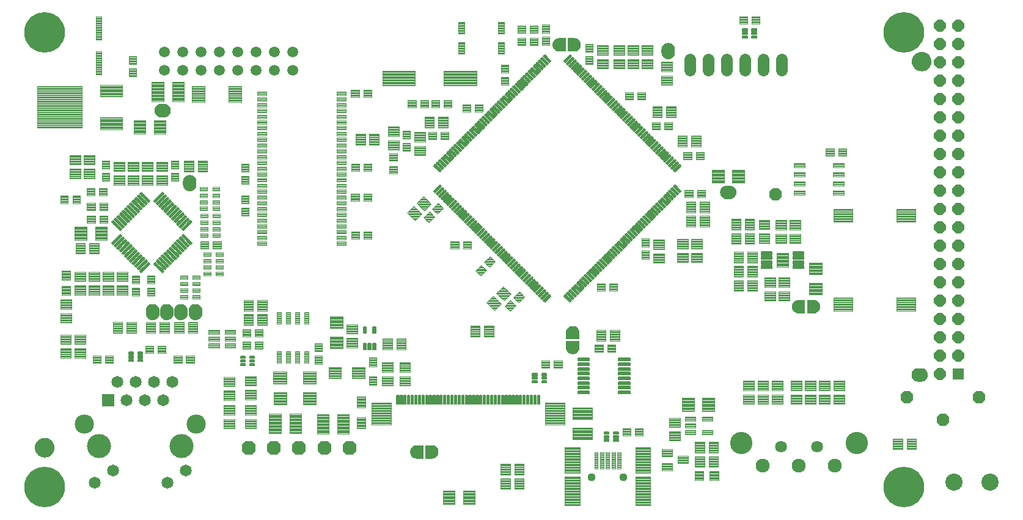
<source format=gts>
G75*
%MOIN*%
%OFA0B0*%
%FSLAX25Y25*%
%IPPOS*%
%LPD*%
%AMOC8*
5,1,8,0,0,1.08239X$1,22.5*
%
%ADD10C,0.00500*%
%ADD11C,0.00419*%
%ADD12C,0.00449*%
%ADD13C,0.00572*%
%ADD14C,0.00444*%
%ADD15C,0.00408*%
%ADD16OC8,0.06996*%
%ADD17C,0.00455*%
%ADD18C,0.00467*%
%ADD19C,0.00455*%
%ADD20C,0.00100*%
%ADD21R,0.06406X0.06406*%
%ADD22OC8,0.06406*%
%ADD23C,0.05900*%
%ADD24OC8,0.07587*%
%ADD25C,0.07587*%
%ADD26C,0.06406*%
%ADD27C,0.12161*%
%ADD28C,0.00418*%
%ADD29C,0.06500*%
%ADD30R,0.06500X0.06500*%
%ADD31C,0.13098*%
%ADD32C,0.10500*%
%ADD33C,0.00494*%
%ADD34C,0.00573*%
%ADD35C,0.00576*%
%ADD36C,0.00487*%
%ADD37C,0.00519*%
%ADD38C,0.00448*%
%ADD39C,0.00445*%
%ADD40C,0.00432*%
%ADD41C,0.00486*%
%ADD42C,0.00528*%
%ADD43C,0.00402*%
%ADD44C,0.04437*%
%ADD45C,0.00429*%
%ADD46C,0.09358*%
%ADD47C,0.06406*%
%ADD48C,0.00545*%
%ADD49C,0.00445*%
%ADD50C,0.22154*%
D10*
X0036950Y0186402D02*
X0037664Y0185902D01*
X0038454Y0185534D01*
X0039296Y0185308D01*
X0040164Y0185232D01*
X0041032Y0185308D01*
X0041874Y0185534D01*
X0042664Y0185902D01*
X0043378Y0186402D01*
X0043994Y0187018D01*
X0044494Y0187732D01*
X0044862Y0188522D01*
X0045088Y0189364D01*
X0045164Y0190232D01*
X0045088Y0191101D01*
X0044862Y0191942D01*
X0044494Y0192732D01*
X0043994Y0193446D01*
X0043378Y0194062D01*
X0042664Y0194562D01*
X0041874Y0194931D01*
X0041032Y0195156D01*
X0040164Y0195232D01*
X0039296Y0195156D01*
X0038454Y0194931D01*
X0037664Y0194562D01*
X0036950Y0194062D01*
X0036334Y0193446D01*
X0035834Y0192732D01*
X0035465Y0191942D01*
X0035240Y0191101D01*
X0035164Y0190232D01*
X0035240Y0189364D01*
X0035465Y0188522D01*
X0035834Y0187732D01*
X0036334Y0187018D01*
X0036950Y0186402D01*
X0037231Y0186205D02*
X0043097Y0186205D01*
X0043680Y0186704D02*
X0036648Y0186704D01*
X0036205Y0187202D02*
X0044123Y0187202D01*
X0044472Y0187701D02*
X0035856Y0187701D01*
X0035616Y0188199D02*
X0044712Y0188199D01*
X0044909Y0188698D02*
X0035418Y0188698D01*
X0035285Y0189196D02*
X0045043Y0189196D01*
X0045117Y0189695D02*
X0035211Y0189695D01*
X0035167Y0190194D02*
X0045161Y0190194D01*
X0045124Y0190692D02*
X0035204Y0190692D01*
X0035264Y0191191D02*
X0045064Y0191191D01*
X0044930Y0191689D02*
X0035398Y0191689D01*
X0035580Y0192188D02*
X0044748Y0192188D01*
X0044516Y0192686D02*
X0035812Y0192686D01*
X0036150Y0193185D02*
X0044177Y0193185D01*
X0043757Y0193683D02*
X0036571Y0193683D01*
X0037120Y0194182D02*
X0043208Y0194182D01*
X0042411Y0194680D02*
X0037916Y0194680D01*
X0039551Y0195179D02*
X0040777Y0195179D01*
X0042245Y0185707D02*
X0038083Y0185707D01*
X0513812Y0399152D02*
X0513586Y0399994D01*
X0513510Y0400862D01*
X0513586Y0401730D01*
X0513812Y0402572D01*
X0514180Y0403362D01*
X0514680Y0404076D01*
X0515296Y0404692D01*
X0516010Y0405192D01*
X0516800Y0405561D01*
X0517642Y0405786D01*
X0518510Y0405862D01*
X0519379Y0405786D01*
X0520220Y0405561D01*
X0521010Y0405192D01*
X0521724Y0404692D01*
X0522341Y0404076D01*
X0522840Y0403362D01*
X0523209Y0402572D01*
X0523434Y0401730D01*
X0523510Y0400862D01*
X0523434Y0399994D01*
X0523209Y0399152D01*
X0522840Y0398362D01*
X0522341Y0397648D01*
X0521724Y0397032D01*
X0521010Y0396532D01*
X0520220Y0396164D01*
X0519379Y0395938D01*
X0518510Y0395862D01*
X0517642Y0395938D01*
X0516800Y0396164D01*
X0516010Y0396532D01*
X0515296Y0397032D01*
X0514680Y0397648D01*
X0514180Y0398362D01*
X0513812Y0399152D01*
X0513850Y0399070D02*
X0523170Y0399070D01*
X0523320Y0399568D02*
X0513700Y0399568D01*
X0513580Y0400067D02*
X0523441Y0400067D01*
X0523484Y0400565D02*
X0513536Y0400565D01*
X0513528Y0401064D02*
X0523493Y0401064D01*
X0523449Y0401562D02*
X0513572Y0401562D01*
X0513675Y0402061D02*
X0523346Y0402061D01*
X0523212Y0402559D02*
X0513808Y0402559D01*
X0514038Y0403058D02*
X0522982Y0403058D01*
X0522705Y0403556D02*
X0514316Y0403556D01*
X0514665Y0404055D02*
X0522355Y0404055D01*
X0521863Y0404553D02*
X0515157Y0404553D01*
X0515810Y0405052D02*
X0521211Y0405052D01*
X0520242Y0405550D02*
X0516778Y0405550D01*
X0514083Y0398571D02*
X0522938Y0398571D01*
X0522638Y0398073D02*
X0514383Y0398073D01*
X0514754Y0397574D02*
X0522267Y0397574D01*
X0521768Y0397076D02*
X0515253Y0397076D01*
X0515946Y0396577D02*
X0521075Y0396577D01*
X0519903Y0396079D02*
X0517118Y0396079D01*
D11*
X0275701Y0387821D02*
X0257903Y0387821D01*
X0257903Y0395777D01*
X0275701Y0395777D01*
X0275701Y0387821D01*
X0275701Y0388239D02*
X0257903Y0388239D01*
X0257903Y0388657D02*
X0275701Y0388657D01*
X0275701Y0389075D02*
X0257903Y0389075D01*
X0257903Y0389493D02*
X0275701Y0389493D01*
X0275701Y0389911D02*
X0257903Y0389911D01*
X0257903Y0390329D02*
X0275701Y0390329D01*
X0275701Y0390747D02*
X0257903Y0390747D01*
X0257903Y0391165D02*
X0275701Y0391165D01*
X0275701Y0391583D02*
X0257903Y0391583D01*
X0257903Y0392001D02*
X0275701Y0392001D01*
X0275701Y0392419D02*
X0257903Y0392419D01*
X0257903Y0392837D02*
X0275701Y0392837D01*
X0275701Y0393255D02*
X0257903Y0393255D01*
X0257903Y0393673D02*
X0275701Y0393673D01*
X0275701Y0394091D02*
X0257903Y0394091D01*
X0257903Y0394509D02*
X0275701Y0394509D01*
X0275701Y0394927D02*
X0257903Y0394927D01*
X0257903Y0395345D02*
X0275701Y0395345D01*
X0275701Y0395763D02*
X0257903Y0395763D01*
X0242236Y0387821D02*
X0224438Y0387821D01*
X0224438Y0395777D01*
X0242236Y0395777D01*
X0242236Y0387821D01*
X0242236Y0388239D02*
X0224438Y0388239D01*
X0224438Y0388657D02*
X0242236Y0388657D01*
X0242236Y0389075D02*
X0224438Y0389075D01*
X0224438Y0389493D02*
X0242236Y0389493D01*
X0242236Y0389911D02*
X0224438Y0389911D01*
X0224438Y0390329D02*
X0242236Y0390329D01*
X0242236Y0390747D02*
X0224438Y0390747D01*
X0224438Y0391165D02*
X0242236Y0391165D01*
X0242236Y0391583D02*
X0224438Y0391583D01*
X0224438Y0392001D02*
X0242236Y0392001D01*
X0242236Y0392419D02*
X0224438Y0392419D01*
X0224438Y0392837D02*
X0242236Y0392837D01*
X0242236Y0393255D02*
X0224438Y0393255D01*
X0224438Y0393673D02*
X0242236Y0393673D01*
X0242236Y0394091D02*
X0224438Y0394091D01*
X0224438Y0394509D02*
X0242236Y0394509D01*
X0242236Y0394927D02*
X0224438Y0394927D01*
X0224438Y0395345D02*
X0242236Y0395345D01*
X0242236Y0395763D02*
X0224438Y0395763D01*
D12*
X0247344Y0364720D02*
X0252514Y0364720D01*
X0247344Y0364720D02*
X0247344Y0370678D01*
X0252514Y0370678D01*
X0252514Y0364720D01*
X0252514Y0365168D02*
X0247344Y0365168D01*
X0247344Y0365616D02*
X0252514Y0365616D01*
X0252514Y0366064D02*
X0247344Y0366064D01*
X0247344Y0366512D02*
X0252514Y0366512D01*
X0252514Y0366960D02*
X0247344Y0366960D01*
X0247344Y0367408D02*
X0252514Y0367408D01*
X0252514Y0367856D02*
X0247344Y0367856D01*
X0247344Y0368304D02*
X0252514Y0368304D01*
X0252514Y0368752D02*
X0247344Y0368752D01*
X0247344Y0369200D02*
X0252514Y0369200D01*
X0252514Y0369648D02*
X0247344Y0369648D01*
X0247344Y0370096D02*
X0252514Y0370096D01*
X0252514Y0370544D02*
X0247344Y0370544D01*
X0254825Y0364720D02*
X0259995Y0364720D01*
X0254825Y0364720D02*
X0254825Y0370678D01*
X0259995Y0370678D01*
X0259995Y0364720D01*
X0259995Y0365168D02*
X0254825Y0365168D01*
X0254825Y0365616D02*
X0259995Y0365616D01*
X0259995Y0366064D02*
X0254825Y0366064D01*
X0254825Y0366512D02*
X0259995Y0366512D01*
X0259995Y0366960D02*
X0254825Y0366960D01*
X0254825Y0367408D02*
X0259995Y0367408D01*
X0259995Y0367856D02*
X0254825Y0367856D01*
X0254825Y0368304D02*
X0259995Y0368304D01*
X0259995Y0368752D02*
X0254825Y0368752D01*
X0254825Y0369200D02*
X0259995Y0369200D01*
X0259995Y0369648D02*
X0254825Y0369648D01*
X0254825Y0370096D02*
X0259995Y0370096D01*
X0259995Y0370544D02*
X0254825Y0370544D01*
X0241890Y0362324D02*
X0241890Y0357154D01*
X0241890Y0362324D02*
X0247848Y0362324D01*
X0247848Y0357154D01*
X0241890Y0357154D01*
X0241890Y0357602D02*
X0247848Y0357602D01*
X0247848Y0358050D02*
X0241890Y0358050D01*
X0241890Y0358498D02*
X0247848Y0358498D01*
X0247848Y0358946D02*
X0241890Y0358946D01*
X0241890Y0359394D02*
X0247848Y0359394D01*
X0247848Y0359842D02*
X0241890Y0359842D01*
X0241890Y0360290D02*
X0247848Y0360290D01*
X0247848Y0360738D02*
X0241890Y0360738D01*
X0241890Y0361186D02*
X0247848Y0361186D01*
X0247848Y0361634D02*
X0241890Y0361634D01*
X0241890Y0362082D02*
X0247848Y0362082D01*
X0241890Y0354844D02*
X0241890Y0349674D01*
X0241890Y0354844D02*
X0247848Y0354844D01*
X0247848Y0349674D01*
X0241890Y0349674D01*
X0241890Y0350122D02*
X0247848Y0350122D01*
X0247848Y0350570D02*
X0241890Y0350570D01*
X0241890Y0351018D02*
X0247848Y0351018D01*
X0247848Y0351466D02*
X0241890Y0351466D01*
X0241890Y0351914D02*
X0247848Y0351914D01*
X0247848Y0352362D02*
X0241890Y0352362D01*
X0241890Y0352810D02*
X0247848Y0352810D01*
X0247848Y0353258D02*
X0241890Y0353258D01*
X0241890Y0353706D02*
X0247848Y0353706D01*
X0247848Y0354154D02*
X0241890Y0354154D01*
X0241890Y0354602D02*
X0247848Y0354602D01*
X0233348Y0352724D02*
X0233348Y0357894D01*
X0233348Y0352724D02*
X0227390Y0352724D01*
X0227390Y0357894D01*
X0233348Y0357894D01*
X0233348Y0353172D02*
X0227390Y0353172D01*
X0227390Y0353620D02*
X0233348Y0353620D01*
X0233348Y0354068D02*
X0227390Y0354068D01*
X0227390Y0354516D02*
X0233348Y0354516D01*
X0233348Y0354964D02*
X0227390Y0354964D01*
X0227390Y0355412D02*
X0233348Y0355412D01*
X0233348Y0355860D02*
X0227390Y0355860D01*
X0227390Y0356308D02*
X0233348Y0356308D01*
X0233348Y0356756D02*
X0227390Y0356756D01*
X0227390Y0357204D02*
X0233348Y0357204D01*
X0233348Y0357652D02*
X0227390Y0357652D01*
X0233348Y0360204D02*
X0233348Y0365374D01*
X0233348Y0360204D02*
X0227390Y0360204D01*
X0227390Y0365374D01*
X0233348Y0365374D01*
X0233348Y0360652D02*
X0227390Y0360652D01*
X0227390Y0361100D02*
X0233348Y0361100D01*
X0233348Y0361548D02*
X0227390Y0361548D01*
X0227390Y0361996D02*
X0233348Y0361996D01*
X0233348Y0362444D02*
X0227390Y0362444D01*
X0227390Y0362892D02*
X0233348Y0362892D01*
X0233348Y0363340D02*
X0227390Y0363340D01*
X0227390Y0363788D02*
X0233348Y0363788D01*
X0233348Y0364236D02*
X0227390Y0364236D01*
X0227390Y0364684D02*
X0233348Y0364684D01*
X0233348Y0365132D02*
X0227390Y0365132D01*
X0222445Y0361278D02*
X0217275Y0361278D01*
X0222445Y0361278D02*
X0222445Y0355320D01*
X0217275Y0355320D01*
X0217275Y0361278D01*
X0217275Y0355768D02*
X0222445Y0355768D01*
X0222445Y0356216D02*
X0217275Y0356216D01*
X0217275Y0356664D02*
X0222445Y0356664D01*
X0222445Y0357112D02*
X0217275Y0357112D01*
X0217275Y0357560D02*
X0222445Y0357560D01*
X0222445Y0358008D02*
X0217275Y0358008D01*
X0217275Y0358456D02*
X0222445Y0358456D01*
X0222445Y0358904D02*
X0217275Y0358904D01*
X0217275Y0359352D02*
X0222445Y0359352D01*
X0222445Y0359800D02*
X0217275Y0359800D01*
X0217275Y0360248D02*
X0222445Y0360248D01*
X0222445Y0360696D02*
X0217275Y0360696D01*
X0217275Y0361144D02*
X0222445Y0361144D01*
X0214964Y0361278D02*
X0209794Y0361278D01*
X0214964Y0361278D02*
X0214964Y0355320D01*
X0209794Y0355320D01*
X0209794Y0361278D01*
X0209794Y0355768D02*
X0214964Y0355768D01*
X0214964Y0356216D02*
X0209794Y0356216D01*
X0209794Y0356664D02*
X0214964Y0356664D01*
X0214964Y0357112D02*
X0209794Y0357112D01*
X0209794Y0357560D02*
X0214964Y0357560D01*
X0214964Y0358008D02*
X0209794Y0358008D01*
X0209794Y0358456D02*
X0214964Y0358456D01*
X0214964Y0358904D02*
X0209794Y0358904D01*
X0209794Y0359352D02*
X0214964Y0359352D01*
X0214964Y0359800D02*
X0209794Y0359800D01*
X0209794Y0360248D02*
X0214964Y0360248D01*
X0214964Y0360696D02*
X0209794Y0360696D01*
X0209794Y0361144D02*
X0214964Y0361144D01*
X0250948Y0323116D02*
X0247292Y0319460D01*
X0243080Y0323672D01*
X0246736Y0327328D01*
X0250948Y0323116D01*
X0247740Y0319908D02*
X0246844Y0319908D01*
X0246396Y0320356D02*
X0248188Y0320356D01*
X0248636Y0320804D02*
X0245948Y0320804D01*
X0245500Y0321252D02*
X0249084Y0321252D01*
X0249532Y0321700D02*
X0245052Y0321700D01*
X0244604Y0322148D02*
X0249980Y0322148D01*
X0250428Y0322596D02*
X0244156Y0322596D01*
X0243708Y0323044D02*
X0250876Y0323044D01*
X0250572Y0323492D02*
X0243260Y0323492D01*
X0243348Y0323940D02*
X0250124Y0323940D01*
X0249676Y0324388D02*
X0243796Y0324388D01*
X0244244Y0324836D02*
X0249228Y0324836D01*
X0248780Y0325284D02*
X0244692Y0325284D01*
X0245140Y0325732D02*
X0248332Y0325732D01*
X0247884Y0326180D02*
X0245588Y0326180D01*
X0246036Y0326628D02*
X0247436Y0326628D01*
X0246988Y0327076D02*
X0246484Y0327076D01*
X0245659Y0317827D02*
X0242003Y0314171D01*
X0237791Y0318383D01*
X0241447Y0322039D01*
X0245659Y0317827D01*
X0242451Y0314619D02*
X0241555Y0314619D01*
X0241107Y0315067D02*
X0242899Y0315067D01*
X0243347Y0315515D02*
X0240659Y0315515D01*
X0240211Y0315963D02*
X0243795Y0315963D01*
X0244243Y0316411D02*
X0239763Y0316411D01*
X0239315Y0316859D02*
X0244691Y0316859D01*
X0245139Y0317307D02*
X0238867Y0317307D01*
X0238419Y0317755D02*
X0245587Y0317755D01*
X0245283Y0318203D02*
X0237971Y0318203D01*
X0238059Y0318651D02*
X0244835Y0318651D01*
X0244387Y0319099D02*
X0238507Y0319099D01*
X0238955Y0319547D02*
X0243939Y0319547D01*
X0243491Y0319995D02*
X0239403Y0319995D01*
X0239851Y0320443D02*
X0243043Y0320443D01*
X0242595Y0320891D02*
X0240299Y0320891D01*
X0240747Y0321339D02*
X0242147Y0321339D01*
X0241699Y0321787D02*
X0241195Y0321787D01*
X0286580Y0274572D02*
X0290236Y0278228D01*
X0294448Y0274016D01*
X0290792Y0270360D01*
X0286580Y0274572D01*
X0290344Y0270808D02*
X0291240Y0270808D01*
X0291688Y0271256D02*
X0289896Y0271256D01*
X0289448Y0271704D02*
X0292136Y0271704D01*
X0292584Y0272152D02*
X0289000Y0272152D01*
X0288552Y0272600D02*
X0293032Y0272600D01*
X0293480Y0273048D02*
X0288104Y0273048D01*
X0287656Y0273496D02*
X0293928Y0273496D01*
X0294376Y0273944D02*
X0287208Y0273944D01*
X0286760Y0274392D02*
X0294072Y0274392D01*
X0293624Y0274840D02*
X0286848Y0274840D01*
X0287296Y0275288D02*
X0293176Y0275288D01*
X0292728Y0275736D02*
X0287744Y0275736D01*
X0288192Y0276184D02*
X0292280Y0276184D01*
X0291832Y0276632D02*
X0288640Y0276632D01*
X0289088Y0277080D02*
X0291384Y0277080D01*
X0290936Y0277528D02*
X0289536Y0277528D01*
X0289984Y0277976D02*
X0290488Y0277976D01*
X0284947Y0272939D02*
X0281291Y0269283D01*
X0284947Y0272939D02*
X0289159Y0268727D01*
X0285503Y0265071D01*
X0281291Y0269283D01*
X0285055Y0265519D02*
X0285951Y0265519D01*
X0286399Y0265967D02*
X0284607Y0265967D01*
X0284159Y0266415D02*
X0286847Y0266415D01*
X0287295Y0266863D02*
X0283711Y0266863D01*
X0283263Y0267311D02*
X0287743Y0267311D01*
X0288191Y0267759D02*
X0282815Y0267759D01*
X0282367Y0268207D02*
X0288639Y0268207D01*
X0289087Y0268655D02*
X0281919Y0268655D01*
X0281471Y0269103D02*
X0288783Y0269103D01*
X0288335Y0269551D02*
X0281559Y0269551D01*
X0282007Y0269999D02*
X0287887Y0269999D01*
X0287439Y0270447D02*
X0282455Y0270447D01*
X0282903Y0270895D02*
X0286991Y0270895D01*
X0286543Y0271343D02*
X0283351Y0271343D01*
X0283799Y0271791D02*
X0286095Y0271791D01*
X0285647Y0272239D02*
X0284247Y0272239D01*
X0284695Y0272687D02*
X0285199Y0272687D01*
X0285095Y0256628D02*
X0279925Y0256628D01*
X0285095Y0256628D02*
X0285095Y0250670D01*
X0279925Y0250670D01*
X0279925Y0256628D01*
X0279925Y0251118D02*
X0285095Y0251118D01*
X0285095Y0251566D02*
X0279925Y0251566D01*
X0279925Y0252014D02*
X0285095Y0252014D01*
X0285095Y0252462D02*
X0279925Y0252462D01*
X0279925Y0252910D02*
X0285095Y0252910D01*
X0285095Y0253358D02*
X0279925Y0253358D01*
X0279925Y0253806D02*
X0285095Y0253806D01*
X0285095Y0254254D02*
X0279925Y0254254D01*
X0279925Y0254702D02*
X0285095Y0254702D01*
X0285095Y0255150D02*
X0279925Y0255150D01*
X0279925Y0255598D02*
X0285095Y0255598D01*
X0285095Y0256046D02*
X0279925Y0256046D01*
X0279925Y0256494D02*
X0285095Y0256494D01*
X0277614Y0256628D02*
X0272444Y0256628D01*
X0277614Y0256628D02*
X0277614Y0250670D01*
X0272444Y0250670D01*
X0272444Y0256628D01*
X0272444Y0251118D02*
X0277614Y0251118D01*
X0277614Y0251566D02*
X0272444Y0251566D01*
X0272444Y0252014D02*
X0277614Y0252014D01*
X0277614Y0252462D02*
X0272444Y0252462D01*
X0272444Y0252910D02*
X0277614Y0252910D01*
X0277614Y0253358D02*
X0272444Y0253358D01*
X0272444Y0253806D02*
X0277614Y0253806D01*
X0277614Y0254254D02*
X0272444Y0254254D01*
X0272444Y0254702D02*
X0277614Y0254702D01*
X0277614Y0255150D02*
X0272444Y0255150D01*
X0272444Y0255598D02*
X0277614Y0255598D01*
X0277614Y0256046D02*
X0272444Y0256046D01*
X0272444Y0256494D02*
X0277614Y0256494D01*
X0237245Y0243870D02*
X0232075Y0243870D01*
X0232075Y0249828D01*
X0237245Y0249828D01*
X0237245Y0243870D01*
X0237245Y0244318D02*
X0232075Y0244318D01*
X0232075Y0244766D02*
X0237245Y0244766D01*
X0237245Y0245214D02*
X0232075Y0245214D01*
X0232075Y0245662D02*
X0237245Y0245662D01*
X0237245Y0246110D02*
X0232075Y0246110D01*
X0232075Y0246558D02*
X0237245Y0246558D01*
X0237245Y0247006D02*
X0232075Y0247006D01*
X0232075Y0247454D02*
X0237245Y0247454D01*
X0237245Y0247902D02*
X0232075Y0247902D01*
X0232075Y0248350D02*
X0237245Y0248350D01*
X0237245Y0248798D02*
X0232075Y0248798D01*
X0232075Y0249246D02*
X0237245Y0249246D01*
X0237245Y0249694D02*
X0232075Y0249694D01*
X0229764Y0243870D02*
X0224594Y0243870D01*
X0224594Y0249828D01*
X0229764Y0249828D01*
X0229764Y0243870D01*
X0229764Y0244318D02*
X0224594Y0244318D01*
X0224594Y0244766D02*
X0229764Y0244766D01*
X0229764Y0245214D02*
X0224594Y0245214D01*
X0224594Y0245662D02*
X0229764Y0245662D01*
X0229764Y0246110D02*
X0224594Y0246110D01*
X0224594Y0246558D02*
X0229764Y0246558D01*
X0229764Y0247006D02*
X0224594Y0247006D01*
X0224594Y0247454D02*
X0229764Y0247454D01*
X0229764Y0247902D02*
X0224594Y0247902D01*
X0224594Y0248350D02*
X0229764Y0248350D01*
X0229764Y0248798D02*
X0224594Y0248798D01*
X0224594Y0249246D02*
X0229764Y0249246D01*
X0229764Y0249694D02*
X0224594Y0249694D01*
X0210898Y0250044D02*
X0210898Y0244874D01*
X0204940Y0244874D01*
X0204940Y0250044D01*
X0210898Y0250044D01*
X0210898Y0245322D02*
X0204940Y0245322D01*
X0204940Y0245770D02*
X0210898Y0245770D01*
X0210898Y0246218D02*
X0204940Y0246218D01*
X0204940Y0246666D02*
X0210898Y0246666D01*
X0210898Y0247114D02*
X0204940Y0247114D01*
X0204940Y0247562D02*
X0210898Y0247562D01*
X0210898Y0248010D02*
X0204940Y0248010D01*
X0204940Y0248458D02*
X0210898Y0248458D01*
X0210898Y0248906D02*
X0204940Y0248906D01*
X0204940Y0249354D02*
X0210898Y0249354D01*
X0210898Y0249802D02*
X0204940Y0249802D01*
X0210898Y0252354D02*
X0210898Y0257524D01*
X0210898Y0252354D02*
X0204940Y0252354D01*
X0204940Y0257524D01*
X0210898Y0257524D01*
X0210898Y0252802D02*
X0204940Y0252802D01*
X0204940Y0253250D02*
X0210898Y0253250D01*
X0210898Y0253698D02*
X0204940Y0253698D01*
X0204940Y0254146D02*
X0210898Y0254146D01*
X0210898Y0254594D02*
X0204940Y0254594D01*
X0204940Y0255042D02*
X0210898Y0255042D01*
X0210898Y0255490D02*
X0204940Y0255490D01*
X0204940Y0255938D02*
X0210898Y0255938D01*
X0210898Y0256386D02*
X0204940Y0256386D01*
X0204940Y0256834D02*
X0210898Y0256834D01*
X0210898Y0257282D02*
X0204940Y0257282D01*
X0230248Y0236674D02*
X0230248Y0231504D01*
X0224290Y0231504D01*
X0224290Y0236674D01*
X0230248Y0236674D01*
X0230248Y0231952D02*
X0224290Y0231952D01*
X0224290Y0232400D02*
X0230248Y0232400D01*
X0230248Y0232848D02*
X0224290Y0232848D01*
X0224290Y0233296D02*
X0230248Y0233296D01*
X0230248Y0233744D02*
X0224290Y0233744D01*
X0224290Y0234192D02*
X0230248Y0234192D01*
X0230248Y0234640D02*
X0224290Y0234640D01*
X0224290Y0235088D02*
X0230248Y0235088D01*
X0230248Y0235536D02*
X0224290Y0235536D01*
X0224290Y0235984D02*
X0230248Y0235984D01*
X0230248Y0236432D02*
X0224290Y0236432D01*
X0230248Y0229194D02*
X0230248Y0224024D01*
X0224290Y0224024D01*
X0224290Y0229194D01*
X0230248Y0229194D01*
X0230248Y0224472D02*
X0224290Y0224472D01*
X0224290Y0224920D02*
X0230248Y0224920D01*
X0230248Y0225368D02*
X0224290Y0225368D01*
X0224290Y0225816D02*
X0230248Y0225816D01*
X0230248Y0226264D02*
X0224290Y0226264D01*
X0224290Y0226712D02*
X0230248Y0226712D01*
X0230248Y0227160D02*
X0224290Y0227160D01*
X0224290Y0227608D02*
X0230248Y0227608D01*
X0230248Y0228056D02*
X0224290Y0228056D01*
X0224290Y0228504D02*
X0230248Y0228504D01*
X0230248Y0228952D02*
X0224290Y0228952D01*
X0239598Y0229244D02*
X0239598Y0224074D01*
X0233640Y0224074D01*
X0233640Y0229244D01*
X0239598Y0229244D01*
X0239598Y0224522D02*
X0233640Y0224522D01*
X0233640Y0224970D02*
X0239598Y0224970D01*
X0239598Y0225418D02*
X0233640Y0225418D01*
X0233640Y0225866D02*
X0239598Y0225866D01*
X0239598Y0226314D02*
X0233640Y0226314D01*
X0233640Y0226762D02*
X0239598Y0226762D01*
X0239598Y0227210D02*
X0233640Y0227210D01*
X0233640Y0227658D02*
X0239598Y0227658D01*
X0239598Y0228106D02*
X0233640Y0228106D01*
X0233640Y0228554D02*
X0239598Y0228554D01*
X0239598Y0229002D02*
X0233640Y0229002D01*
X0239598Y0231554D02*
X0239598Y0236724D01*
X0239598Y0231554D02*
X0233640Y0231554D01*
X0233640Y0236724D01*
X0239598Y0236724D01*
X0239598Y0232002D02*
X0233640Y0232002D01*
X0233640Y0232450D02*
X0239598Y0232450D01*
X0239598Y0232898D02*
X0233640Y0232898D01*
X0233640Y0233346D02*
X0239598Y0233346D01*
X0239598Y0233794D02*
X0233640Y0233794D01*
X0233640Y0234242D02*
X0239598Y0234242D01*
X0239598Y0234690D02*
X0233640Y0234690D01*
X0233640Y0235138D02*
X0239598Y0235138D01*
X0239598Y0235586D02*
X0233640Y0235586D01*
X0233640Y0236034D02*
X0239598Y0236034D01*
X0239598Y0236482D02*
X0233640Y0236482D01*
X0161395Y0257070D02*
X0156225Y0257070D01*
X0156225Y0263028D01*
X0161395Y0263028D01*
X0161395Y0257070D01*
X0161395Y0257518D02*
X0156225Y0257518D01*
X0156225Y0257966D02*
X0161395Y0257966D01*
X0161395Y0258414D02*
X0156225Y0258414D01*
X0156225Y0258862D02*
X0161395Y0258862D01*
X0161395Y0259310D02*
X0156225Y0259310D01*
X0156225Y0259758D02*
X0161395Y0259758D01*
X0161395Y0260206D02*
X0156225Y0260206D01*
X0156225Y0260654D02*
X0161395Y0260654D01*
X0161395Y0261102D02*
X0156225Y0261102D01*
X0156225Y0261550D02*
X0161395Y0261550D01*
X0161395Y0261998D02*
X0156225Y0261998D01*
X0156225Y0262446D02*
X0161395Y0262446D01*
X0161395Y0262894D02*
X0156225Y0262894D01*
X0156225Y0264820D02*
X0161395Y0264820D01*
X0156225Y0264820D02*
X0156225Y0270778D01*
X0161395Y0270778D01*
X0161395Y0264820D01*
X0161395Y0265268D02*
X0156225Y0265268D01*
X0156225Y0265716D02*
X0161395Y0265716D01*
X0161395Y0266164D02*
X0156225Y0266164D01*
X0156225Y0266612D02*
X0161395Y0266612D01*
X0161395Y0267060D02*
X0156225Y0267060D01*
X0156225Y0267508D02*
X0161395Y0267508D01*
X0161395Y0267956D02*
X0156225Y0267956D01*
X0156225Y0268404D02*
X0161395Y0268404D01*
X0161395Y0268852D02*
X0156225Y0268852D01*
X0156225Y0269300D02*
X0161395Y0269300D01*
X0161395Y0269748D02*
X0156225Y0269748D01*
X0156225Y0270196D02*
X0161395Y0270196D01*
X0161395Y0270644D02*
X0156225Y0270644D01*
X0153914Y0264820D02*
X0148744Y0264820D01*
X0148744Y0270778D01*
X0153914Y0270778D01*
X0153914Y0264820D01*
X0153914Y0265268D02*
X0148744Y0265268D01*
X0148744Y0265716D02*
X0153914Y0265716D01*
X0153914Y0266164D02*
X0148744Y0266164D01*
X0148744Y0266612D02*
X0153914Y0266612D01*
X0153914Y0267060D02*
X0148744Y0267060D01*
X0148744Y0267508D02*
X0153914Y0267508D01*
X0153914Y0267956D02*
X0148744Y0267956D01*
X0148744Y0268404D02*
X0153914Y0268404D01*
X0153914Y0268852D02*
X0148744Y0268852D01*
X0148744Y0269300D02*
X0153914Y0269300D01*
X0153914Y0269748D02*
X0148744Y0269748D01*
X0148744Y0270196D02*
X0153914Y0270196D01*
X0153914Y0270644D02*
X0148744Y0270644D01*
X0148744Y0257070D02*
X0153914Y0257070D01*
X0148744Y0257070D02*
X0148744Y0263028D01*
X0153914Y0263028D01*
X0153914Y0257070D01*
X0153914Y0257518D02*
X0148744Y0257518D01*
X0148744Y0257966D02*
X0153914Y0257966D01*
X0153914Y0258414D02*
X0148744Y0258414D01*
X0148744Y0258862D02*
X0153914Y0258862D01*
X0153914Y0259310D02*
X0148744Y0259310D01*
X0148744Y0259758D02*
X0153914Y0259758D01*
X0153914Y0260206D02*
X0148744Y0260206D01*
X0148744Y0260654D02*
X0153914Y0260654D01*
X0153914Y0261102D02*
X0148744Y0261102D01*
X0148744Y0261550D02*
X0153914Y0261550D01*
X0153914Y0261998D02*
X0148744Y0261998D01*
X0148744Y0262446D02*
X0153914Y0262446D01*
X0153914Y0262894D02*
X0148744Y0262894D01*
X0123495Y0258828D02*
X0118325Y0258828D01*
X0123495Y0258828D02*
X0123495Y0252870D01*
X0118325Y0252870D01*
X0118325Y0258828D01*
X0118325Y0253318D02*
X0123495Y0253318D01*
X0123495Y0253766D02*
X0118325Y0253766D01*
X0118325Y0254214D02*
X0123495Y0254214D01*
X0123495Y0254662D02*
X0118325Y0254662D01*
X0118325Y0255110D02*
X0123495Y0255110D01*
X0123495Y0255558D02*
X0118325Y0255558D01*
X0118325Y0256006D02*
X0123495Y0256006D01*
X0123495Y0256454D02*
X0118325Y0256454D01*
X0118325Y0256902D02*
X0123495Y0256902D01*
X0123495Y0257350D02*
X0118325Y0257350D01*
X0118325Y0257798D02*
X0123495Y0257798D01*
X0123495Y0258246D02*
X0118325Y0258246D01*
X0118325Y0258694D02*
X0123495Y0258694D01*
X0116014Y0258828D02*
X0110844Y0258828D01*
X0116014Y0258828D02*
X0116014Y0252870D01*
X0110844Y0252870D01*
X0110844Y0258828D01*
X0110844Y0253318D02*
X0116014Y0253318D01*
X0116014Y0253766D02*
X0110844Y0253766D01*
X0110844Y0254214D02*
X0116014Y0254214D01*
X0116014Y0254662D02*
X0110844Y0254662D01*
X0110844Y0255110D02*
X0116014Y0255110D01*
X0116014Y0255558D02*
X0110844Y0255558D01*
X0110844Y0256006D02*
X0116014Y0256006D01*
X0116014Y0256454D02*
X0110844Y0256454D01*
X0110844Y0256902D02*
X0116014Y0256902D01*
X0116014Y0257350D02*
X0110844Y0257350D01*
X0110844Y0257798D02*
X0116014Y0257798D01*
X0116014Y0258246D02*
X0110844Y0258246D01*
X0110844Y0258694D02*
X0116014Y0258694D01*
X0107995Y0252820D02*
X0102825Y0252820D01*
X0102825Y0258778D01*
X0107995Y0258778D01*
X0107995Y0252820D01*
X0107995Y0253268D02*
X0102825Y0253268D01*
X0102825Y0253716D02*
X0107995Y0253716D01*
X0107995Y0254164D02*
X0102825Y0254164D01*
X0102825Y0254612D02*
X0107995Y0254612D01*
X0107995Y0255060D02*
X0102825Y0255060D01*
X0102825Y0255508D02*
X0107995Y0255508D01*
X0107995Y0255956D02*
X0102825Y0255956D01*
X0102825Y0256404D02*
X0107995Y0256404D01*
X0107995Y0256852D02*
X0102825Y0256852D01*
X0102825Y0257300D02*
X0107995Y0257300D01*
X0107995Y0257748D02*
X0102825Y0257748D01*
X0102825Y0258196D02*
X0107995Y0258196D01*
X0107995Y0258644D02*
X0102825Y0258644D01*
X0100514Y0252820D02*
X0095344Y0252820D01*
X0095344Y0258778D01*
X0100514Y0258778D01*
X0100514Y0252820D01*
X0100514Y0253268D02*
X0095344Y0253268D01*
X0095344Y0253716D02*
X0100514Y0253716D01*
X0100514Y0254164D02*
X0095344Y0254164D01*
X0095344Y0254612D02*
X0100514Y0254612D01*
X0100514Y0255060D02*
X0095344Y0255060D01*
X0095344Y0255508D02*
X0100514Y0255508D01*
X0100514Y0255956D02*
X0095344Y0255956D01*
X0095344Y0256404D02*
X0100514Y0256404D01*
X0100514Y0256852D02*
X0095344Y0256852D01*
X0095344Y0257300D02*
X0100514Y0257300D01*
X0100514Y0257748D02*
X0095344Y0257748D01*
X0095344Y0258196D02*
X0100514Y0258196D01*
X0100514Y0258644D02*
X0095344Y0258644D01*
X0090095Y0252770D02*
X0084925Y0252770D01*
X0084925Y0258728D01*
X0090095Y0258728D01*
X0090095Y0252770D01*
X0090095Y0253218D02*
X0084925Y0253218D01*
X0084925Y0253666D02*
X0090095Y0253666D01*
X0090095Y0254114D02*
X0084925Y0254114D01*
X0084925Y0254562D02*
X0090095Y0254562D01*
X0090095Y0255010D02*
X0084925Y0255010D01*
X0084925Y0255458D02*
X0090095Y0255458D01*
X0090095Y0255906D02*
X0084925Y0255906D01*
X0084925Y0256354D02*
X0090095Y0256354D01*
X0090095Y0256802D02*
X0084925Y0256802D01*
X0084925Y0257250D02*
X0090095Y0257250D01*
X0090095Y0257698D02*
X0084925Y0257698D01*
X0084925Y0258146D02*
X0090095Y0258146D01*
X0090095Y0258594D02*
X0084925Y0258594D01*
X0082614Y0252770D02*
X0077444Y0252770D01*
X0077444Y0258728D01*
X0082614Y0258728D01*
X0082614Y0252770D01*
X0082614Y0253218D02*
X0077444Y0253218D01*
X0077444Y0253666D02*
X0082614Y0253666D01*
X0082614Y0254114D02*
X0077444Y0254114D01*
X0077444Y0254562D02*
X0082614Y0254562D01*
X0082614Y0255010D02*
X0077444Y0255010D01*
X0077444Y0255458D02*
X0082614Y0255458D01*
X0082614Y0255906D02*
X0077444Y0255906D01*
X0077444Y0256354D02*
X0082614Y0256354D01*
X0082614Y0256802D02*
X0077444Y0256802D01*
X0077444Y0257250D02*
X0082614Y0257250D01*
X0082614Y0257698D02*
X0077444Y0257698D01*
X0077444Y0258146D02*
X0082614Y0258146D01*
X0082614Y0258594D02*
X0077444Y0258594D01*
X0062398Y0251874D02*
X0062398Y0246704D01*
X0056440Y0246704D01*
X0056440Y0251874D01*
X0062398Y0251874D01*
X0062398Y0247152D02*
X0056440Y0247152D01*
X0056440Y0247600D02*
X0062398Y0247600D01*
X0062398Y0248048D02*
X0056440Y0248048D01*
X0056440Y0248496D02*
X0062398Y0248496D01*
X0062398Y0248944D02*
X0056440Y0248944D01*
X0056440Y0249392D02*
X0062398Y0249392D01*
X0062398Y0249840D02*
X0056440Y0249840D01*
X0056440Y0250288D02*
X0062398Y0250288D01*
X0062398Y0250736D02*
X0056440Y0250736D01*
X0056440Y0251184D02*
X0062398Y0251184D01*
X0062398Y0251632D02*
X0056440Y0251632D01*
X0054598Y0251874D02*
X0054598Y0246704D01*
X0048640Y0246704D01*
X0048640Y0251874D01*
X0054598Y0251874D01*
X0054598Y0247152D02*
X0048640Y0247152D01*
X0048640Y0247600D02*
X0054598Y0247600D01*
X0054598Y0248048D02*
X0048640Y0248048D01*
X0048640Y0248496D02*
X0054598Y0248496D01*
X0054598Y0248944D02*
X0048640Y0248944D01*
X0048640Y0249392D02*
X0054598Y0249392D01*
X0054598Y0249840D02*
X0048640Y0249840D01*
X0048640Y0250288D02*
X0054598Y0250288D01*
X0054598Y0250736D02*
X0048640Y0250736D01*
X0048640Y0251184D02*
X0054598Y0251184D01*
X0054598Y0251632D02*
X0048640Y0251632D01*
X0054598Y0244394D02*
X0054598Y0239224D01*
X0048640Y0239224D01*
X0048640Y0244394D01*
X0054598Y0244394D01*
X0054598Y0239672D02*
X0048640Y0239672D01*
X0048640Y0240120D02*
X0054598Y0240120D01*
X0054598Y0240568D02*
X0048640Y0240568D01*
X0048640Y0241016D02*
X0054598Y0241016D01*
X0054598Y0241464D02*
X0048640Y0241464D01*
X0048640Y0241912D02*
X0054598Y0241912D01*
X0054598Y0242360D02*
X0048640Y0242360D01*
X0048640Y0242808D02*
X0054598Y0242808D01*
X0054598Y0243256D02*
X0048640Y0243256D01*
X0048640Y0243704D02*
X0054598Y0243704D01*
X0054598Y0244152D02*
X0048640Y0244152D01*
X0062398Y0244394D02*
X0062398Y0239224D01*
X0056440Y0239224D01*
X0056440Y0244394D01*
X0062398Y0244394D01*
X0062398Y0239672D02*
X0056440Y0239672D01*
X0056440Y0240120D02*
X0062398Y0240120D01*
X0062398Y0240568D02*
X0056440Y0240568D01*
X0056440Y0241016D02*
X0062398Y0241016D01*
X0062398Y0241464D02*
X0056440Y0241464D01*
X0056440Y0241912D02*
X0062398Y0241912D01*
X0062398Y0242360D02*
X0056440Y0242360D01*
X0056440Y0242808D02*
X0062398Y0242808D01*
X0062398Y0243256D02*
X0056440Y0243256D01*
X0056440Y0243704D02*
X0062398Y0243704D01*
X0062398Y0244152D02*
X0056440Y0244152D01*
X0054648Y0258374D02*
X0054648Y0263544D01*
X0054648Y0258374D02*
X0048690Y0258374D01*
X0048690Y0263544D01*
X0054648Y0263544D01*
X0054648Y0258822D02*
X0048690Y0258822D01*
X0048690Y0259270D02*
X0054648Y0259270D01*
X0054648Y0259718D02*
X0048690Y0259718D01*
X0048690Y0260166D02*
X0054648Y0260166D01*
X0054648Y0260614D02*
X0048690Y0260614D01*
X0048690Y0261062D02*
X0054648Y0261062D01*
X0054648Y0261510D02*
X0048690Y0261510D01*
X0048690Y0261958D02*
X0054648Y0261958D01*
X0054648Y0262406D02*
X0048690Y0262406D01*
X0048690Y0262854D02*
X0054648Y0262854D01*
X0054648Y0263302D02*
X0048690Y0263302D01*
X0054648Y0265854D02*
X0054648Y0271024D01*
X0054648Y0265854D02*
X0048690Y0265854D01*
X0048690Y0271024D01*
X0054648Y0271024D01*
X0054648Y0266302D02*
X0048690Y0266302D01*
X0048690Y0266750D02*
X0054648Y0266750D01*
X0054648Y0267198D02*
X0048690Y0267198D01*
X0048690Y0267646D02*
X0054648Y0267646D01*
X0054648Y0268094D02*
X0048690Y0268094D01*
X0048690Y0268542D02*
X0054648Y0268542D01*
X0054648Y0268990D02*
X0048690Y0268990D01*
X0048690Y0269438D02*
X0054648Y0269438D01*
X0054648Y0269886D02*
X0048690Y0269886D01*
X0048690Y0270334D02*
X0054648Y0270334D01*
X0054648Y0270782D02*
X0048690Y0270782D01*
X0062298Y0273574D02*
X0062298Y0278744D01*
X0062298Y0273574D02*
X0056340Y0273574D01*
X0056340Y0278744D01*
X0062298Y0278744D01*
X0062298Y0274022D02*
X0056340Y0274022D01*
X0056340Y0274470D02*
X0062298Y0274470D01*
X0062298Y0274918D02*
X0056340Y0274918D01*
X0056340Y0275366D02*
X0062298Y0275366D01*
X0062298Y0275814D02*
X0056340Y0275814D01*
X0056340Y0276262D02*
X0062298Y0276262D01*
X0062298Y0276710D02*
X0056340Y0276710D01*
X0056340Y0277158D02*
X0062298Y0277158D01*
X0062298Y0277606D02*
X0056340Y0277606D01*
X0056340Y0278054D02*
X0062298Y0278054D01*
X0062298Y0278502D02*
X0056340Y0278502D01*
X0062298Y0281054D02*
X0062298Y0286224D01*
X0062298Y0281054D02*
X0056340Y0281054D01*
X0056340Y0286224D01*
X0062298Y0286224D01*
X0062298Y0281502D02*
X0056340Y0281502D01*
X0056340Y0281950D02*
X0062298Y0281950D01*
X0062298Y0282398D02*
X0056340Y0282398D01*
X0056340Y0282846D02*
X0062298Y0282846D01*
X0062298Y0283294D02*
X0056340Y0283294D01*
X0056340Y0283742D02*
X0062298Y0283742D01*
X0062298Y0284190D02*
X0056340Y0284190D01*
X0056340Y0284638D02*
X0062298Y0284638D01*
X0062298Y0285086D02*
X0056340Y0285086D01*
X0056340Y0285534D02*
X0062298Y0285534D01*
X0062298Y0285982D02*
X0056340Y0285982D01*
X0070048Y0286224D02*
X0070048Y0281054D01*
X0064090Y0281054D01*
X0064090Y0286224D01*
X0070048Y0286224D01*
X0070048Y0281502D02*
X0064090Y0281502D01*
X0064090Y0281950D02*
X0070048Y0281950D01*
X0070048Y0282398D02*
X0064090Y0282398D01*
X0064090Y0282846D02*
X0070048Y0282846D01*
X0070048Y0283294D02*
X0064090Y0283294D01*
X0064090Y0283742D02*
X0070048Y0283742D01*
X0070048Y0284190D02*
X0064090Y0284190D01*
X0064090Y0284638D02*
X0070048Y0284638D01*
X0070048Y0285086D02*
X0064090Y0285086D01*
X0064090Y0285534D02*
X0070048Y0285534D01*
X0070048Y0285982D02*
X0064090Y0285982D01*
X0077798Y0286224D02*
X0077798Y0281054D01*
X0071840Y0281054D01*
X0071840Y0286224D01*
X0077798Y0286224D01*
X0077798Y0281502D02*
X0071840Y0281502D01*
X0071840Y0281950D02*
X0077798Y0281950D01*
X0077798Y0282398D02*
X0071840Y0282398D01*
X0071840Y0282846D02*
X0077798Y0282846D01*
X0077798Y0283294D02*
X0071840Y0283294D01*
X0071840Y0283742D02*
X0077798Y0283742D01*
X0077798Y0284190D02*
X0071840Y0284190D01*
X0071840Y0284638D02*
X0077798Y0284638D01*
X0077798Y0285086D02*
X0071840Y0285086D01*
X0071840Y0285534D02*
X0077798Y0285534D01*
X0077798Y0285982D02*
X0071840Y0285982D01*
X0077798Y0278744D02*
X0077798Y0273574D01*
X0071840Y0273574D01*
X0071840Y0278744D01*
X0077798Y0278744D01*
X0077798Y0274022D02*
X0071840Y0274022D01*
X0071840Y0274470D02*
X0077798Y0274470D01*
X0077798Y0274918D02*
X0071840Y0274918D01*
X0071840Y0275366D02*
X0077798Y0275366D01*
X0077798Y0275814D02*
X0071840Y0275814D01*
X0071840Y0276262D02*
X0077798Y0276262D01*
X0077798Y0276710D02*
X0071840Y0276710D01*
X0071840Y0277158D02*
X0077798Y0277158D01*
X0077798Y0277606D02*
X0071840Y0277606D01*
X0071840Y0278054D02*
X0077798Y0278054D01*
X0077798Y0278502D02*
X0071840Y0278502D01*
X0070048Y0278744D02*
X0070048Y0273574D01*
X0064090Y0273574D01*
X0064090Y0278744D01*
X0070048Y0278744D01*
X0070048Y0274022D02*
X0064090Y0274022D01*
X0064090Y0274470D02*
X0070048Y0274470D01*
X0070048Y0274918D02*
X0064090Y0274918D01*
X0064090Y0275366D02*
X0070048Y0275366D01*
X0070048Y0275814D02*
X0064090Y0275814D01*
X0064090Y0276262D02*
X0070048Y0276262D01*
X0070048Y0276710D02*
X0064090Y0276710D01*
X0064090Y0277158D02*
X0070048Y0277158D01*
X0070048Y0277606D02*
X0064090Y0277606D01*
X0064090Y0278054D02*
X0070048Y0278054D01*
X0070048Y0278502D02*
X0064090Y0278502D01*
X0079590Y0278744D02*
X0079590Y0273574D01*
X0079590Y0278744D02*
X0085548Y0278744D01*
X0085548Y0273574D01*
X0079590Y0273574D01*
X0079590Y0274022D02*
X0085548Y0274022D01*
X0085548Y0274470D02*
X0079590Y0274470D01*
X0079590Y0274918D02*
X0085548Y0274918D01*
X0085548Y0275366D02*
X0079590Y0275366D01*
X0079590Y0275814D02*
X0085548Y0275814D01*
X0085548Y0276262D02*
X0079590Y0276262D01*
X0079590Y0276710D02*
X0085548Y0276710D01*
X0085548Y0277158D02*
X0079590Y0277158D01*
X0079590Y0277606D02*
X0085548Y0277606D01*
X0085548Y0278054D02*
X0079590Y0278054D01*
X0079590Y0278502D02*
X0085548Y0278502D01*
X0079590Y0281054D02*
X0079590Y0286224D01*
X0085548Y0286224D01*
X0085548Y0281054D01*
X0079590Y0281054D01*
X0079590Y0281502D02*
X0085548Y0281502D01*
X0085548Y0281950D02*
X0079590Y0281950D01*
X0079590Y0282398D02*
X0085548Y0282398D01*
X0085548Y0282846D02*
X0079590Y0282846D01*
X0079590Y0283294D02*
X0085548Y0283294D01*
X0085548Y0283742D02*
X0079590Y0283742D01*
X0079590Y0284190D02*
X0085548Y0284190D01*
X0085548Y0284638D02*
X0079590Y0284638D01*
X0079590Y0285086D02*
X0085548Y0285086D01*
X0085548Y0285534D02*
X0079590Y0285534D01*
X0079590Y0285982D02*
X0085548Y0285982D01*
X0069695Y0295920D02*
X0064525Y0295920D01*
X0064525Y0301878D01*
X0069695Y0301878D01*
X0069695Y0295920D01*
X0069695Y0296368D02*
X0064525Y0296368D01*
X0064525Y0296816D02*
X0069695Y0296816D01*
X0069695Y0297264D02*
X0064525Y0297264D01*
X0064525Y0297712D02*
X0069695Y0297712D01*
X0069695Y0298160D02*
X0064525Y0298160D01*
X0064525Y0298608D02*
X0069695Y0298608D01*
X0069695Y0299056D02*
X0064525Y0299056D01*
X0064525Y0299504D02*
X0069695Y0299504D01*
X0069695Y0299952D02*
X0064525Y0299952D01*
X0064525Y0300400D02*
X0069695Y0300400D01*
X0069695Y0300848D02*
X0064525Y0300848D01*
X0064525Y0301296D02*
X0069695Y0301296D01*
X0069695Y0301744D02*
X0064525Y0301744D01*
X0062214Y0295920D02*
X0057044Y0295920D01*
X0057044Y0301878D01*
X0062214Y0301878D01*
X0062214Y0295920D01*
X0062214Y0296368D02*
X0057044Y0296368D01*
X0057044Y0296816D02*
X0062214Y0296816D01*
X0062214Y0297264D02*
X0057044Y0297264D01*
X0057044Y0297712D02*
X0062214Y0297712D01*
X0062214Y0298160D02*
X0057044Y0298160D01*
X0057044Y0298608D02*
X0062214Y0298608D01*
X0062214Y0299056D02*
X0057044Y0299056D01*
X0057044Y0299504D02*
X0062214Y0299504D01*
X0062214Y0299952D02*
X0057044Y0299952D01*
X0057044Y0300400D02*
X0062214Y0300400D01*
X0062214Y0300848D02*
X0057044Y0300848D01*
X0057044Y0301296D02*
X0062214Y0301296D01*
X0062214Y0301744D02*
X0057044Y0301744D01*
X0053890Y0337124D02*
X0053890Y0342294D01*
X0059848Y0342294D01*
X0059848Y0337124D01*
X0053890Y0337124D01*
X0053890Y0337572D02*
X0059848Y0337572D01*
X0059848Y0338020D02*
X0053890Y0338020D01*
X0053890Y0338468D02*
X0059848Y0338468D01*
X0059848Y0338916D02*
X0053890Y0338916D01*
X0053890Y0339364D02*
X0059848Y0339364D01*
X0059848Y0339812D02*
X0053890Y0339812D01*
X0053890Y0340260D02*
X0059848Y0340260D01*
X0059848Y0340708D02*
X0053890Y0340708D01*
X0053890Y0341156D02*
X0059848Y0341156D01*
X0059848Y0341604D02*
X0053890Y0341604D01*
X0053890Y0342052D02*
X0059848Y0342052D01*
X0061590Y0342294D02*
X0061590Y0337124D01*
X0061590Y0342294D02*
X0067548Y0342294D01*
X0067548Y0337124D01*
X0061590Y0337124D01*
X0061590Y0337572D02*
X0067548Y0337572D01*
X0067548Y0338020D02*
X0061590Y0338020D01*
X0061590Y0338468D02*
X0067548Y0338468D01*
X0067548Y0338916D02*
X0061590Y0338916D01*
X0061590Y0339364D02*
X0067548Y0339364D01*
X0067548Y0339812D02*
X0061590Y0339812D01*
X0061590Y0340260D02*
X0067548Y0340260D01*
X0067548Y0340708D02*
X0061590Y0340708D01*
X0061590Y0341156D02*
X0067548Y0341156D01*
X0067548Y0341604D02*
X0061590Y0341604D01*
X0061590Y0342052D02*
X0067548Y0342052D01*
X0061590Y0344604D02*
X0061590Y0349774D01*
X0067548Y0349774D01*
X0067548Y0344604D01*
X0061590Y0344604D01*
X0061590Y0345052D02*
X0067548Y0345052D01*
X0067548Y0345500D02*
X0061590Y0345500D01*
X0061590Y0345948D02*
X0067548Y0345948D01*
X0067548Y0346396D02*
X0061590Y0346396D01*
X0061590Y0346844D02*
X0067548Y0346844D01*
X0067548Y0347292D02*
X0061590Y0347292D01*
X0061590Y0347740D02*
X0067548Y0347740D01*
X0067548Y0348188D02*
X0061590Y0348188D01*
X0061590Y0348636D02*
X0067548Y0348636D01*
X0067548Y0349084D02*
X0061590Y0349084D01*
X0061590Y0349532D02*
X0067548Y0349532D01*
X0053890Y0349774D02*
X0053890Y0344604D01*
X0053890Y0349774D02*
X0059848Y0349774D01*
X0059848Y0344604D01*
X0053890Y0344604D01*
X0053890Y0345052D02*
X0059848Y0345052D01*
X0059848Y0345500D02*
X0053890Y0345500D01*
X0053890Y0345948D02*
X0059848Y0345948D01*
X0059848Y0346396D02*
X0053890Y0346396D01*
X0053890Y0346844D02*
X0059848Y0346844D01*
X0059848Y0347292D02*
X0053890Y0347292D01*
X0053890Y0347740D02*
X0059848Y0347740D01*
X0059848Y0348188D02*
X0053890Y0348188D01*
X0053890Y0348636D02*
X0059848Y0348636D01*
X0059848Y0349084D02*
X0053890Y0349084D01*
X0053890Y0349532D02*
X0059848Y0349532D01*
X0077840Y0346124D02*
X0077840Y0340954D01*
X0077840Y0346124D02*
X0083798Y0346124D01*
X0083798Y0340954D01*
X0077840Y0340954D01*
X0077840Y0341402D02*
X0083798Y0341402D01*
X0083798Y0341850D02*
X0077840Y0341850D01*
X0077840Y0342298D02*
X0083798Y0342298D01*
X0083798Y0342746D02*
X0077840Y0342746D01*
X0077840Y0343194D02*
X0083798Y0343194D01*
X0083798Y0343642D02*
X0077840Y0343642D01*
X0077840Y0344090D02*
X0083798Y0344090D01*
X0083798Y0344538D02*
X0077840Y0344538D01*
X0077840Y0344986D02*
X0083798Y0344986D01*
X0083798Y0345434D02*
X0077840Y0345434D01*
X0077840Y0345882D02*
X0083798Y0345882D01*
X0091498Y0346124D02*
X0091498Y0340954D01*
X0085540Y0340954D01*
X0085540Y0346124D01*
X0091498Y0346124D01*
X0091498Y0341402D02*
X0085540Y0341402D01*
X0085540Y0341850D02*
X0091498Y0341850D01*
X0091498Y0342298D02*
X0085540Y0342298D01*
X0085540Y0342746D02*
X0091498Y0342746D01*
X0091498Y0343194D02*
X0085540Y0343194D01*
X0085540Y0343642D02*
X0091498Y0343642D01*
X0091498Y0344090D02*
X0085540Y0344090D01*
X0085540Y0344538D02*
X0091498Y0344538D01*
X0091498Y0344986D02*
X0085540Y0344986D01*
X0085540Y0345434D02*
X0091498Y0345434D01*
X0091498Y0345882D02*
X0085540Y0345882D01*
X0091498Y0338644D02*
X0091498Y0333474D01*
X0085540Y0333474D01*
X0085540Y0338644D01*
X0091498Y0338644D01*
X0091498Y0333922D02*
X0085540Y0333922D01*
X0085540Y0334370D02*
X0091498Y0334370D01*
X0091498Y0334818D02*
X0085540Y0334818D01*
X0085540Y0335266D02*
X0091498Y0335266D01*
X0091498Y0335714D02*
X0085540Y0335714D01*
X0085540Y0336162D02*
X0091498Y0336162D01*
X0091498Y0336610D02*
X0085540Y0336610D01*
X0085540Y0337058D02*
X0091498Y0337058D01*
X0091498Y0337506D02*
X0085540Y0337506D01*
X0085540Y0337954D02*
X0091498Y0337954D01*
X0091498Y0338402D02*
X0085540Y0338402D01*
X0077840Y0338644D02*
X0077840Y0333474D01*
X0077840Y0338644D02*
X0083798Y0338644D01*
X0083798Y0333474D01*
X0077840Y0333474D01*
X0077840Y0333922D02*
X0083798Y0333922D01*
X0083798Y0334370D02*
X0077840Y0334370D01*
X0077840Y0334818D02*
X0083798Y0334818D01*
X0083798Y0335266D02*
X0077840Y0335266D01*
X0077840Y0335714D02*
X0083798Y0335714D01*
X0083798Y0336162D02*
X0077840Y0336162D01*
X0077840Y0336610D02*
X0083798Y0336610D01*
X0083798Y0337058D02*
X0077840Y0337058D01*
X0077840Y0337506D02*
X0083798Y0337506D01*
X0083798Y0337954D02*
X0077840Y0337954D01*
X0077840Y0338402D02*
X0083798Y0338402D01*
X0093290Y0338644D02*
X0093290Y0333474D01*
X0093290Y0338644D02*
X0099248Y0338644D01*
X0099248Y0333474D01*
X0093290Y0333474D01*
X0093290Y0333922D02*
X0099248Y0333922D01*
X0099248Y0334370D02*
X0093290Y0334370D01*
X0093290Y0334818D02*
X0099248Y0334818D01*
X0099248Y0335266D02*
X0093290Y0335266D01*
X0093290Y0335714D02*
X0099248Y0335714D01*
X0099248Y0336162D02*
X0093290Y0336162D01*
X0093290Y0336610D02*
X0099248Y0336610D01*
X0099248Y0337058D02*
X0093290Y0337058D01*
X0093290Y0337506D02*
X0099248Y0337506D01*
X0099248Y0337954D02*
X0093290Y0337954D01*
X0093290Y0338402D02*
X0099248Y0338402D01*
X0106998Y0338644D02*
X0106998Y0333474D01*
X0101040Y0333474D01*
X0101040Y0338644D01*
X0106998Y0338644D01*
X0106998Y0333922D02*
X0101040Y0333922D01*
X0101040Y0334370D02*
X0106998Y0334370D01*
X0106998Y0334818D02*
X0101040Y0334818D01*
X0101040Y0335266D02*
X0106998Y0335266D01*
X0106998Y0335714D02*
X0101040Y0335714D01*
X0101040Y0336162D02*
X0106998Y0336162D01*
X0106998Y0336610D02*
X0101040Y0336610D01*
X0101040Y0337058D02*
X0106998Y0337058D01*
X0106998Y0337506D02*
X0101040Y0337506D01*
X0101040Y0337954D02*
X0106998Y0337954D01*
X0106998Y0338402D02*
X0101040Y0338402D01*
X0106998Y0340954D02*
X0106998Y0346124D01*
X0106998Y0340954D02*
X0101040Y0340954D01*
X0101040Y0346124D01*
X0106998Y0346124D01*
X0106998Y0341402D02*
X0101040Y0341402D01*
X0101040Y0341850D02*
X0106998Y0341850D01*
X0106998Y0342298D02*
X0101040Y0342298D01*
X0101040Y0342746D02*
X0106998Y0342746D01*
X0106998Y0343194D02*
X0101040Y0343194D01*
X0101040Y0343642D02*
X0106998Y0343642D01*
X0106998Y0344090D02*
X0101040Y0344090D01*
X0101040Y0344538D02*
X0106998Y0344538D01*
X0106998Y0344986D02*
X0101040Y0344986D01*
X0101040Y0345434D02*
X0106998Y0345434D01*
X0106998Y0345882D02*
X0101040Y0345882D01*
X0093290Y0346124D02*
X0093290Y0340954D01*
X0093290Y0346124D02*
X0099248Y0346124D01*
X0099248Y0340954D01*
X0093290Y0340954D01*
X0093290Y0341402D02*
X0099248Y0341402D01*
X0099248Y0341850D02*
X0093290Y0341850D01*
X0093290Y0342298D02*
X0099248Y0342298D01*
X0099248Y0342746D02*
X0093290Y0342746D01*
X0093290Y0343194D02*
X0099248Y0343194D01*
X0099248Y0343642D02*
X0093290Y0343642D01*
X0093290Y0344090D02*
X0099248Y0344090D01*
X0099248Y0344538D02*
X0093290Y0344538D01*
X0093290Y0344986D02*
X0099248Y0344986D01*
X0099248Y0345434D02*
X0093290Y0345434D01*
X0093290Y0345882D02*
X0099248Y0345882D01*
X0116194Y0346628D02*
X0121364Y0346628D01*
X0121364Y0340670D01*
X0116194Y0340670D01*
X0116194Y0346628D01*
X0116194Y0341118D02*
X0121364Y0341118D01*
X0121364Y0341566D02*
X0116194Y0341566D01*
X0116194Y0342014D02*
X0121364Y0342014D01*
X0121364Y0342462D02*
X0116194Y0342462D01*
X0116194Y0342910D02*
X0121364Y0342910D01*
X0121364Y0343358D02*
X0116194Y0343358D01*
X0116194Y0343806D02*
X0121364Y0343806D01*
X0121364Y0344254D02*
X0116194Y0344254D01*
X0116194Y0344702D02*
X0121364Y0344702D01*
X0121364Y0345150D02*
X0116194Y0345150D01*
X0116194Y0345598D02*
X0121364Y0345598D01*
X0121364Y0346046D02*
X0116194Y0346046D01*
X0116194Y0346494D02*
X0121364Y0346494D01*
X0123675Y0346628D02*
X0128845Y0346628D01*
X0128845Y0340670D01*
X0123675Y0340670D01*
X0123675Y0346628D01*
X0123675Y0341118D02*
X0128845Y0341118D01*
X0128845Y0341566D02*
X0123675Y0341566D01*
X0123675Y0342014D02*
X0128845Y0342014D01*
X0128845Y0342462D02*
X0123675Y0342462D01*
X0123675Y0342910D02*
X0128845Y0342910D01*
X0128845Y0343358D02*
X0123675Y0343358D01*
X0123675Y0343806D02*
X0128845Y0343806D01*
X0128845Y0344254D02*
X0123675Y0344254D01*
X0123675Y0344702D02*
X0128845Y0344702D01*
X0128845Y0345150D02*
X0123675Y0345150D01*
X0123675Y0345598D02*
X0128845Y0345598D01*
X0128845Y0346046D02*
X0123675Y0346046D01*
X0123675Y0346494D02*
X0128845Y0346494D01*
X0143798Y0228874D02*
X0143798Y0223704D01*
X0137840Y0223704D01*
X0137840Y0228874D01*
X0143798Y0228874D01*
X0143798Y0224152D02*
X0137840Y0224152D01*
X0137840Y0224600D02*
X0143798Y0224600D01*
X0143798Y0225048D02*
X0137840Y0225048D01*
X0137840Y0225496D02*
X0143798Y0225496D01*
X0143798Y0225944D02*
X0137840Y0225944D01*
X0137840Y0226392D02*
X0143798Y0226392D01*
X0143798Y0226840D02*
X0137840Y0226840D01*
X0137840Y0227288D02*
X0143798Y0227288D01*
X0143798Y0227736D02*
X0137840Y0227736D01*
X0137840Y0228184D02*
X0143798Y0228184D01*
X0143798Y0228632D02*
X0137840Y0228632D01*
X0143798Y0221394D02*
X0143798Y0216224D01*
X0137840Y0216224D01*
X0137840Y0221394D01*
X0143798Y0221394D01*
X0143798Y0216672D02*
X0137840Y0216672D01*
X0137840Y0217120D02*
X0143798Y0217120D01*
X0143798Y0217568D02*
X0137840Y0217568D01*
X0137840Y0218016D02*
X0143798Y0218016D01*
X0143798Y0218464D02*
X0137840Y0218464D01*
X0137840Y0218912D02*
X0143798Y0218912D01*
X0143798Y0219360D02*
X0137840Y0219360D01*
X0137840Y0219808D02*
X0143798Y0219808D01*
X0143798Y0220256D02*
X0137840Y0220256D01*
X0137840Y0220704D02*
X0143798Y0220704D01*
X0143798Y0221152D02*
X0137840Y0221152D01*
X0143798Y0213374D02*
X0143798Y0208204D01*
X0137840Y0208204D01*
X0137840Y0213374D01*
X0143798Y0213374D01*
X0143798Y0208652D02*
X0137840Y0208652D01*
X0137840Y0209100D02*
X0143798Y0209100D01*
X0143798Y0209548D02*
X0137840Y0209548D01*
X0137840Y0209996D02*
X0143798Y0209996D01*
X0143798Y0210444D02*
X0137840Y0210444D01*
X0137840Y0210892D02*
X0143798Y0210892D01*
X0143798Y0211340D02*
X0137840Y0211340D01*
X0137840Y0211788D02*
X0143798Y0211788D01*
X0143798Y0212236D02*
X0137840Y0212236D01*
X0137840Y0212684D02*
X0143798Y0212684D01*
X0143798Y0213132D02*
X0137840Y0213132D01*
X0143798Y0205894D02*
X0143798Y0200724D01*
X0137840Y0200724D01*
X0137840Y0205894D01*
X0143798Y0205894D01*
X0143798Y0201172D02*
X0137840Y0201172D01*
X0137840Y0201620D02*
X0143798Y0201620D01*
X0143798Y0202068D02*
X0137840Y0202068D01*
X0137840Y0202516D02*
X0143798Y0202516D01*
X0143798Y0202964D02*
X0137840Y0202964D01*
X0137840Y0203412D02*
X0143798Y0203412D01*
X0143798Y0203860D02*
X0137840Y0203860D01*
X0137840Y0204308D02*
X0143798Y0204308D01*
X0143798Y0204756D02*
X0137840Y0204756D01*
X0137840Y0205204D02*
X0143798Y0205204D01*
X0143798Y0205652D02*
X0137840Y0205652D01*
X0155548Y0205894D02*
X0155548Y0200724D01*
X0149590Y0200724D01*
X0149590Y0205894D01*
X0155548Y0205894D01*
X0155548Y0201172D02*
X0149590Y0201172D01*
X0149590Y0201620D02*
X0155548Y0201620D01*
X0155548Y0202068D02*
X0149590Y0202068D01*
X0149590Y0202516D02*
X0155548Y0202516D01*
X0155548Y0202964D02*
X0149590Y0202964D01*
X0149590Y0203412D02*
X0155548Y0203412D01*
X0155548Y0203860D02*
X0149590Y0203860D01*
X0149590Y0204308D02*
X0155548Y0204308D01*
X0155548Y0204756D02*
X0149590Y0204756D01*
X0149590Y0205204D02*
X0155548Y0205204D01*
X0155548Y0205652D02*
X0149590Y0205652D01*
X0155548Y0208204D02*
X0155548Y0213374D01*
X0155548Y0208204D02*
X0149590Y0208204D01*
X0149590Y0213374D01*
X0155548Y0213374D01*
X0155548Y0208652D02*
X0149590Y0208652D01*
X0149590Y0209100D02*
X0155548Y0209100D01*
X0155548Y0209548D02*
X0149590Y0209548D01*
X0149590Y0209996D02*
X0155548Y0209996D01*
X0155548Y0210444D02*
X0149590Y0210444D01*
X0149590Y0210892D02*
X0155548Y0210892D01*
X0155548Y0211340D02*
X0149590Y0211340D01*
X0149590Y0211788D02*
X0155548Y0211788D01*
X0155548Y0212236D02*
X0149590Y0212236D01*
X0149590Y0212684D02*
X0155548Y0212684D01*
X0155548Y0213132D02*
X0149590Y0213132D01*
X0155548Y0216474D02*
X0155548Y0221644D01*
X0155548Y0216474D02*
X0149590Y0216474D01*
X0149590Y0221644D01*
X0155548Y0221644D01*
X0155548Y0216922D02*
X0149590Y0216922D01*
X0149590Y0217370D02*
X0155548Y0217370D01*
X0155548Y0217818D02*
X0149590Y0217818D01*
X0149590Y0218266D02*
X0155548Y0218266D01*
X0155548Y0218714D02*
X0149590Y0218714D01*
X0149590Y0219162D02*
X0155548Y0219162D01*
X0155548Y0219610D02*
X0149590Y0219610D01*
X0149590Y0220058D02*
X0155548Y0220058D01*
X0155548Y0220506D02*
X0149590Y0220506D01*
X0149590Y0220954D02*
X0155548Y0220954D01*
X0155548Y0221402D02*
X0149590Y0221402D01*
X0155548Y0223954D02*
X0155548Y0229124D01*
X0155548Y0223954D02*
X0149590Y0223954D01*
X0149590Y0229124D01*
X0155548Y0229124D01*
X0155548Y0224402D02*
X0149590Y0224402D01*
X0149590Y0224850D02*
X0155548Y0224850D01*
X0155548Y0225298D02*
X0149590Y0225298D01*
X0149590Y0225746D02*
X0155548Y0225746D01*
X0155548Y0226194D02*
X0149590Y0226194D01*
X0149590Y0226642D02*
X0155548Y0226642D01*
X0155548Y0227090D02*
X0149590Y0227090D01*
X0149590Y0227538D02*
X0155548Y0227538D01*
X0155548Y0227986D02*
X0149590Y0227986D01*
X0149590Y0228434D02*
X0155548Y0228434D01*
X0155548Y0228882D02*
X0149590Y0228882D01*
X0288894Y0181278D02*
X0294064Y0181278D01*
X0294064Y0175320D01*
X0288894Y0175320D01*
X0288894Y0181278D01*
X0288894Y0175768D02*
X0294064Y0175768D01*
X0294064Y0176216D02*
X0288894Y0176216D01*
X0288894Y0176664D02*
X0294064Y0176664D01*
X0294064Y0177112D02*
X0288894Y0177112D01*
X0288894Y0177560D02*
X0294064Y0177560D01*
X0294064Y0178008D02*
X0288894Y0178008D01*
X0288894Y0178456D02*
X0294064Y0178456D01*
X0294064Y0178904D02*
X0288894Y0178904D01*
X0288894Y0179352D02*
X0294064Y0179352D01*
X0294064Y0179800D02*
X0288894Y0179800D01*
X0288894Y0180248D02*
X0294064Y0180248D01*
X0294064Y0180696D02*
X0288894Y0180696D01*
X0288894Y0181144D02*
X0294064Y0181144D01*
X0296375Y0181278D02*
X0301545Y0181278D01*
X0301545Y0175320D01*
X0296375Y0175320D01*
X0296375Y0181278D01*
X0296375Y0175768D02*
X0301545Y0175768D01*
X0301545Y0176216D02*
X0296375Y0176216D01*
X0296375Y0176664D02*
X0301545Y0176664D01*
X0301545Y0177112D02*
X0296375Y0177112D01*
X0296375Y0177560D02*
X0301545Y0177560D01*
X0301545Y0178008D02*
X0296375Y0178008D01*
X0296375Y0178456D02*
X0301545Y0178456D01*
X0301545Y0178904D02*
X0296375Y0178904D01*
X0296375Y0179352D02*
X0301545Y0179352D01*
X0301545Y0179800D02*
X0296375Y0179800D01*
X0296375Y0180248D02*
X0301545Y0180248D01*
X0301545Y0180696D02*
X0296375Y0180696D01*
X0296375Y0181144D02*
X0301545Y0181144D01*
X0301545Y0173578D02*
X0296375Y0173578D01*
X0301545Y0173578D02*
X0301545Y0167620D01*
X0296375Y0167620D01*
X0296375Y0173578D01*
X0296375Y0168068D02*
X0301545Y0168068D01*
X0301545Y0168516D02*
X0296375Y0168516D01*
X0296375Y0168964D02*
X0301545Y0168964D01*
X0301545Y0169412D02*
X0296375Y0169412D01*
X0296375Y0169860D02*
X0301545Y0169860D01*
X0301545Y0170308D02*
X0296375Y0170308D01*
X0296375Y0170756D02*
X0301545Y0170756D01*
X0301545Y0171204D02*
X0296375Y0171204D01*
X0296375Y0171652D02*
X0301545Y0171652D01*
X0301545Y0172100D02*
X0296375Y0172100D01*
X0296375Y0172548D02*
X0301545Y0172548D01*
X0301545Y0172996D02*
X0296375Y0172996D01*
X0296375Y0173444D02*
X0301545Y0173444D01*
X0294064Y0173578D02*
X0288894Y0173578D01*
X0294064Y0173578D02*
X0294064Y0167620D01*
X0288894Y0167620D01*
X0288894Y0173578D01*
X0288894Y0168068D02*
X0294064Y0168068D01*
X0294064Y0168516D02*
X0288894Y0168516D01*
X0288894Y0168964D02*
X0294064Y0168964D01*
X0294064Y0169412D02*
X0288894Y0169412D01*
X0288894Y0169860D02*
X0294064Y0169860D01*
X0294064Y0170308D02*
X0288894Y0170308D01*
X0288894Y0170756D02*
X0294064Y0170756D01*
X0294064Y0171204D02*
X0288894Y0171204D01*
X0288894Y0171652D02*
X0294064Y0171652D01*
X0294064Y0172100D02*
X0288894Y0172100D01*
X0288894Y0172548D02*
X0294064Y0172548D01*
X0294064Y0172996D02*
X0288894Y0172996D01*
X0288894Y0173444D02*
X0294064Y0173444D01*
X0386648Y0193924D02*
X0386648Y0199094D01*
X0386648Y0193924D02*
X0380690Y0193924D01*
X0380690Y0199094D01*
X0386648Y0199094D01*
X0386648Y0194372D02*
X0380690Y0194372D01*
X0380690Y0194820D02*
X0386648Y0194820D01*
X0386648Y0195268D02*
X0380690Y0195268D01*
X0380690Y0195716D02*
X0386648Y0195716D01*
X0386648Y0196164D02*
X0380690Y0196164D01*
X0380690Y0196612D02*
X0386648Y0196612D01*
X0386648Y0197060D02*
X0380690Y0197060D01*
X0380690Y0197508D02*
X0386648Y0197508D01*
X0386648Y0197956D02*
X0380690Y0197956D01*
X0380690Y0198404D02*
X0386648Y0198404D01*
X0386648Y0198852D02*
X0380690Y0198852D01*
X0386648Y0201404D02*
X0386648Y0206574D01*
X0386648Y0201404D02*
X0380690Y0201404D01*
X0380690Y0206574D01*
X0386648Y0206574D01*
X0386648Y0201852D02*
X0380690Y0201852D01*
X0380690Y0202300D02*
X0386648Y0202300D01*
X0386648Y0202748D02*
X0380690Y0202748D01*
X0380690Y0203196D02*
X0386648Y0203196D01*
X0386648Y0203644D02*
X0380690Y0203644D01*
X0380690Y0204092D02*
X0386648Y0204092D01*
X0386648Y0204540D02*
X0380690Y0204540D01*
X0380690Y0204988D02*
X0386648Y0204988D01*
X0386648Y0205436D02*
X0380690Y0205436D01*
X0380690Y0205884D02*
X0386648Y0205884D01*
X0386648Y0206332D02*
X0380690Y0206332D01*
X0394894Y0193328D02*
X0400064Y0193328D01*
X0400064Y0187370D01*
X0394894Y0187370D01*
X0394894Y0193328D01*
X0394894Y0187818D02*
X0400064Y0187818D01*
X0400064Y0188266D02*
X0394894Y0188266D01*
X0394894Y0188714D02*
X0400064Y0188714D01*
X0400064Y0189162D02*
X0394894Y0189162D01*
X0394894Y0189610D02*
X0400064Y0189610D01*
X0400064Y0190058D02*
X0394894Y0190058D01*
X0394894Y0190506D02*
X0400064Y0190506D01*
X0400064Y0190954D02*
X0394894Y0190954D01*
X0394894Y0191402D02*
X0400064Y0191402D01*
X0400064Y0191850D02*
X0394894Y0191850D01*
X0394894Y0192298D02*
X0400064Y0192298D01*
X0400064Y0192746D02*
X0394894Y0192746D01*
X0394894Y0193194D02*
X0400064Y0193194D01*
X0402375Y0193328D02*
X0407545Y0193328D01*
X0407545Y0187370D01*
X0402375Y0187370D01*
X0402375Y0193328D01*
X0402375Y0187818D02*
X0407545Y0187818D01*
X0407545Y0188266D02*
X0402375Y0188266D01*
X0402375Y0188714D02*
X0407545Y0188714D01*
X0407545Y0189162D02*
X0402375Y0189162D01*
X0402375Y0189610D02*
X0407545Y0189610D01*
X0407545Y0190058D02*
X0402375Y0190058D01*
X0402375Y0190506D02*
X0407545Y0190506D01*
X0407545Y0190954D02*
X0402375Y0190954D01*
X0402375Y0191402D02*
X0407545Y0191402D01*
X0407545Y0191850D02*
X0402375Y0191850D01*
X0402375Y0192298D02*
X0407545Y0192298D01*
X0407545Y0192746D02*
X0402375Y0192746D01*
X0402375Y0193194D02*
X0407545Y0193194D01*
X0407545Y0179620D02*
X0402375Y0179620D01*
X0402375Y0185578D01*
X0407545Y0185578D01*
X0407545Y0179620D01*
X0407545Y0180068D02*
X0402375Y0180068D01*
X0402375Y0180516D02*
X0407545Y0180516D01*
X0407545Y0180964D02*
X0402375Y0180964D01*
X0402375Y0181412D02*
X0407545Y0181412D01*
X0407545Y0181860D02*
X0402375Y0181860D01*
X0402375Y0182308D02*
X0407545Y0182308D01*
X0407545Y0182756D02*
X0402375Y0182756D01*
X0402375Y0183204D02*
X0407545Y0183204D01*
X0407545Y0183652D02*
X0402375Y0183652D01*
X0402375Y0184100D02*
X0407545Y0184100D01*
X0407545Y0184548D02*
X0402375Y0184548D01*
X0402375Y0184996D02*
X0407545Y0184996D01*
X0407545Y0185444D02*
X0402375Y0185444D01*
X0400064Y0179620D02*
X0394894Y0179620D01*
X0394894Y0185578D01*
X0400064Y0185578D01*
X0400064Y0179620D01*
X0400064Y0180068D02*
X0394894Y0180068D01*
X0394894Y0180516D02*
X0400064Y0180516D01*
X0400064Y0180964D02*
X0394894Y0180964D01*
X0394894Y0181412D02*
X0400064Y0181412D01*
X0400064Y0181860D02*
X0394894Y0181860D01*
X0394894Y0182308D02*
X0400064Y0182308D01*
X0400064Y0182756D02*
X0394894Y0182756D01*
X0394894Y0183204D02*
X0400064Y0183204D01*
X0400064Y0183652D02*
X0394894Y0183652D01*
X0394894Y0184100D02*
X0400064Y0184100D01*
X0400064Y0184548D02*
X0394894Y0184548D01*
X0394894Y0184996D02*
X0400064Y0184996D01*
X0400064Y0185444D02*
X0394894Y0185444D01*
X0421240Y0214024D02*
X0421240Y0219194D01*
X0427198Y0219194D01*
X0427198Y0214024D01*
X0421240Y0214024D01*
X0421240Y0214472D02*
X0427198Y0214472D01*
X0427198Y0214920D02*
X0421240Y0214920D01*
X0421240Y0215368D02*
X0427198Y0215368D01*
X0427198Y0215816D02*
X0421240Y0215816D01*
X0421240Y0216264D02*
X0427198Y0216264D01*
X0427198Y0216712D02*
X0421240Y0216712D01*
X0421240Y0217160D02*
X0427198Y0217160D01*
X0427198Y0217608D02*
X0421240Y0217608D01*
X0421240Y0218056D02*
X0427198Y0218056D01*
X0427198Y0218504D02*
X0421240Y0218504D01*
X0421240Y0218952D02*
X0427198Y0218952D01*
X0428990Y0219194D02*
X0428990Y0214024D01*
X0428990Y0219194D02*
X0434948Y0219194D01*
X0434948Y0214024D01*
X0428990Y0214024D01*
X0428990Y0214472D02*
X0434948Y0214472D01*
X0434948Y0214920D02*
X0428990Y0214920D01*
X0428990Y0215368D02*
X0434948Y0215368D01*
X0434948Y0215816D02*
X0428990Y0215816D01*
X0428990Y0216264D02*
X0434948Y0216264D01*
X0434948Y0216712D02*
X0428990Y0216712D01*
X0428990Y0217160D02*
X0434948Y0217160D01*
X0434948Y0217608D02*
X0428990Y0217608D01*
X0428990Y0218056D02*
X0434948Y0218056D01*
X0434948Y0218504D02*
X0428990Y0218504D01*
X0428990Y0218952D02*
X0434948Y0218952D01*
X0442698Y0219194D02*
X0442698Y0214024D01*
X0436740Y0214024D01*
X0436740Y0219194D01*
X0442698Y0219194D01*
X0442698Y0214472D02*
X0436740Y0214472D01*
X0436740Y0214920D02*
X0442698Y0214920D01*
X0442698Y0215368D02*
X0436740Y0215368D01*
X0436740Y0215816D02*
X0442698Y0215816D01*
X0442698Y0216264D02*
X0436740Y0216264D01*
X0436740Y0216712D02*
X0442698Y0216712D01*
X0442698Y0217160D02*
X0436740Y0217160D01*
X0436740Y0217608D02*
X0442698Y0217608D01*
X0442698Y0218056D02*
X0436740Y0218056D01*
X0436740Y0218504D02*
X0442698Y0218504D01*
X0442698Y0218952D02*
X0436740Y0218952D01*
X0442698Y0221504D02*
X0442698Y0226674D01*
X0442698Y0221504D02*
X0436740Y0221504D01*
X0436740Y0226674D01*
X0442698Y0226674D01*
X0442698Y0221952D02*
X0436740Y0221952D01*
X0436740Y0222400D02*
X0442698Y0222400D01*
X0442698Y0222848D02*
X0436740Y0222848D01*
X0436740Y0223296D02*
X0442698Y0223296D01*
X0442698Y0223744D02*
X0436740Y0223744D01*
X0436740Y0224192D02*
X0442698Y0224192D01*
X0442698Y0224640D02*
X0436740Y0224640D01*
X0436740Y0225088D02*
X0442698Y0225088D01*
X0442698Y0225536D02*
X0436740Y0225536D01*
X0436740Y0225984D02*
X0442698Y0225984D01*
X0442698Y0226432D02*
X0436740Y0226432D01*
X0428990Y0226674D02*
X0428990Y0221504D01*
X0428990Y0226674D02*
X0434948Y0226674D01*
X0434948Y0221504D01*
X0428990Y0221504D01*
X0428990Y0221952D02*
X0434948Y0221952D01*
X0434948Y0222400D02*
X0428990Y0222400D01*
X0428990Y0222848D02*
X0434948Y0222848D01*
X0434948Y0223296D02*
X0428990Y0223296D01*
X0428990Y0223744D02*
X0434948Y0223744D01*
X0434948Y0224192D02*
X0428990Y0224192D01*
X0428990Y0224640D02*
X0434948Y0224640D01*
X0434948Y0225088D02*
X0428990Y0225088D01*
X0428990Y0225536D02*
X0434948Y0225536D01*
X0434948Y0225984D02*
X0428990Y0225984D01*
X0428990Y0226432D02*
X0434948Y0226432D01*
X0421240Y0226674D02*
X0421240Y0221504D01*
X0421240Y0226674D02*
X0427198Y0226674D01*
X0427198Y0221504D01*
X0421240Y0221504D01*
X0421240Y0221952D02*
X0427198Y0221952D01*
X0427198Y0222400D02*
X0421240Y0222400D01*
X0421240Y0222848D02*
X0427198Y0222848D01*
X0427198Y0223296D02*
X0421240Y0223296D01*
X0421240Y0223744D02*
X0427198Y0223744D01*
X0427198Y0224192D02*
X0421240Y0224192D01*
X0421240Y0224640D02*
X0427198Y0224640D01*
X0427198Y0225088D02*
X0421240Y0225088D01*
X0421240Y0225536D02*
X0427198Y0225536D01*
X0427198Y0225984D02*
X0421240Y0225984D01*
X0421240Y0226432D02*
X0427198Y0226432D01*
X0447090Y0226624D02*
X0447090Y0221454D01*
X0447090Y0226624D02*
X0453048Y0226624D01*
X0453048Y0221454D01*
X0447090Y0221454D01*
X0447090Y0221902D02*
X0453048Y0221902D01*
X0453048Y0222350D02*
X0447090Y0222350D01*
X0447090Y0222798D02*
X0453048Y0222798D01*
X0453048Y0223246D02*
X0447090Y0223246D01*
X0447090Y0223694D02*
X0453048Y0223694D01*
X0453048Y0224142D02*
X0447090Y0224142D01*
X0447090Y0224590D02*
X0453048Y0224590D01*
X0453048Y0225038D02*
X0447090Y0225038D01*
X0447090Y0225486D02*
X0453048Y0225486D01*
X0453048Y0225934D02*
X0447090Y0225934D01*
X0447090Y0226382D02*
X0453048Y0226382D01*
X0454840Y0226624D02*
X0454840Y0221454D01*
X0454840Y0226624D02*
X0460798Y0226624D01*
X0460798Y0221454D01*
X0454840Y0221454D01*
X0454840Y0221902D02*
X0460798Y0221902D01*
X0460798Y0222350D02*
X0454840Y0222350D01*
X0454840Y0222798D02*
X0460798Y0222798D01*
X0460798Y0223246D02*
X0454840Y0223246D01*
X0454840Y0223694D02*
X0460798Y0223694D01*
X0460798Y0224142D02*
X0454840Y0224142D01*
X0454840Y0224590D02*
X0460798Y0224590D01*
X0460798Y0225038D02*
X0454840Y0225038D01*
X0454840Y0225486D02*
X0460798Y0225486D01*
X0460798Y0225934D02*
X0454840Y0225934D01*
X0454840Y0226382D02*
X0460798Y0226382D01*
X0462590Y0226624D02*
X0462590Y0221454D01*
X0462590Y0226624D02*
X0468548Y0226624D01*
X0468548Y0221454D01*
X0462590Y0221454D01*
X0462590Y0221902D02*
X0468548Y0221902D01*
X0468548Y0222350D02*
X0462590Y0222350D01*
X0462590Y0222798D02*
X0468548Y0222798D01*
X0468548Y0223246D02*
X0462590Y0223246D01*
X0462590Y0223694D02*
X0468548Y0223694D01*
X0468548Y0224142D02*
X0462590Y0224142D01*
X0462590Y0224590D02*
X0468548Y0224590D01*
X0468548Y0225038D02*
X0462590Y0225038D01*
X0462590Y0225486D02*
X0468548Y0225486D01*
X0468548Y0225934D02*
X0462590Y0225934D01*
X0462590Y0226382D02*
X0468548Y0226382D01*
X0470340Y0226624D02*
X0470340Y0221454D01*
X0470340Y0226624D02*
X0476298Y0226624D01*
X0476298Y0221454D01*
X0470340Y0221454D01*
X0470340Y0221902D02*
X0476298Y0221902D01*
X0476298Y0222350D02*
X0470340Y0222350D01*
X0470340Y0222798D02*
X0476298Y0222798D01*
X0476298Y0223246D02*
X0470340Y0223246D01*
X0470340Y0223694D02*
X0476298Y0223694D01*
X0476298Y0224142D02*
X0470340Y0224142D01*
X0470340Y0224590D02*
X0476298Y0224590D01*
X0476298Y0225038D02*
X0470340Y0225038D01*
X0470340Y0225486D02*
X0476298Y0225486D01*
X0476298Y0225934D02*
X0470340Y0225934D01*
X0470340Y0226382D02*
X0476298Y0226382D01*
X0470340Y0219144D02*
X0470340Y0213974D01*
X0470340Y0219144D02*
X0476298Y0219144D01*
X0476298Y0213974D01*
X0470340Y0213974D01*
X0470340Y0214422D02*
X0476298Y0214422D01*
X0476298Y0214870D02*
X0470340Y0214870D01*
X0470340Y0215318D02*
X0476298Y0215318D01*
X0476298Y0215766D02*
X0470340Y0215766D01*
X0470340Y0216214D02*
X0476298Y0216214D01*
X0476298Y0216662D02*
X0470340Y0216662D01*
X0470340Y0217110D02*
X0476298Y0217110D01*
X0476298Y0217558D02*
X0470340Y0217558D01*
X0470340Y0218006D02*
X0476298Y0218006D01*
X0476298Y0218454D02*
X0470340Y0218454D01*
X0470340Y0218902D02*
X0476298Y0218902D01*
X0462590Y0219144D02*
X0462590Y0213974D01*
X0462590Y0219144D02*
X0468548Y0219144D01*
X0468548Y0213974D01*
X0462590Y0213974D01*
X0462590Y0214422D02*
X0468548Y0214422D01*
X0468548Y0214870D02*
X0462590Y0214870D01*
X0462590Y0215318D02*
X0468548Y0215318D01*
X0468548Y0215766D02*
X0462590Y0215766D01*
X0462590Y0216214D02*
X0468548Y0216214D01*
X0468548Y0216662D02*
X0462590Y0216662D01*
X0462590Y0217110D02*
X0468548Y0217110D01*
X0468548Y0217558D02*
X0462590Y0217558D01*
X0462590Y0218006D02*
X0468548Y0218006D01*
X0468548Y0218454D02*
X0462590Y0218454D01*
X0462590Y0218902D02*
X0468548Y0218902D01*
X0454840Y0219144D02*
X0454840Y0213974D01*
X0454840Y0219144D02*
X0460798Y0219144D01*
X0460798Y0213974D01*
X0454840Y0213974D01*
X0454840Y0214422D02*
X0460798Y0214422D01*
X0460798Y0214870D02*
X0454840Y0214870D01*
X0454840Y0215318D02*
X0460798Y0215318D01*
X0460798Y0215766D02*
X0454840Y0215766D01*
X0454840Y0216214D02*
X0460798Y0216214D01*
X0460798Y0216662D02*
X0454840Y0216662D01*
X0454840Y0217110D02*
X0460798Y0217110D01*
X0460798Y0217558D02*
X0454840Y0217558D01*
X0454840Y0218006D02*
X0460798Y0218006D01*
X0460798Y0218454D02*
X0454840Y0218454D01*
X0454840Y0218902D02*
X0460798Y0218902D01*
X0447090Y0219144D02*
X0447090Y0213974D01*
X0447090Y0219144D02*
X0453048Y0219144D01*
X0453048Y0213974D01*
X0447090Y0213974D01*
X0447090Y0214422D02*
X0453048Y0214422D01*
X0453048Y0214870D02*
X0447090Y0214870D01*
X0447090Y0215318D02*
X0453048Y0215318D01*
X0453048Y0215766D02*
X0447090Y0215766D01*
X0447090Y0216214D02*
X0453048Y0216214D01*
X0453048Y0216662D02*
X0447090Y0216662D01*
X0447090Y0217110D02*
X0453048Y0217110D01*
X0453048Y0217558D02*
X0447090Y0217558D01*
X0447090Y0218006D02*
X0453048Y0218006D01*
X0453048Y0218454D02*
X0447090Y0218454D01*
X0447090Y0218902D02*
X0453048Y0218902D01*
X0502844Y0189270D02*
X0508014Y0189270D01*
X0502844Y0189270D02*
X0502844Y0195228D01*
X0508014Y0195228D01*
X0508014Y0189270D01*
X0508014Y0189718D02*
X0502844Y0189718D01*
X0502844Y0190166D02*
X0508014Y0190166D01*
X0508014Y0190614D02*
X0502844Y0190614D01*
X0502844Y0191062D02*
X0508014Y0191062D01*
X0508014Y0191510D02*
X0502844Y0191510D01*
X0502844Y0191958D02*
X0508014Y0191958D01*
X0508014Y0192406D02*
X0502844Y0192406D01*
X0502844Y0192854D02*
X0508014Y0192854D01*
X0508014Y0193302D02*
X0502844Y0193302D01*
X0502844Y0193750D02*
X0508014Y0193750D01*
X0508014Y0194198D02*
X0502844Y0194198D01*
X0502844Y0194646D02*
X0508014Y0194646D01*
X0508014Y0195094D02*
X0502844Y0195094D01*
X0510325Y0189270D02*
X0515495Y0189270D01*
X0510325Y0189270D02*
X0510325Y0195228D01*
X0515495Y0195228D01*
X0515495Y0189270D01*
X0515495Y0189718D02*
X0510325Y0189718D01*
X0510325Y0190166D02*
X0515495Y0190166D01*
X0515495Y0190614D02*
X0510325Y0190614D01*
X0510325Y0191062D02*
X0515495Y0191062D01*
X0515495Y0191510D02*
X0510325Y0191510D01*
X0510325Y0191958D02*
X0515495Y0191958D01*
X0515495Y0192406D02*
X0510325Y0192406D01*
X0510325Y0192854D02*
X0515495Y0192854D01*
X0515495Y0193302D02*
X0510325Y0193302D01*
X0510325Y0193750D02*
X0515495Y0193750D01*
X0515495Y0194198D02*
X0510325Y0194198D01*
X0510325Y0194646D02*
X0515495Y0194646D01*
X0515495Y0195094D02*
X0510325Y0195094D01*
X0440440Y0270324D02*
X0440440Y0275494D01*
X0446398Y0275494D01*
X0446398Y0270324D01*
X0440440Y0270324D01*
X0440440Y0270772D02*
X0446398Y0270772D01*
X0446398Y0271220D02*
X0440440Y0271220D01*
X0440440Y0271668D02*
X0446398Y0271668D01*
X0446398Y0272116D02*
X0440440Y0272116D01*
X0440440Y0272564D02*
X0446398Y0272564D01*
X0446398Y0273012D02*
X0440440Y0273012D01*
X0440440Y0273460D02*
X0446398Y0273460D01*
X0446398Y0273908D02*
X0440440Y0273908D01*
X0440440Y0274356D02*
X0446398Y0274356D01*
X0446398Y0274804D02*
X0440440Y0274804D01*
X0440440Y0275252D02*
X0446398Y0275252D01*
X0440440Y0277804D02*
X0440440Y0282974D01*
X0446398Y0282974D01*
X0446398Y0277804D01*
X0440440Y0277804D01*
X0440440Y0278252D02*
X0446398Y0278252D01*
X0446398Y0278700D02*
X0440440Y0278700D01*
X0440440Y0279148D02*
X0446398Y0279148D01*
X0446398Y0279596D02*
X0440440Y0279596D01*
X0440440Y0280044D02*
X0446398Y0280044D01*
X0446398Y0280492D02*
X0440440Y0280492D01*
X0440440Y0280940D02*
X0446398Y0280940D01*
X0446398Y0281388D02*
X0440440Y0281388D01*
X0440440Y0281836D02*
X0446398Y0281836D01*
X0446398Y0282284D02*
X0440440Y0282284D01*
X0440440Y0282732D02*
X0446398Y0282732D01*
X0438648Y0282974D02*
X0438648Y0277804D01*
X0432690Y0277804D01*
X0432690Y0282974D01*
X0438648Y0282974D01*
X0438648Y0278252D02*
X0432690Y0278252D01*
X0432690Y0278700D02*
X0438648Y0278700D01*
X0438648Y0279148D02*
X0432690Y0279148D01*
X0432690Y0279596D02*
X0438648Y0279596D01*
X0438648Y0280044D02*
X0432690Y0280044D01*
X0432690Y0280492D02*
X0438648Y0280492D01*
X0438648Y0280940D02*
X0432690Y0280940D01*
X0432690Y0281388D02*
X0438648Y0281388D01*
X0438648Y0281836D02*
X0432690Y0281836D01*
X0432690Y0282284D02*
X0438648Y0282284D01*
X0438648Y0282732D02*
X0432690Y0282732D01*
X0428695Y0289328D02*
X0423525Y0289328D01*
X0428695Y0289328D02*
X0428695Y0283370D01*
X0423525Y0283370D01*
X0423525Y0289328D01*
X0423525Y0283818D02*
X0428695Y0283818D01*
X0428695Y0284266D02*
X0423525Y0284266D01*
X0423525Y0284714D02*
X0428695Y0284714D01*
X0428695Y0285162D02*
X0423525Y0285162D01*
X0423525Y0285610D02*
X0428695Y0285610D01*
X0428695Y0286058D02*
X0423525Y0286058D01*
X0423525Y0286506D02*
X0428695Y0286506D01*
X0428695Y0286954D02*
X0423525Y0286954D01*
X0423525Y0287402D02*
X0428695Y0287402D01*
X0428695Y0287850D02*
X0423525Y0287850D01*
X0423525Y0288298D02*
X0428695Y0288298D01*
X0428695Y0288746D02*
X0423525Y0288746D01*
X0423525Y0289194D02*
X0428695Y0289194D01*
X0428695Y0291120D02*
X0423525Y0291120D01*
X0423525Y0297078D01*
X0428695Y0297078D01*
X0428695Y0291120D01*
X0428695Y0291568D02*
X0423525Y0291568D01*
X0423525Y0292016D02*
X0428695Y0292016D01*
X0428695Y0292464D02*
X0423525Y0292464D01*
X0423525Y0292912D02*
X0428695Y0292912D01*
X0428695Y0293360D02*
X0423525Y0293360D01*
X0423525Y0293808D02*
X0428695Y0293808D01*
X0428695Y0294256D02*
X0423525Y0294256D01*
X0423525Y0294704D02*
X0428695Y0294704D01*
X0428695Y0295152D02*
X0423525Y0295152D01*
X0423525Y0295600D02*
X0428695Y0295600D01*
X0428695Y0296048D02*
X0423525Y0296048D01*
X0423525Y0296496D02*
X0428695Y0296496D01*
X0428695Y0296944D02*
X0423525Y0296944D01*
X0421214Y0291120D02*
X0416044Y0291120D01*
X0416044Y0297078D01*
X0421214Y0297078D01*
X0421214Y0291120D01*
X0421214Y0291568D02*
X0416044Y0291568D01*
X0416044Y0292016D02*
X0421214Y0292016D01*
X0421214Y0292464D02*
X0416044Y0292464D01*
X0416044Y0292912D02*
X0421214Y0292912D01*
X0421214Y0293360D02*
X0416044Y0293360D01*
X0416044Y0293808D02*
X0421214Y0293808D01*
X0421214Y0294256D02*
X0416044Y0294256D01*
X0416044Y0294704D02*
X0421214Y0294704D01*
X0421214Y0295152D02*
X0416044Y0295152D01*
X0416044Y0295600D02*
X0421214Y0295600D01*
X0421214Y0296048D02*
X0416044Y0296048D01*
X0416044Y0296496D02*
X0421214Y0296496D01*
X0421214Y0296944D02*
X0416044Y0296944D01*
X0414644Y0307228D02*
X0419814Y0307228D01*
X0419814Y0301270D01*
X0414644Y0301270D01*
X0414644Y0307228D01*
X0414644Y0301718D02*
X0419814Y0301718D01*
X0419814Y0302166D02*
X0414644Y0302166D01*
X0414644Y0302614D02*
X0419814Y0302614D01*
X0419814Y0303062D02*
X0414644Y0303062D01*
X0414644Y0303510D02*
X0419814Y0303510D01*
X0419814Y0303958D02*
X0414644Y0303958D01*
X0414644Y0304406D02*
X0419814Y0304406D01*
X0419814Y0304854D02*
X0414644Y0304854D01*
X0414644Y0305302D02*
X0419814Y0305302D01*
X0419814Y0305750D02*
X0414644Y0305750D01*
X0414644Y0306198D02*
X0419814Y0306198D01*
X0419814Y0306646D02*
X0414644Y0306646D01*
X0414644Y0307094D02*
X0419814Y0307094D01*
X0419814Y0314978D02*
X0414644Y0314978D01*
X0419814Y0314978D02*
X0419814Y0309020D01*
X0414644Y0309020D01*
X0414644Y0314978D01*
X0414644Y0309468D02*
X0419814Y0309468D01*
X0419814Y0309916D02*
X0414644Y0309916D01*
X0414644Y0310364D02*
X0419814Y0310364D01*
X0419814Y0310812D02*
X0414644Y0310812D01*
X0414644Y0311260D02*
X0419814Y0311260D01*
X0419814Y0311708D02*
X0414644Y0311708D01*
X0414644Y0312156D02*
X0419814Y0312156D01*
X0419814Y0312604D02*
X0414644Y0312604D01*
X0414644Y0313052D02*
X0419814Y0313052D01*
X0419814Y0313500D02*
X0414644Y0313500D01*
X0414644Y0313948D02*
X0419814Y0313948D01*
X0419814Y0314396D02*
X0414644Y0314396D01*
X0414644Y0314844D02*
X0419814Y0314844D01*
X0422125Y0314978D02*
X0427295Y0314978D01*
X0427295Y0309020D01*
X0422125Y0309020D01*
X0422125Y0314978D01*
X0422125Y0309468D02*
X0427295Y0309468D01*
X0427295Y0309916D02*
X0422125Y0309916D01*
X0422125Y0310364D02*
X0427295Y0310364D01*
X0427295Y0310812D02*
X0422125Y0310812D01*
X0422125Y0311260D02*
X0427295Y0311260D01*
X0427295Y0311708D02*
X0422125Y0311708D01*
X0422125Y0312156D02*
X0427295Y0312156D01*
X0427295Y0312604D02*
X0422125Y0312604D01*
X0422125Y0313052D02*
X0427295Y0313052D01*
X0427295Y0313500D02*
X0422125Y0313500D01*
X0422125Y0313948D02*
X0427295Y0313948D01*
X0427295Y0314396D02*
X0422125Y0314396D01*
X0422125Y0314844D02*
X0427295Y0314844D01*
X0435598Y0314424D02*
X0435598Y0309254D01*
X0429640Y0309254D01*
X0429640Y0314424D01*
X0435598Y0314424D01*
X0435598Y0309702D02*
X0429640Y0309702D01*
X0429640Y0310150D02*
X0435598Y0310150D01*
X0435598Y0310598D02*
X0429640Y0310598D01*
X0429640Y0311046D02*
X0435598Y0311046D01*
X0435598Y0311494D02*
X0429640Y0311494D01*
X0429640Y0311942D02*
X0435598Y0311942D01*
X0435598Y0312390D02*
X0429640Y0312390D01*
X0429640Y0312838D02*
X0435598Y0312838D01*
X0435598Y0313286D02*
X0429640Y0313286D01*
X0429640Y0313734D02*
X0435598Y0313734D01*
X0435598Y0314182D02*
X0429640Y0314182D01*
X0435598Y0306944D02*
X0435598Y0301774D01*
X0429640Y0301774D01*
X0429640Y0306944D01*
X0435598Y0306944D01*
X0435598Y0302222D02*
X0429640Y0302222D01*
X0429640Y0302670D02*
X0435598Y0302670D01*
X0435598Y0303118D02*
X0429640Y0303118D01*
X0429640Y0303566D02*
X0435598Y0303566D01*
X0435598Y0304014D02*
X0429640Y0304014D01*
X0429640Y0304462D02*
X0435598Y0304462D01*
X0435598Y0304910D02*
X0429640Y0304910D01*
X0429640Y0305358D02*
X0435598Y0305358D01*
X0435598Y0305806D02*
X0429640Y0305806D01*
X0429640Y0306254D02*
X0435598Y0306254D01*
X0435598Y0306702D02*
X0429640Y0306702D01*
X0427295Y0307228D02*
X0422125Y0307228D01*
X0427295Y0307228D02*
X0427295Y0301270D01*
X0422125Y0301270D01*
X0422125Y0307228D01*
X0422125Y0301718D02*
X0427295Y0301718D01*
X0427295Y0302166D02*
X0422125Y0302166D01*
X0422125Y0302614D02*
X0427295Y0302614D01*
X0427295Y0303062D02*
X0422125Y0303062D01*
X0422125Y0303510D02*
X0427295Y0303510D01*
X0427295Y0303958D02*
X0422125Y0303958D01*
X0422125Y0304406D02*
X0427295Y0304406D01*
X0427295Y0304854D02*
X0422125Y0304854D01*
X0422125Y0305302D02*
X0427295Y0305302D01*
X0427295Y0305750D02*
X0422125Y0305750D01*
X0422125Y0306198D02*
X0427295Y0306198D01*
X0427295Y0306646D02*
X0422125Y0306646D01*
X0422125Y0307094D02*
X0427295Y0307094D01*
X0438790Y0306844D02*
X0438790Y0301674D01*
X0438790Y0306844D02*
X0444748Y0306844D01*
X0444748Y0301674D01*
X0438790Y0301674D01*
X0438790Y0302122D02*
X0444748Y0302122D01*
X0444748Y0302570D02*
X0438790Y0302570D01*
X0438790Y0303018D02*
X0444748Y0303018D01*
X0444748Y0303466D02*
X0438790Y0303466D01*
X0438790Y0303914D02*
X0444748Y0303914D01*
X0444748Y0304362D02*
X0438790Y0304362D01*
X0438790Y0304810D02*
X0444748Y0304810D01*
X0444748Y0305258D02*
X0438790Y0305258D01*
X0438790Y0305706D02*
X0444748Y0305706D01*
X0444748Y0306154D02*
X0438790Y0306154D01*
X0438790Y0306602D02*
X0444748Y0306602D01*
X0452548Y0306844D02*
X0452548Y0301674D01*
X0446590Y0301674D01*
X0446590Y0306844D01*
X0452548Y0306844D01*
X0452548Y0302122D02*
X0446590Y0302122D01*
X0446590Y0302570D02*
X0452548Y0302570D01*
X0452548Y0303018D02*
X0446590Y0303018D01*
X0446590Y0303466D02*
X0452548Y0303466D01*
X0452548Y0303914D02*
X0446590Y0303914D01*
X0446590Y0304362D02*
X0452548Y0304362D01*
X0452548Y0304810D02*
X0446590Y0304810D01*
X0446590Y0305258D02*
X0452548Y0305258D01*
X0452548Y0305706D02*
X0446590Y0305706D01*
X0446590Y0306154D02*
X0452548Y0306154D01*
X0452548Y0306602D02*
X0446590Y0306602D01*
X0452548Y0309154D02*
X0452548Y0314324D01*
X0452548Y0309154D02*
X0446590Y0309154D01*
X0446590Y0314324D01*
X0452548Y0314324D01*
X0452548Y0309602D02*
X0446590Y0309602D01*
X0446590Y0310050D02*
X0452548Y0310050D01*
X0452548Y0310498D02*
X0446590Y0310498D01*
X0446590Y0310946D02*
X0452548Y0310946D01*
X0452548Y0311394D02*
X0446590Y0311394D01*
X0446590Y0311842D02*
X0452548Y0311842D01*
X0452548Y0312290D02*
X0446590Y0312290D01*
X0446590Y0312738D02*
X0452548Y0312738D01*
X0452548Y0313186D02*
X0446590Y0313186D01*
X0446590Y0313634D02*
X0452548Y0313634D01*
X0452548Y0314082D02*
X0446590Y0314082D01*
X0438790Y0314324D02*
X0438790Y0309154D01*
X0438790Y0314324D02*
X0444748Y0314324D01*
X0444748Y0309154D01*
X0438790Y0309154D01*
X0438790Y0309602D02*
X0444748Y0309602D01*
X0444748Y0310050D02*
X0438790Y0310050D01*
X0438790Y0310498D02*
X0444748Y0310498D01*
X0444748Y0310946D02*
X0438790Y0310946D01*
X0438790Y0311394D02*
X0444748Y0311394D01*
X0444748Y0311842D02*
X0438790Y0311842D01*
X0438790Y0312290D02*
X0444748Y0312290D01*
X0444748Y0312738D02*
X0438790Y0312738D01*
X0438790Y0313186D02*
X0444748Y0313186D01*
X0444748Y0313634D02*
X0438790Y0313634D01*
X0438790Y0314082D02*
X0444748Y0314082D01*
X0421214Y0289328D02*
X0416044Y0289328D01*
X0421214Y0289328D02*
X0421214Y0283370D01*
X0416044Y0283370D01*
X0416044Y0289328D01*
X0416044Y0283818D02*
X0421214Y0283818D01*
X0421214Y0284266D02*
X0416044Y0284266D01*
X0416044Y0284714D02*
X0421214Y0284714D01*
X0421214Y0285162D02*
X0416044Y0285162D01*
X0416044Y0285610D02*
X0421214Y0285610D01*
X0421214Y0286058D02*
X0416044Y0286058D01*
X0416044Y0286506D02*
X0421214Y0286506D01*
X0421214Y0286954D02*
X0416044Y0286954D01*
X0416044Y0287402D02*
X0421214Y0287402D01*
X0421214Y0287850D02*
X0416044Y0287850D01*
X0416044Y0288298D02*
X0421214Y0288298D01*
X0421214Y0288746D02*
X0416044Y0288746D01*
X0416044Y0289194D02*
X0421214Y0289194D01*
X0421214Y0275620D02*
X0416044Y0275620D01*
X0416044Y0281578D01*
X0421214Y0281578D01*
X0421214Y0275620D01*
X0421214Y0276068D02*
X0416044Y0276068D01*
X0416044Y0276516D02*
X0421214Y0276516D01*
X0421214Y0276964D02*
X0416044Y0276964D01*
X0416044Y0277412D02*
X0421214Y0277412D01*
X0421214Y0277860D02*
X0416044Y0277860D01*
X0416044Y0278308D02*
X0421214Y0278308D01*
X0421214Y0278756D02*
X0416044Y0278756D01*
X0416044Y0279204D02*
X0421214Y0279204D01*
X0421214Y0279652D02*
X0416044Y0279652D01*
X0416044Y0280100D02*
X0421214Y0280100D01*
X0421214Y0280548D02*
X0416044Y0280548D01*
X0416044Y0280996D02*
X0421214Y0280996D01*
X0421214Y0281444D02*
X0416044Y0281444D01*
X0423525Y0275620D02*
X0428695Y0275620D01*
X0423525Y0275620D02*
X0423525Y0281578D01*
X0428695Y0281578D01*
X0428695Y0275620D01*
X0428695Y0276068D02*
X0423525Y0276068D01*
X0423525Y0276516D02*
X0428695Y0276516D01*
X0428695Y0276964D02*
X0423525Y0276964D01*
X0423525Y0277412D02*
X0428695Y0277412D01*
X0428695Y0277860D02*
X0423525Y0277860D01*
X0423525Y0278308D02*
X0428695Y0278308D01*
X0428695Y0278756D02*
X0423525Y0278756D01*
X0423525Y0279204D02*
X0428695Y0279204D01*
X0428695Y0279652D02*
X0423525Y0279652D01*
X0423525Y0280100D02*
X0428695Y0280100D01*
X0428695Y0280548D02*
X0423525Y0280548D01*
X0423525Y0280996D02*
X0428695Y0280996D01*
X0428695Y0281444D02*
X0423525Y0281444D01*
X0438648Y0275494D02*
X0438648Y0270324D01*
X0432690Y0270324D01*
X0432690Y0275494D01*
X0438648Y0275494D01*
X0438648Y0270772D02*
X0432690Y0270772D01*
X0432690Y0271220D02*
X0438648Y0271220D01*
X0438648Y0271668D02*
X0432690Y0271668D01*
X0432690Y0272116D02*
X0438648Y0272116D01*
X0438648Y0272564D02*
X0432690Y0272564D01*
X0432690Y0273012D02*
X0438648Y0273012D01*
X0438648Y0273460D02*
X0432690Y0273460D01*
X0432690Y0273908D02*
X0438648Y0273908D01*
X0438648Y0274356D02*
X0432690Y0274356D01*
X0432690Y0274804D02*
X0438648Y0274804D01*
X0438648Y0275252D02*
X0432690Y0275252D01*
X0398798Y0291274D02*
X0398798Y0296444D01*
X0398798Y0291274D02*
X0392840Y0291274D01*
X0392840Y0296444D01*
X0398798Y0296444D01*
X0398798Y0291722D02*
X0392840Y0291722D01*
X0392840Y0292170D02*
X0398798Y0292170D01*
X0398798Y0292618D02*
X0392840Y0292618D01*
X0392840Y0293066D02*
X0398798Y0293066D01*
X0398798Y0293514D02*
X0392840Y0293514D01*
X0392840Y0293962D02*
X0398798Y0293962D01*
X0398798Y0294410D02*
X0392840Y0294410D01*
X0392840Y0294858D02*
X0398798Y0294858D01*
X0398798Y0295306D02*
X0392840Y0295306D01*
X0392840Y0295754D02*
X0398798Y0295754D01*
X0398798Y0296202D02*
X0392840Y0296202D01*
X0391098Y0296444D02*
X0391098Y0291274D01*
X0385140Y0291274D01*
X0385140Y0296444D01*
X0391098Y0296444D01*
X0391098Y0291722D02*
X0385140Y0291722D01*
X0385140Y0292170D02*
X0391098Y0292170D01*
X0391098Y0292618D02*
X0385140Y0292618D01*
X0385140Y0293066D02*
X0391098Y0293066D01*
X0391098Y0293514D02*
X0385140Y0293514D01*
X0385140Y0293962D02*
X0391098Y0293962D01*
X0391098Y0294410D02*
X0385140Y0294410D01*
X0385140Y0294858D02*
X0391098Y0294858D01*
X0391098Y0295306D02*
X0385140Y0295306D01*
X0385140Y0295754D02*
X0391098Y0295754D01*
X0391098Y0296202D02*
X0385140Y0296202D01*
X0391098Y0298754D02*
X0391098Y0303924D01*
X0391098Y0298754D02*
X0385140Y0298754D01*
X0385140Y0303924D01*
X0391098Y0303924D01*
X0391098Y0299202D02*
X0385140Y0299202D01*
X0385140Y0299650D02*
X0391098Y0299650D01*
X0391098Y0300098D02*
X0385140Y0300098D01*
X0385140Y0300546D02*
X0391098Y0300546D01*
X0391098Y0300994D02*
X0385140Y0300994D01*
X0385140Y0301442D02*
X0391098Y0301442D01*
X0391098Y0301890D02*
X0385140Y0301890D01*
X0385140Y0302338D02*
X0391098Y0302338D01*
X0391098Y0302786D02*
X0385140Y0302786D01*
X0385140Y0303234D02*
X0391098Y0303234D01*
X0391098Y0303682D02*
X0385140Y0303682D01*
X0398798Y0303924D02*
X0398798Y0298754D01*
X0392840Y0298754D01*
X0392840Y0303924D01*
X0398798Y0303924D01*
X0398798Y0299202D02*
X0392840Y0299202D01*
X0392840Y0299650D02*
X0398798Y0299650D01*
X0398798Y0300098D02*
X0392840Y0300098D01*
X0392840Y0300546D02*
X0398798Y0300546D01*
X0398798Y0300994D02*
X0392840Y0300994D01*
X0392840Y0301442D02*
X0398798Y0301442D01*
X0398798Y0301890D02*
X0392840Y0301890D01*
X0392840Y0302338D02*
X0398798Y0302338D01*
X0398798Y0302786D02*
X0392840Y0302786D01*
X0392840Y0303234D02*
X0398798Y0303234D01*
X0398798Y0303682D02*
X0392840Y0303682D01*
X0395164Y0310820D02*
X0389994Y0310820D01*
X0389994Y0316778D01*
X0395164Y0316778D01*
X0395164Y0310820D01*
X0395164Y0311268D02*
X0389994Y0311268D01*
X0389994Y0311716D02*
X0395164Y0311716D01*
X0395164Y0312164D02*
X0389994Y0312164D01*
X0389994Y0312612D02*
X0395164Y0312612D01*
X0395164Y0313060D02*
X0389994Y0313060D01*
X0389994Y0313508D02*
X0395164Y0313508D01*
X0395164Y0313956D02*
X0389994Y0313956D01*
X0389994Y0314404D02*
X0395164Y0314404D01*
X0395164Y0314852D02*
X0389994Y0314852D01*
X0389994Y0315300D02*
X0395164Y0315300D01*
X0395164Y0315748D02*
X0389994Y0315748D01*
X0389994Y0316196D02*
X0395164Y0316196D01*
X0395164Y0316644D02*
X0389994Y0316644D01*
X0389994Y0318570D02*
X0395164Y0318570D01*
X0389994Y0318570D02*
X0389994Y0324528D01*
X0395164Y0324528D01*
X0395164Y0318570D01*
X0395164Y0319018D02*
X0389994Y0319018D01*
X0389994Y0319466D02*
X0395164Y0319466D01*
X0395164Y0319914D02*
X0389994Y0319914D01*
X0389994Y0320362D02*
X0395164Y0320362D01*
X0395164Y0320810D02*
X0389994Y0320810D01*
X0389994Y0321258D02*
X0395164Y0321258D01*
X0395164Y0321706D02*
X0389994Y0321706D01*
X0389994Y0322154D02*
X0395164Y0322154D01*
X0395164Y0322602D02*
X0389994Y0322602D01*
X0389994Y0323050D02*
X0395164Y0323050D01*
X0395164Y0323498D02*
X0389994Y0323498D01*
X0389994Y0323946D02*
X0395164Y0323946D01*
X0395164Y0324394D02*
X0389994Y0324394D01*
X0397475Y0318570D02*
X0402645Y0318570D01*
X0397475Y0318570D02*
X0397475Y0324528D01*
X0402645Y0324528D01*
X0402645Y0318570D01*
X0402645Y0319018D02*
X0397475Y0319018D01*
X0397475Y0319466D02*
X0402645Y0319466D01*
X0402645Y0319914D02*
X0397475Y0319914D01*
X0397475Y0320362D02*
X0402645Y0320362D01*
X0402645Y0320810D02*
X0397475Y0320810D01*
X0397475Y0321258D02*
X0402645Y0321258D01*
X0402645Y0321706D02*
X0397475Y0321706D01*
X0397475Y0322154D02*
X0402645Y0322154D01*
X0402645Y0322602D02*
X0397475Y0322602D01*
X0397475Y0323050D02*
X0402645Y0323050D01*
X0402645Y0323498D02*
X0397475Y0323498D01*
X0397475Y0323946D02*
X0402645Y0323946D01*
X0402645Y0324394D02*
X0397475Y0324394D01*
X0397475Y0310820D02*
X0402645Y0310820D01*
X0397475Y0310820D02*
X0397475Y0316778D01*
X0402645Y0316778D01*
X0402645Y0310820D01*
X0402645Y0311268D02*
X0397475Y0311268D01*
X0397475Y0311716D02*
X0402645Y0311716D01*
X0402645Y0312164D02*
X0397475Y0312164D01*
X0397475Y0312612D02*
X0402645Y0312612D01*
X0402645Y0313060D02*
X0397475Y0313060D01*
X0397475Y0313508D02*
X0402645Y0313508D01*
X0402645Y0313956D02*
X0397475Y0313956D01*
X0397475Y0314404D02*
X0402645Y0314404D01*
X0402645Y0314852D02*
X0397475Y0314852D01*
X0397475Y0315300D02*
X0402645Y0315300D01*
X0402645Y0315748D02*
X0397475Y0315748D01*
X0397475Y0316196D02*
X0402645Y0316196D01*
X0402645Y0316644D02*
X0397475Y0316644D01*
X0372090Y0303624D02*
X0372090Y0298454D01*
X0372090Y0303624D02*
X0378048Y0303624D01*
X0378048Y0298454D01*
X0372090Y0298454D01*
X0372090Y0298902D02*
X0378048Y0298902D01*
X0378048Y0299350D02*
X0372090Y0299350D01*
X0372090Y0299798D02*
X0378048Y0299798D01*
X0378048Y0300246D02*
X0372090Y0300246D01*
X0372090Y0300694D02*
X0378048Y0300694D01*
X0378048Y0301142D02*
X0372090Y0301142D01*
X0372090Y0301590D02*
X0378048Y0301590D01*
X0378048Y0302038D02*
X0372090Y0302038D01*
X0372090Y0302486D02*
X0378048Y0302486D01*
X0378048Y0302934D02*
X0372090Y0302934D01*
X0372090Y0303382D02*
X0378048Y0303382D01*
X0372090Y0296144D02*
X0372090Y0290974D01*
X0372090Y0296144D02*
X0378048Y0296144D01*
X0378048Y0290974D01*
X0372090Y0290974D01*
X0372090Y0291422D02*
X0378048Y0291422D01*
X0378048Y0291870D02*
X0372090Y0291870D01*
X0372090Y0292318D02*
X0378048Y0292318D01*
X0378048Y0292766D02*
X0372090Y0292766D01*
X0372090Y0293214D02*
X0378048Y0293214D01*
X0378048Y0293662D02*
X0372090Y0293662D01*
X0372090Y0294110D02*
X0378048Y0294110D01*
X0378048Y0294558D02*
X0372090Y0294558D01*
X0372090Y0295006D02*
X0378048Y0295006D01*
X0378048Y0295454D02*
X0372090Y0295454D01*
X0372090Y0295902D02*
X0378048Y0295902D01*
X0353645Y0254478D02*
X0348475Y0254478D01*
X0353645Y0254478D02*
X0353645Y0248520D01*
X0348475Y0248520D01*
X0348475Y0254478D01*
X0348475Y0248968D02*
X0353645Y0248968D01*
X0353645Y0249416D02*
X0348475Y0249416D01*
X0348475Y0249864D02*
X0353645Y0249864D01*
X0353645Y0250312D02*
X0348475Y0250312D01*
X0348475Y0250760D02*
X0353645Y0250760D01*
X0353645Y0251208D02*
X0348475Y0251208D01*
X0348475Y0251656D02*
X0353645Y0251656D01*
X0353645Y0252104D02*
X0348475Y0252104D01*
X0348475Y0252552D02*
X0353645Y0252552D01*
X0353645Y0253000D02*
X0348475Y0253000D01*
X0348475Y0253448D02*
X0353645Y0253448D01*
X0353645Y0253896D02*
X0348475Y0253896D01*
X0348475Y0254344D02*
X0353645Y0254344D01*
X0346164Y0254478D02*
X0340994Y0254478D01*
X0346164Y0254478D02*
X0346164Y0248520D01*
X0340994Y0248520D01*
X0340994Y0254478D01*
X0340994Y0248968D02*
X0346164Y0248968D01*
X0346164Y0249416D02*
X0340994Y0249416D01*
X0340994Y0249864D02*
X0346164Y0249864D01*
X0346164Y0250312D02*
X0340994Y0250312D01*
X0340994Y0250760D02*
X0346164Y0250760D01*
X0346164Y0251208D02*
X0340994Y0251208D01*
X0340994Y0251656D02*
X0346164Y0251656D01*
X0346164Y0252104D02*
X0340994Y0252104D01*
X0340994Y0252552D02*
X0346164Y0252552D01*
X0346164Y0253000D02*
X0340994Y0253000D01*
X0340994Y0253448D02*
X0346164Y0253448D01*
X0346164Y0253896D02*
X0340994Y0253896D01*
X0340994Y0254344D02*
X0346164Y0254344D01*
X0385444Y0354570D02*
X0390614Y0354570D01*
X0385444Y0354570D02*
X0385444Y0360528D01*
X0390614Y0360528D01*
X0390614Y0354570D01*
X0390614Y0355018D02*
X0385444Y0355018D01*
X0385444Y0355466D02*
X0390614Y0355466D01*
X0390614Y0355914D02*
X0385444Y0355914D01*
X0385444Y0356362D02*
X0390614Y0356362D01*
X0390614Y0356810D02*
X0385444Y0356810D01*
X0385444Y0357258D02*
X0390614Y0357258D01*
X0390614Y0357706D02*
X0385444Y0357706D01*
X0385444Y0358154D02*
X0390614Y0358154D01*
X0390614Y0358602D02*
X0385444Y0358602D01*
X0385444Y0359050D02*
X0390614Y0359050D01*
X0390614Y0359498D02*
X0385444Y0359498D01*
X0385444Y0359946D02*
X0390614Y0359946D01*
X0390614Y0360394D02*
X0385444Y0360394D01*
X0392925Y0354570D02*
X0398095Y0354570D01*
X0392925Y0354570D02*
X0392925Y0360528D01*
X0398095Y0360528D01*
X0398095Y0354570D01*
X0398095Y0355018D02*
X0392925Y0355018D01*
X0392925Y0355466D02*
X0398095Y0355466D01*
X0398095Y0355914D02*
X0392925Y0355914D01*
X0392925Y0356362D02*
X0398095Y0356362D01*
X0398095Y0356810D02*
X0392925Y0356810D01*
X0392925Y0357258D02*
X0398095Y0357258D01*
X0398095Y0357706D02*
X0392925Y0357706D01*
X0392925Y0358154D02*
X0398095Y0358154D01*
X0398095Y0358602D02*
X0392925Y0358602D01*
X0392925Y0359050D02*
X0398095Y0359050D01*
X0398095Y0359498D02*
X0392925Y0359498D01*
X0392925Y0359946D02*
X0398095Y0359946D01*
X0398095Y0360394D02*
X0392925Y0360394D01*
X0384345Y0370370D02*
X0379175Y0370370D01*
X0379175Y0376328D01*
X0384345Y0376328D01*
X0384345Y0370370D01*
X0384345Y0370818D02*
X0379175Y0370818D01*
X0379175Y0371266D02*
X0384345Y0371266D01*
X0384345Y0371714D02*
X0379175Y0371714D01*
X0379175Y0372162D02*
X0384345Y0372162D01*
X0384345Y0372610D02*
X0379175Y0372610D01*
X0379175Y0373058D02*
X0384345Y0373058D01*
X0384345Y0373506D02*
X0379175Y0373506D01*
X0379175Y0373954D02*
X0384345Y0373954D01*
X0384345Y0374402D02*
X0379175Y0374402D01*
X0379175Y0374850D02*
X0384345Y0374850D01*
X0384345Y0375298D02*
X0379175Y0375298D01*
X0379175Y0375746D02*
X0384345Y0375746D01*
X0384345Y0376194D02*
X0379175Y0376194D01*
X0376864Y0370370D02*
X0371694Y0370370D01*
X0371694Y0376328D01*
X0376864Y0376328D01*
X0376864Y0370370D01*
X0376864Y0370818D02*
X0371694Y0370818D01*
X0371694Y0371266D02*
X0376864Y0371266D01*
X0376864Y0371714D02*
X0371694Y0371714D01*
X0371694Y0372162D02*
X0376864Y0372162D01*
X0376864Y0372610D02*
X0371694Y0372610D01*
X0371694Y0373058D02*
X0376864Y0373058D01*
X0376864Y0373506D02*
X0371694Y0373506D01*
X0371694Y0373954D02*
X0376864Y0373954D01*
X0376864Y0374402D02*
X0371694Y0374402D01*
X0371694Y0374850D02*
X0376864Y0374850D01*
X0376864Y0375298D02*
X0371694Y0375298D01*
X0371694Y0375746D02*
X0376864Y0375746D01*
X0376864Y0376194D02*
X0371694Y0376194D01*
X0382348Y0388024D02*
X0382348Y0393194D01*
X0382348Y0388024D02*
X0376390Y0388024D01*
X0376390Y0393194D01*
X0382348Y0393194D01*
X0382348Y0388472D02*
X0376390Y0388472D01*
X0376390Y0388920D02*
X0382348Y0388920D01*
X0382348Y0389368D02*
X0376390Y0389368D01*
X0376390Y0389816D02*
X0382348Y0389816D01*
X0382348Y0390264D02*
X0376390Y0390264D01*
X0376390Y0390712D02*
X0382348Y0390712D01*
X0382348Y0391160D02*
X0376390Y0391160D01*
X0376390Y0391608D02*
X0382348Y0391608D01*
X0382348Y0392056D02*
X0376390Y0392056D01*
X0376390Y0392504D02*
X0382348Y0392504D01*
X0382348Y0392952D02*
X0376390Y0392952D01*
X0382348Y0395504D02*
X0382348Y0400674D01*
X0382348Y0395504D02*
X0376390Y0395504D01*
X0376390Y0400674D01*
X0382348Y0400674D01*
X0382348Y0395952D02*
X0376390Y0395952D01*
X0376390Y0396400D02*
X0382348Y0396400D01*
X0382348Y0396848D02*
X0376390Y0396848D01*
X0376390Y0397296D02*
X0382348Y0397296D01*
X0382348Y0397744D02*
X0376390Y0397744D01*
X0376390Y0398192D02*
X0382348Y0398192D01*
X0382348Y0398640D02*
X0376390Y0398640D01*
X0376390Y0399088D02*
X0382348Y0399088D01*
X0382348Y0399536D02*
X0376390Y0399536D01*
X0376390Y0399984D02*
X0382348Y0399984D01*
X0382348Y0400432D02*
X0376390Y0400432D01*
X0365940Y0402144D02*
X0365940Y0396974D01*
X0365940Y0402144D02*
X0371898Y0402144D01*
X0371898Y0396974D01*
X0365940Y0396974D01*
X0365940Y0397422D02*
X0371898Y0397422D01*
X0371898Y0397870D02*
X0365940Y0397870D01*
X0365940Y0398318D02*
X0371898Y0398318D01*
X0371898Y0398766D02*
X0365940Y0398766D01*
X0365940Y0399214D02*
X0371898Y0399214D01*
X0371898Y0399662D02*
X0365940Y0399662D01*
X0365940Y0400110D02*
X0371898Y0400110D01*
X0371898Y0400558D02*
X0365940Y0400558D01*
X0365940Y0401006D02*
X0371898Y0401006D01*
X0371898Y0401454D02*
X0365940Y0401454D01*
X0365940Y0401902D02*
X0371898Y0401902D01*
X0365940Y0404454D02*
X0365940Y0409624D01*
X0371898Y0409624D01*
X0371898Y0404454D01*
X0365940Y0404454D01*
X0365940Y0404902D02*
X0371898Y0404902D01*
X0371898Y0405350D02*
X0365940Y0405350D01*
X0365940Y0405798D02*
X0371898Y0405798D01*
X0371898Y0406246D02*
X0365940Y0406246D01*
X0365940Y0406694D02*
X0371898Y0406694D01*
X0371898Y0407142D02*
X0365940Y0407142D01*
X0365940Y0407590D02*
X0371898Y0407590D01*
X0371898Y0408038D02*
X0365940Y0408038D01*
X0365940Y0408486D02*
X0371898Y0408486D01*
X0371898Y0408934D02*
X0365940Y0408934D01*
X0365940Y0409382D02*
X0371898Y0409382D01*
X0358140Y0409624D02*
X0358140Y0404454D01*
X0358140Y0409624D02*
X0364098Y0409624D01*
X0364098Y0404454D01*
X0358140Y0404454D01*
X0358140Y0404902D02*
X0364098Y0404902D01*
X0364098Y0405350D02*
X0358140Y0405350D01*
X0358140Y0405798D02*
X0364098Y0405798D01*
X0364098Y0406246D02*
X0358140Y0406246D01*
X0358140Y0406694D02*
X0364098Y0406694D01*
X0364098Y0407142D02*
X0358140Y0407142D01*
X0358140Y0407590D02*
X0364098Y0407590D01*
X0364098Y0408038D02*
X0358140Y0408038D01*
X0358140Y0408486D02*
X0364098Y0408486D01*
X0364098Y0408934D02*
X0358140Y0408934D01*
X0358140Y0409382D02*
X0364098Y0409382D01*
X0350390Y0409624D02*
X0350390Y0404454D01*
X0350390Y0409624D02*
X0356348Y0409624D01*
X0356348Y0404454D01*
X0350390Y0404454D01*
X0350390Y0404902D02*
X0356348Y0404902D01*
X0356348Y0405350D02*
X0350390Y0405350D01*
X0350390Y0405798D02*
X0356348Y0405798D01*
X0356348Y0406246D02*
X0350390Y0406246D01*
X0350390Y0406694D02*
X0356348Y0406694D01*
X0356348Y0407142D02*
X0350390Y0407142D01*
X0350390Y0407590D02*
X0356348Y0407590D01*
X0356348Y0408038D02*
X0350390Y0408038D01*
X0350390Y0408486D02*
X0356348Y0408486D01*
X0356348Y0408934D02*
X0350390Y0408934D01*
X0350390Y0409382D02*
X0356348Y0409382D01*
X0350390Y0402144D02*
X0350390Y0396974D01*
X0350390Y0402144D02*
X0356348Y0402144D01*
X0356348Y0396974D01*
X0350390Y0396974D01*
X0350390Y0397422D02*
X0356348Y0397422D01*
X0356348Y0397870D02*
X0350390Y0397870D01*
X0350390Y0398318D02*
X0356348Y0398318D01*
X0356348Y0398766D02*
X0350390Y0398766D01*
X0350390Y0399214D02*
X0356348Y0399214D01*
X0356348Y0399662D02*
X0350390Y0399662D01*
X0350390Y0400110D02*
X0356348Y0400110D01*
X0356348Y0400558D02*
X0350390Y0400558D01*
X0350390Y0401006D02*
X0356348Y0401006D01*
X0356348Y0401454D02*
X0350390Y0401454D01*
X0350390Y0401902D02*
X0356348Y0401902D01*
X0358140Y0402144D02*
X0358140Y0396974D01*
X0358140Y0402144D02*
X0364098Y0402144D01*
X0364098Y0396974D01*
X0358140Y0396974D01*
X0358140Y0397422D02*
X0364098Y0397422D01*
X0364098Y0397870D02*
X0358140Y0397870D01*
X0358140Y0398318D02*
X0364098Y0398318D01*
X0364098Y0398766D02*
X0358140Y0398766D01*
X0358140Y0399214D02*
X0364098Y0399214D01*
X0364098Y0399662D02*
X0358140Y0399662D01*
X0358140Y0400110D02*
X0364098Y0400110D01*
X0364098Y0400558D02*
X0358140Y0400558D01*
X0358140Y0401006D02*
X0364098Y0401006D01*
X0364098Y0401454D02*
X0358140Y0401454D01*
X0358140Y0401902D02*
X0364098Y0401902D01*
X0341340Y0402144D02*
X0341340Y0396974D01*
X0341340Y0402144D02*
X0347298Y0402144D01*
X0347298Y0396974D01*
X0341340Y0396974D01*
X0341340Y0397422D02*
X0347298Y0397422D01*
X0347298Y0397870D02*
X0341340Y0397870D01*
X0341340Y0398318D02*
X0347298Y0398318D01*
X0347298Y0398766D02*
X0341340Y0398766D01*
X0341340Y0399214D02*
X0347298Y0399214D01*
X0347298Y0399662D02*
X0341340Y0399662D01*
X0341340Y0400110D02*
X0347298Y0400110D01*
X0347298Y0400558D02*
X0341340Y0400558D01*
X0341340Y0401006D02*
X0347298Y0401006D01*
X0347298Y0401454D02*
X0341340Y0401454D01*
X0341340Y0401902D02*
X0347298Y0401902D01*
X0341340Y0404454D02*
X0341340Y0409624D01*
X0347298Y0409624D01*
X0347298Y0404454D01*
X0341340Y0404454D01*
X0341340Y0404902D02*
X0347298Y0404902D01*
X0347298Y0405350D02*
X0341340Y0405350D01*
X0341340Y0405798D02*
X0347298Y0405798D01*
X0347298Y0406246D02*
X0341340Y0406246D01*
X0341340Y0406694D02*
X0347298Y0406694D01*
X0347298Y0407142D02*
X0341340Y0407142D01*
X0341340Y0407590D02*
X0347298Y0407590D01*
X0347298Y0408038D02*
X0341340Y0408038D01*
X0341340Y0408486D02*
X0347298Y0408486D01*
X0347298Y0408934D02*
X0341340Y0408934D01*
X0341340Y0409382D02*
X0347298Y0409382D01*
D13*
X0333599Y0397547D02*
X0330311Y0394259D01*
X0333599Y0397547D02*
X0334383Y0396763D01*
X0331095Y0393475D01*
X0330311Y0394259D01*
X0330524Y0394046D02*
X0331666Y0394046D01*
X0332237Y0394617D02*
X0330669Y0394617D01*
X0331240Y0395188D02*
X0332808Y0395188D01*
X0333379Y0395759D02*
X0331811Y0395759D01*
X0332382Y0396330D02*
X0333950Y0396330D01*
X0334245Y0396901D02*
X0332953Y0396901D01*
X0333524Y0397472D02*
X0333674Y0397472D01*
X0332207Y0398939D02*
X0328919Y0395651D01*
X0332207Y0398939D02*
X0332991Y0398155D01*
X0329703Y0394867D01*
X0328919Y0395651D01*
X0329132Y0395438D02*
X0330274Y0395438D01*
X0330845Y0396009D02*
X0329277Y0396009D01*
X0329848Y0396580D02*
X0331416Y0396580D01*
X0331987Y0397151D02*
X0330419Y0397151D01*
X0330990Y0397722D02*
X0332558Y0397722D01*
X0332853Y0398293D02*
X0331561Y0398293D01*
X0332132Y0398864D02*
X0332282Y0398864D01*
X0330815Y0400331D02*
X0327527Y0397043D01*
X0330815Y0400331D02*
X0331599Y0399547D01*
X0328311Y0396259D01*
X0327527Y0397043D01*
X0327740Y0396830D02*
X0328882Y0396830D01*
X0329453Y0397401D02*
X0327885Y0397401D01*
X0328456Y0397972D02*
X0330024Y0397972D01*
X0330595Y0398543D02*
X0329027Y0398543D01*
X0329598Y0399114D02*
X0331166Y0399114D01*
X0331461Y0399685D02*
X0330169Y0399685D01*
X0330740Y0400256D02*
X0330890Y0400256D01*
X0329423Y0401723D02*
X0326135Y0398435D01*
X0329423Y0401723D02*
X0330207Y0400939D01*
X0326919Y0397651D01*
X0326135Y0398435D01*
X0326348Y0398222D02*
X0327490Y0398222D01*
X0328061Y0398793D02*
X0326493Y0398793D01*
X0327064Y0399364D02*
X0328632Y0399364D01*
X0329203Y0399935D02*
X0327635Y0399935D01*
X0328206Y0400506D02*
X0329774Y0400506D01*
X0330069Y0401077D02*
X0328777Y0401077D01*
X0329348Y0401648D02*
X0329498Y0401648D01*
X0328031Y0403115D02*
X0324743Y0399827D01*
X0328031Y0403115D02*
X0328815Y0402331D01*
X0325527Y0399043D01*
X0324743Y0399827D01*
X0324956Y0399614D02*
X0326098Y0399614D01*
X0326669Y0400185D02*
X0325101Y0400185D01*
X0325672Y0400756D02*
X0327240Y0400756D01*
X0327811Y0401327D02*
X0326243Y0401327D01*
X0326814Y0401898D02*
X0328382Y0401898D01*
X0328677Y0402469D02*
X0327385Y0402469D01*
X0327956Y0403040D02*
X0328106Y0403040D01*
X0326639Y0404506D02*
X0323351Y0401218D01*
X0326639Y0404506D02*
X0327423Y0403722D01*
X0324135Y0400434D01*
X0323351Y0401218D01*
X0323564Y0401005D02*
X0324706Y0401005D01*
X0325277Y0401576D02*
X0323709Y0401576D01*
X0324280Y0402147D02*
X0325848Y0402147D01*
X0326419Y0402718D02*
X0324851Y0402718D01*
X0325422Y0403289D02*
X0326990Y0403289D01*
X0327285Y0403860D02*
X0325993Y0403860D01*
X0326564Y0404431D02*
X0326714Y0404431D01*
X0334991Y0396155D02*
X0331703Y0392867D01*
X0334991Y0396155D02*
X0335775Y0395371D01*
X0332487Y0392083D01*
X0331703Y0392867D01*
X0331916Y0392654D02*
X0333058Y0392654D01*
X0333629Y0393225D02*
X0332061Y0393225D01*
X0332632Y0393796D02*
X0334200Y0393796D01*
X0334771Y0394367D02*
X0333203Y0394367D01*
X0333774Y0394938D02*
X0335342Y0394938D01*
X0335637Y0395509D02*
X0334345Y0395509D01*
X0334916Y0396080D02*
X0335066Y0396080D01*
X0336383Y0394763D02*
X0333095Y0391475D01*
X0336383Y0394763D02*
X0337167Y0393979D01*
X0333879Y0390691D01*
X0333095Y0391475D01*
X0333308Y0391262D02*
X0334450Y0391262D01*
X0335021Y0391833D02*
X0333453Y0391833D01*
X0334024Y0392404D02*
X0335592Y0392404D01*
X0336163Y0392975D02*
X0334595Y0392975D01*
X0335166Y0393546D02*
X0336734Y0393546D01*
X0337029Y0394117D02*
X0335737Y0394117D01*
X0336308Y0394688D02*
X0336458Y0394688D01*
X0337775Y0393371D02*
X0334487Y0390083D01*
X0337775Y0393371D02*
X0338559Y0392587D01*
X0335271Y0389299D01*
X0334487Y0390083D01*
X0334700Y0389870D02*
X0335842Y0389870D01*
X0336413Y0390441D02*
X0334845Y0390441D01*
X0335416Y0391012D02*
X0336984Y0391012D01*
X0337555Y0391583D02*
X0335987Y0391583D01*
X0336558Y0392154D02*
X0338126Y0392154D01*
X0338421Y0392725D02*
X0337129Y0392725D01*
X0337700Y0393296D02*
X0337850Y0393296D01*
X0339167Y0391979D02*
X0335879Y0388691D01*
X0339167Y0391979D02*
X0339951Y0391195D01*
X0336663Y0387907D01*
X0335879Y0388691D01*
X0336092Y0388478D02*
X0337234Y0388478D01*
X0337805Y0389049D02*
X0336237Y0389049D01*
X0336808Y0389620D02*
X0338376Y0389620D01*
X0338947Y0390191D02*
X0337379Y0390191D01*
X0337950Y0390762D02*
X0339518Y0390762D01*
X0339813Y0391333D02*
X0338521Y0391333D01*
X0339092Y0391904D02*
X0339242Y0391904D01*
X0340559Y0390587D02*
X0337271Y0387299D01*
X0340559Y0390587D02*
X0341343Y0389803D01*
X0338055Y0386515D01*
X0337271Y0387299D01*
X0337484Y0387086D02*
X0338626Y0387086D01*
X0339197Y0387657D02*
X0337629Y0387657D01*
X0338200Y0388228D02*
X0339768Y0388228D01*
X0340339Y0388799D02*
X0338771Y0388799D01*
X0339342Y0389370D02*
X0340910Y0389370D01*
X0341205Y0389941D02*
X0339913Y0389941D01*
X0340484Y0390512D02*
X0340634Y0390512D01*
X0341951Y0389195D02*
X0338663Y0385907D01*
X0341951Y0389195D02*
X0342735Y0388411D01*
X0339447Y0385123D01*
X0338663Y0385907D01*
X0338876Y0385694D02*
X0340018Y0385694D01*
X0340589Y0386265D02*
X0339021Y0386265D01*
X0339592Y0386836D02*
X0341160Y0386836D01*
X0341731Y0387407D02*
X0340163Y0387407D01*
X0340734Y0387978D02*
X0342302Y0387978D01*
X0342597Y0388549D02*
X0341305Y0388549D01*
X0341876Y0389120D02*
X0342026Y0389120D01*
X0343342Y0387803D02*
X0340054Y0384515D01*
X0343342Y0387803D02*
X0344126Y0387019D01*
X0340838Y0383731D01*
X0340054Y0384515D01*
X0340267Y0384302D02*
X0341409Y0384302D01*
X0341980Y0384873D02*
X0340412Y0384873D01*
X0340983Y0385444D02*
X0342551Y0385444D01*
X0343122Y0386015D02*
X0341554Y0386015D01*
X0342125Y0386586D02*
X0343693Y0386586D01*
X0343988Y0387157D02*
X0342696Y0387157D01*
X0343267Y0387728D02*
X0343417Y0387728D01*
X0344734Y0386411D02*
X0341446Y0383123D01*
X0344734Y0386411D02*
X0345518Y0385627D01*
X0342230Y0382339D01*
X0341446Y0383123D01*
X0341659Y0382910D02*
X0342801Y0382910D01*
X0343372Y0383481D02*
X0341804Y0383481D01*
X0342375Y0384052D02*
X0343943Y0384052D01*
X0344514Y0384623D02*
X0342946Y0384623D01*
X0343517Y0385194D02*
X0345085Y0385194D01*
X0345380Y0385765D02*
X0344088Y0385765D01*
X0344659Y0386336D02*
X0344809Y0386336D01*
X0346126Y0385019D02*
X0342838Y0381731D01*
X0346126Y0385019D02*
X0346910Y0384235D01*
X0343622Y0380947D01*
X0342838Y0381731D01*
X0343051Y0381518D02*
X0344193Y0381518D01*
X0344764Y0382089D02*
X0343196Y0382089D01*
X0343767Y0382660D02*
X0345335Y0382660D01*
X0345906Y0383231D02*
X0344338Y0383231D01*
X0344909Y0383802D02*
X0346477Y0383802D01*
X0346772Y0384373D02*
X0345480Y0384373D01*
X0346051Y0384944D02*
X0346201Y0384944D01*
X0347518Y0383627D02*
X0344230Y0380339D01*
X0347518Y0383627D02*
X0348302Y0382843D01*
X0345014Y0379555D01*
X0344230Y0380339D01*
X0344443Y0380126D02*
X0345585Y0380126D01*
X0346156Y0380697D02*
X0344588Y0380697D01*
X0345159Y0381268D02*
X0346727Y0381268D01*
X0347298Y0381839D02*
X0345730Y0381839D01*
X0346301Y0382410D02*
X0347869Y0382410D01*
X0348164Y0382981D02*
X0346872Y0382981D01*
X0347443Y0383552D02*
X0347593Y0383552D01*
X0348910Y0382235D02*
X0345622Y0378947D01*
X0348910Y0382235D02*
X0349694Y0381451D01*
X0346406Y0378163D01*
X0345622Y0378947D01*
X0345835Y0378734D02*
X0346977Y0378734D01*
X0347548Y0379305D02*
X0345980Y0379305D01*
X0346551Y0379876D02*
X0348119Y0379876D01*
X0348690Y0380447D02*
X0347122Y0380447D01*
X0347693Y0381018D02*
X0349261Y0381018D01*
X0349556Y0381589D02*
X0348264Y0381589D01*
X0348835Y0382160D02*
X0348985Y0382160D01*
X0350302Y0380843D02*
X0347014Y0377555D01*
X0350302Y0380843D02*
X0351086Y0380059D01*
X0347798Y0376771D01*
X0347014Y0377555D01*
X0347227Y0377342D02*
X0348369Y0377342D01*
X0348940Y0377913D02*
X0347372Y0377913D01*
X0347943Y0378484D02*
X0349511Y0378484D01*
X0350082Y0379055D02*
X0348514Y0379055D01*
X0349085Y0379626D02*
X0350653Y0379626D01*
X0350948Y0380197D02*
X0349656Y0380197D01*
X0350227Y0380768D02*
X0350377Y0380768D01*
X0351694Y0379452D02*
X0348406Y0376164D01*
X0351694Y0379452D02*
X0352478Y0378668D01*
X0349190Y0375380D01*
X0348406Y0376164D01*
X0348619Y0375951D02*
X0349761Y0375951D01*
X0350332Y0376522D02*
X0348764Y0376522D01*
X0349335Y0377093D02*
X0350903Y0377093D01*
X0351474Y0377664D02*
X0349906Y0377664D01*
X0350477Y0378235D02*
X0352045Y0378235D01*
X0352340Y0378806D02*
X0351048Y0378806D01*
X0351619Y0379377D02*
X0351769Y0379377D01*
X0353086Y0378060D02*
X0349798Y0374772D01*
X0353086Y0378060D02*
X0353870Y0377276D01*
X0350582Y0373988D01*
X0349798Y0374772D01*
X0350011Y0374559D02*
X0351153Y0374559D01*
X0351724Y0375130D02*
X0350156Y0375130D01*
X0350727Y0375701D02*
X0352295Y0375701D01*
X0352866Y0376272D02*
X0351298Y0376272D01*
X0351869Y0376843D02*
X0353437Y0376843D01*
X0353732Y0377414D02*
X0352440Y0377414D01*
X0353011Y0377985D02*
X0353161Y0377985D01*
X0354478Y0376668D02*
X0351190Y0373380D01*
X0354478Y0376668D02*
X0355262Y0375884D01*
X0351974Y0372596D01*
X0351190Y0373380D01*
X0351403Y0373167D02*
X0352545Y0373167D01*
X0353116Y0373738D02*
X0351548Y0373738D01*
X0352119Y0374309D02*
X0353687Y0374309D01*
X0354258Y0374880D02*
X0352690Y0374880D01*
X0353261Y0375451D02*
X0354829Y0375451D01*
X0355124Y0376022D02*
X0353832Y0376022D01*
X0354403Y0376593D02*
X0354553Y0376593D01*
X0355870Y0375276D02*
X0352582Y0371988D01*
X0355870Y0375276D02*
X0356654Y0374492D01*
X0353366Y0371204D01*
X0352582Y0371988D01*
X0352795Y0371775D02*
X0353937Y0371775D01*
X0354508Y0372346D02*
X0352940Y0372346D01*
X0353511Y0372917D02*
X0355079Y0372917D01*
X0355650Y0373488D02*
X0354082Y0373488D01*
X0354653Y0374059D02*
X0356221Y0374059D01*
X0356516Y0374630D02*
X0355224Y0374630D01*
X0355795Y0375201D02*
X0355945Y0375201D01*
X0357262Y0373884D02*
X0353974Y0370596D01*
X0357262Y0373884D02*
X0358046Y0373100D01*
X0354758Y0369812D01*
X0353974Y0370596D01*
X0354187Y0370383D02*
X0355329Y0370383D01*
X0355900Y0370954D02*
X0354332Y0370954D01*
X0354903Y0371525D02*
X0356471Y0371525D01*
X0357042Y0372096D02*
X0355474Y0372096D01*
X0356045Y0372667D02*
X0357613Y0372667D01*
X0357908Y0373238D02*
X0356616Y0373238D01*
X0357187Y0373809D02*
X0357337Y0373809D01*
X0358654Y0372492D02*
X0355366Y0369204D01*
X0358654Y0372492D02*
X0359438Y0371708D01*
X0356150Y0368420D01*
X0355366Y0369204D01*
X0355579Y0368991D02*
X0356721Y0368991D01*
X0357292Y0369562D02*
X0355724Y0369562D01*
X0356295Y0370133D02*
X0357863Y0370133D01*
X0358434Y0370704D02*
X0356866Y0370704D01*
X0357437Y0371275D02*
X0359005Y0371275D01*
X0359300Y0371846D02*
X0358008Y0371846D01*
X0358579Y0372417D02*
X0358729Y0372417D01*
X0360046Y0371100D02*
X0356758Y0367812D01*
X0360046Y0371100D02*
X0360830Y0370316D01*
X0357542Y0367028D01*
X0356758Y0367812D01*
X0356971Y0367599D02*
X0358113Y0367599D01*
X0358684Y0368170D02*
X0357116Y0368170D01*
X0357687Y0368741D02*
X0359255Y0368741D01*
X0359826Y0369312D02*
X0358258Y0369312D01*
X0358829Y0369883D02*
X0360397Y0369883D01*
X0360692Y0370454D02*
X0359400Y0370454D01*
X0359971Y0371025D02*
X0360121Y0371025D01*
X0361438Y0369708D02*
X0358150Y0366420D01*
X0361438Y0369708D02*
X0362222Y0368924D01*
X0358934Y0365636D01*
X0358150Y0366420D01*
X0358363Y0366207D02*
X0359505Y0366207D01*
X0360076Y0366778D02*
X0358508Y0366778D01*
X0359079Y0367349D02*
X0360647Y0367349D01*
X0361218Y0367920D02*
X0359650Y0367920D01*
X0360221Y0368491D02*
X0361789Y0368491D01*
X0362084Y0369062D02*
X0360792Y0369062D01*
X0361363Y0369633D02*
X0361513Y0369633D01*
X0362830Y0368316D02*
X0359542Y0365028D01*
X0362830Y0368316D02*
X0363614Y0367532D01*
X0360326Y0364244D01*
X0359542Y0365028D01*
X0359755Y0364815D02*
X0360897Y0364815D01*
X0361468Y0365386D02*
X0359900Y0365386D01*
X0360471Y0365957D02*
X0362039Y0365957D01*
X0362610Y0366528D02*
X0361042Y0366528D01*
X0361613Y0367099D02*
X0363181Y0367099D01*
X0363476Y0367670D02*
X0362184Y0367670D01*
X0362755Y0368241D02*
X0362905Y0368241D01*
X0364222Y0366924D02*
X0360934Y0363636D01*
X0364222Y0366924D02*
X0365006Y0366140D01*
X0361718Y0362852D01*
X0360934Y0363636D01*
X0361147Y0363423D02*
X0362289Y0363423D01*
X0362860Y0363994D02*
X0361292Y0363994D01*
X0361863Y0364565D02*
X0363431Y0364565D01*
X0364002Y0365136D02*
X0362434Y0365136D01*
X0363005Y0365707D02*
X0364573Y0365707D01*
X0364868Y0366278D02*
X0363576Y0366278D01*
X0364147Y0366849D02*
X0364297Y0366849D01*
X0365614Y0365532D02*
X0362326Y0362244D01*
X0365614Y0365532D02*
X0366398Y0364748D01*
X0363110Y0361460D01*
X0362326Y0362244D01*
X0362539Y0362031D02*
X0363681Y0362031D01*
X0364252Y0362602D02*
X0362684Y0362602D01*
X0363255Y0363173D02*
X0364823Y0363173D01*
X0365394Y0363744D02*
X0363826Y0363744D01*
X0364397Y0364315D02*
X0365965Y0364315D01*
X0366260Y0364886D02*
X0364968Y0364886D01*
X0365539Y0365457D02*
X0365689Y0365457D01*
X0367006Y0364140D02*
X0363718Y0360852D01*
X0367006Y0364140D02*
X0367790Y0363356D01*
X0364502Y0360068D01*
X0363718Y0360852D01*
X0363931Y0360639D02*
X0365073Y0360639D01*
X0365644Y0361210D02*
X0364076Y0361210D01*
X0364647Y0361781D02*
X0366215Y0361781D01*
X0366786Y0362352D02*
X0365218Y0362352D01*
X0365789Y0362923D02*
X0367357Y0362923D01*
X0367652Y0363494D02*
X0366360Y0363494D01*
X0366931Y0364065D02*
X0367081Y0364065D01*
X0368397Y0362748D02*
X0365109Y0359460D01*
X0368397Y0362748D02*
X0369181Y0361964D01*
X0365893Y0358676D01*
X0365109Y0359460D01*
X0365322Y0359247D02*
X0366464Y0359247D01*
X0367035Y0359818D02*
X0365467Y0359818D01*
X0366038Y0360389D02*
X0367606Y0360389D01*
X0368177Y0360960D02*
X0366609Y0360960D01*
X0367180Y0361531D02*
X0368748Y0361531D01*
X0369043Y0362102D02*
X0367751Y0362102D01*
X0368322Y0362673D02*
X0368472Y0362673D01*
X0369789Y0361356D02*
X0366501Y0358068D01*
X0369789Y0361356D02*
X0370573Y0360572D01*
X0367285Y0357284D01*
X0366501Y0358068D01*
X0366714Y0357855D02*
X0367856Y0357855D01*
X0368427Y0358426D02*
X0366859Y0358426D01*
X0367430Y0358997D02*
X0368998Y0358997D01*
X0369569Y0359568D02*
X0368001Y0359568D01*
X0368572Y0360139D02*
X0370140Y0360139D01*
X0370435Y0360710D02*
X0369143Y0360710D01*
X0369714Y0361281D02*
X0369864Y0361281D01*
X0371181Y0359964D02*
X0367893Y0356676D01*
X0371181Y0359964D02*
X0371965Y0359180D01*
X0368677Y0355892D01*
X0367893Y0356676D01*
X0368106Y0356463D02*
X0369248Y0356463D01*
X0369819Y0357034D02*
X0368251Y0357034D01*
X0368822Y0357605D02*
X0370390Y0357605D01*
X0370961Y0358176D02*
X0369393Y0358176D01*
X0369964Y0358747D02*
X0371532Y0358747D01*
X0371827Y0359318D02*
X0370535Y0359318D01*
X0371106Y0359889D02*
X0371256Y0359889D01*
X0372573Y0358572D02*
X0369285Y0355284D01*
X0372573Y0358572D02*
X0373357Y0357788D01*
X0370069Y0354500D01*
X0369285Y0355284D01*
X0369498Y0355071D02*
X0370640Y0355071D01*
X0371211Y0355642D02*
X0369643Y0355642D01*
X0370214Y0356213D02*
X0371782Y0356213D01*
X0372353Y0356784D02*
X0370785Y0356784D01*
X0371356Y0357355D02*
X0372924Y0357355D01*
X0373219Y0357926D02*
X0371927Y0357926D01*
X0372498Y0358497D02*
X0372648Y0358497D01*
X0373965Y0357180D02*
X0370677Y0353892D01*
X0373965Y0357180D02*
X0374749Y0356396D01*
X0371461Y0353108D01*
X0370677Y0353892D01*
X0370890Y0353679D02*
X0372032Y0353679D01*
X0372603Y0354250D02*
X0371035Y0354250D01*
X0371606Y0354821D02*
X0373174Y0354821D01*
X0373745Y0355392D02*
X0372177Y0355392D01*
X0372748Y0355963D02*
X0374316Y0355963D01*
X0374611Y0356534D02*
X0373319Y0356534D01*
X0373890Y0357105D02*
X0374040Y0357105D01*
X0375357Y0355789D02*
X0372069Y0352501D01*
X0375357Y0355789D02*
X0376141Y0355005D01*
X0372853Y0351717D01*
X0372069Y0352501D01*
X0372282Y0352288D02*
X0373424Y0352288D01*
X0373995Y0352859D02*
X0372427Y0352859D01*
X0372998Y0353430D02*
X0374566Y0353430D01*
X0375137Y0354001D02*
X0373569Y0354001D01*
X0374140Y0354572D02*
X0375708Y0354572D01*
X0376003Y0355143D02*
X0374711Y0355143D01*
X0375282Y0355714D02*
X0375432Y0355714D01*
X0376749Y0354397D02*
X0373461Y0351109D01*
X0376749Y0354397D02*
X0377533Y0353613D01*
X0374245Y0350325D01*
X0373461Y0351109D01*
X0373674Y0350896D02*
X0374816Y0350896D01*
X0375387Y0351467D02*
X0373819Y0351467D01*
X0374390Y0352038D02*
X0375958Y0352038D01*
X0376529Y0352609D02*
X0374961Y0352609D01*
X0375532Y0353180D02*
X0377100Y0353180D01*
X0377395Y0353751D02*
X0376103Y0353751D01*
X0376674Y0354322D02*
X0376824Y0354322D01*
X0378141Y0353005D02*
X0374853Y0349717D01*
X0378141Y0353005D02*
X0378925Y0352221D01*
X0375637Y0348933D01*
X0374853Y0349717D01*
X0375066Y0349504D02*
X0376208Y0349504D01*
X0376779Y0350075D02*
X0375211Y0350075D01*
X0375782Y0350646D02*
X0377350Y0350646D01*
X0377921Y0351217D02*
X0376353Y0351217D01*
X0376924Y0351788D02*
X0378492Y0351788D01*
X0378787Y0352359D02*
X0377495Y0352359D01*
X0378066Y0352930D02*
X0378216Y0352930D01*
X0379533Y0351613D02*
X0376245Y0348325D01*
X0379533Y0351613D02*
X0380317Y0350829D01*
X0377029Y0347541D01*
X0376245Y0348325D01*
X0376458Y0348112D02*
X0377600Y0348112D01*
X0378171Y0348683D02*
X0376603Y0348683D01*
X0377174Y0349254D02*
X0378742Y0349254D01*
X0379313Y0349825D02*
X0377745Y0349825D01*
X0378316Y0350396D02*
X0379884Y0350396D01*
X0380179Y0350967D02*
X0378887Y0350967D01*
X0379458Y0351538D02*
X0379608Y0351538D01*
X0380925Y0350221D02*
X0377637Y0346933D01*
X0380925Y0350221D02*
X0381709Y0349437D01*
X0378421Y0346149D01*
X0377637Y0346933D01*
X0377850Y0346720D02*
X0378992Y0346720D01*
X0379563Y0347291D02*
X0377995Y0347291D01*
X0378566Y0347862D02*
X0380134Y0347862D01*
X0380705Y0348433D02*
X0379137Y0348433D01*
X0379708Y0349004D02*
X0381276Y0349004D01*
X0381571Y0349575D02*
X0380279Y0349575D01*
X0380850Y0350146D02*
X0381000Y0350146D01*
X0382317Y0348829D02*
X0379029Y0345541D01*
X0382317Y0348829D02*
X0383101Y0348045D01*
X0379813Y0344757D01*
X0379029Y0345541D01*
X0379242Y0345328D02*
X0380384Y0345328D01*
X0380955Y0345899D02*
X0379387Y0345899D01*
X0379958Y0346470D02*
X0381526Y0346470D01*
X0382097Y0347041D02*
X0380529Y0347041D01*
X0381100Y0347612D02*
X0382668Y0347612D01*
X0382963Y0348183D02*
X0381671Y0348183D01*
X0382242Y0348754D02*
X0382392Y0348754D01*
X0383709Y0347437D02*
X0380421Y0344149D01*
X0383709Y0347437D02*
X0384493Y0346653D01*
X0381205Y0343365D01*
X0380421Y0344149D01*
X0380634Y0343936D02*
X0381776Y0343936D01*
X0382347Y0344507D02*
X0380779Y0344507D01*
X0381350Y0345078D02*
X0382918Y0345078D01*
X0383489Y0345649D02*
X0381921Y0345649D01*
X0382492Y0346220D02*
X0384060Y0346220D01*
X0384355Y0346791D02*
X0383063Y0346791D01*
X0383634Y0347362D02*
X0383784Y0347362D01*
X0385101Y0346045D02*
X0381813Y0342757D01*
X0385101Y0346045D02*
X0385885Y0345261D01*
X0382597Y0341973D01*
X0381813Y0342757D01*
X0382026Y0342544D02*
X0383168Y0342544D01*
X0383739Y0343115D02*
X0382171Y0343115D01*
X0382742Y0343686D02*
X0384310Y0343686D01*
X0384881Y0344257D02*
X0383313Y0344257D01*
X0383884Y0344828D02*
X0385452Y0344828D01*
X0385747Y0345399D02*
X0384455Y0345399D01*
X0385026Y0345970D02*
X0385176Y0345970D01*
X0386493Y0344653D02*
X0383205Y0341365D01*
X0386493Y0344653D02*
X0387277Y0343869D01*
X0383989Y0340581D01*
X0383205Y0341365D01*
X0383418Y0341152D02*
X0384560Y0341152D01*
X0385131Y0341723D02*
X0383563Y0341723D01*
X0384134Y0342294D02*
X0385702Y0342294D01*
X0386273Y0342865D02*
X0384705Y0342865D01*
X0385276Y0343436D02*
X0386844Y0343436D01*
X0387139Y0344007D02*
X0385847Y0344007D01*
X0386418Y0344578D02*
X0386568Y0344578D01*
X0383989Y0333517D02*
X0387277Y0330229D01*
X0386493Y0329445D01*
X0383205Y0332733D01*
X0383989Y0333517D01*
X0385922Y0330016D02*
X0387064Y0330016D01*
X0386919Y0330587D02*
X0385351Y0330587D01*
X0384780Y0331158D02*
X0386348Y0331158D01*
X0385777Y0331729D02*
X0384209Y0331729D01*
X0383638Y0332300D02*
X0385206Y0332300D01*
X0384635Y0332871D02*
X0383343Y0332871D01*
X0383914Y0333442D02*
X0384064Y0333442D01*
X0382597Y0332125D02*
X0385885Y0328837D01*
X0385101Y0328053D01*
X0381813Y0331341D01*
X0382597Y0332125D01*
X0384530Y0328624D02*
X0385672Y0328624D01*
X0385527Y0329195D02*
X0383959Y0329195D01*
X0383388Y0329766D02*
X0384956Y0329766D01*
X0384385Y0330337D02*
X0382817Y0330337D01*
X0382246Y0330908D02*
X0383814Y0330908D01*
X0383243Y0331479D02*
X0381951Y0331479D01*
X0382522Y0332050D02*
X0382672Y0332050D01*
X0381205Y0330734D02*
X0384493Y0327446D01*
X0383709Y0326662D01*
X0380421Y0329950D01*
X0381205Y0330734D01*
X0383138Y0327233D02*
X0384280Y0327233D01*
X0384135Y0327804D02*
X0382567Y0327804D01*
X0381996Y0328375D02*
X0383564Y0328375D01*
X0382993Y0328946D02*
X0381425Y0328946D01*
X0380854Y0329517D02*
X0382422Y0329517D01*
X0381851Y0330088D02*
X0380559Y0330088D01*
X0381130Y0330659D02*
X0381280Y0330659D01*
X0379813Y0329342D02*
X0383101Y0326054D01*
X0382317Y0325270D01*
X0379029Y0328558D01*
X0379813Y0329342D01*
X0381746Y0325841D02*
X0382888Y0325841D01*
X0382743Y0326412D02*
X0381175Y0326412D01*
X0380604Y0326983D02*
X0382172Y0326983D01*
X0381601Y0327554D02*
X0380033Y0327554D01*
X0379462Y0328125D02*
X0381030Y0328125D01*
X0380459Y0328696D02*
X0379167Y0328696D01*
X0379738Y0329267D02*
X0379888Y0329267D01*
X0378421Y0327950D02*
X0381709Y0324662D01*
X0380925Y0323878D01*
X0377637Y0327166D01*
X0378421Y0327950D01*
X0380354Y0324449D02*
X0381496Y0324449D01*
X0381351Y0325020D02*
X0379783Y0325020D01*
X0379212Y0325591D02*
X0380780Y0325591D01*
X0380209Y0326162D02*
X0378641Y0326162D01*
X0378070Y0326733D02*
X0379638Y0326733D01*
X0379067Y0327304D02*
X0377775Y0327304D01*
X0378346Y0327875D02*
X0378496Y0327875D01*
X0377029Y0326558D02*
X0380317Y0323270D01*
X0379533Y0322486D01*
X0376245Y0325774D01*
X0377029Y0326558D01*
X0378962Y0323057D02*
X0380104Y0323057D01*
X0379959Y0323628D02*
X0378391Y0323628D01*
X0377820Y0324199D02*
X0379388Y0324199D01*
X0378817Y0324770D02*
X0377249Y0324770D01*
X0376678Y0325341D02*
X0378246Y0325341D01*
X0377675Y0325912D02*
X0376383Y0325912D01*
X0376954Y0326483D02*
X0377104Y0326483D01*
X0375637Y0325166D02*
X0378925Y0321878D01*
X0378141Y0321094D01*
X0374853Y0324382D01*
X0375637Y0325166D01*
X0377570Y0321665D02*
X0378712Y0321665D01*
X0378567Y0322236D02*
X0376999Y0322236D01*
X0376428Y0322807D02*
X0377996Y0322807D01*
X0377425Y0323378D02*
X0375857Y0323378D01*
X0375286Y0323949D02*
X0376854Y0323949D01*
X0376283Y0324520D02*
X0374991Y0324520D01*
X0375562Y0325091D02*
X0375712Y0325091D01*
X0374245Y0323774D02*
X0377533Y0320486D01*
X0376749Y0319702D01*
X0373461Y0322990D01*
X0374245Y0323774D01*
X0376178Y0320273D02*
X0377320Y0320273D01*
X0377175Y0320844D02*
X0375607Y0320844D01*
X0375036Y0321415D02*
X0376604Y0321415D01*
X0376033Y0321986D02*
X0374465Y0321986D01*
X0373894Y0322557D02*
X0375462Y0322557D01*
X0374891Y0323128D02*
X0373599Y0323128D01*
X0374170Y0323699D02*
X0374320Y0323699D01*
X0372853Y0322382D02*
X0376141Y0319094D01*
X0375357Y0318310D01*
X0372069Y0321598D01*
X0372853Y0322382D01*
X0374786Y0318881D02*
X0375928Y0318881D01*
X0375783Y0319452D02*
X0374215Y0319452D01*
X0373644Y0320023D02*
X0375212Y0320023D01*
X0374641Y0320594D02*
X0373073Y0320594D01*
X0372502Y0321165D02*
X0374070Y0321165D01*
X0373499Y0321736D02*
X0372207Y0321736D01*
X0372778Y0322307D02*
X0372928Y0322307D01*
X0371461Y0320990D02*
X0374749Y0317702D01*
X0373965Y0316918D01*
X0370677Y0320206D01*
X0371461Y0320990D01*
X0373394Y0317489D02*
X0374536Y0317489D01*
X0374391Y0318060D02*
X0372823Y0318060D01*
X0372252Y0318631D02*
X0373820Y0318631D01*
X0373249Y0319202D02*
X0371681Y0319202D01*
X0371110Y0319773D02*
X0372678Y0319773D01*
X0372107Y0320344D02*
X0370815Y0320344D01*
X0371386Y0320915D02*
X0371536Y0320915D01*
X0370069Y0319598D02*
X0373357Y0316310D01*
X0372573Y0315526D01*
X0369285Y0318814D01*
X0370069Y0319598D01*
X0372002Y0316097D02*
X0373144Y0316097D01*
X0372999Y0316668D02*
X0371431Y0316668D01*
X0370860Y0317239D02*
X0372428Y0317239D01*
X0371857Y0317810D02*
X0370289Y0317810D01*
X0369718Y0318381D02*
X0371286Y0318381D01*
X0370715Y0318952D02*
X0369423Y0318952D01*
X0369994Y0319523D02*
X0370144Y0319523D01*
X0368677Y0318206D02*
X0371965Y0314918D01*
X0371181Y0314134D01*
X0367893Y0317422D01*
X0368677Y0318206D01*
X0370610Y0314705D02*
X0371752Y0314705D01*
X0371607Y0315276D02*
X0370039Y0315276D01*
X0369468Y0315847D02*
X0371036Y0315847D01*
X0370465Y0316418D02*
X0368897Y0316418D01*
X0368326Y0316989D02*
X0369894Y0316989D01*
X0369323Y0317560D02*
X0368031Y0317560D01*
X0368602Y0318131D02*
X0368752Y0318131D01*
X0367285Y0316814D02*
X0370573Y0313526D01*
X0369789Y0312742D01*
X0366501Y0316030D01*
X0367285Y0316814D01*
X0369218Y0313313D02*
X0370360Y0313313D01*
X0370215Y0313884D02*
X0368647Y0313884D01*
X0368076Y0314455D02*
X0369644Y0314455D01*
X0369073Y0315026D02*
X0367505Y0315026D01*
X0366934Y0315597D02*
X0368502Y0315597D01*
X0367931Y0316168D02*
X0366639Y0316168D01*
X0367210Y0316739D02*
X0367360Y0316739D01*
X0365893Y0315422D02*
X0369181Y0312134D01*
X0368397Y0311350D01*
X0365109Y0314638D01*
X0365893Y0315422D01*
X0367826Y0311921D02*
X0368968Y0311921D01*
X0368823Y0312492D02*
X0367255Y0312492D01*
X0366684Y0313063D02*
X0368252Y0313063D01*
X0367681Y0313634D02*
X0366113Y0313634D01*
X0365542Y0314205D02*
X0367110Y0314205D01*
X0366539Y0314776D02*
X0365247Y0314776D01*
X0365818Y0315347D02*
X0365968Y0315347D01*
X0364502Y0314030D02*
X0367790Y0310742D01*
X0367006Y0309958D01*
X0363718Y0313246D01*
X0364502Y0314030D01*
X0366435Y0310529D02*
X0367577Y0310529D01*
X0367432Y0311100D02*
X0365864Y0311100D01*
X0365293Y0311671D02*
X0366861Y0311671D01*
X0366290Y0312242D02*
X0364722Y0312242D01*
X0364151Y0312813D02*
X0365719Y0312813D01*
X0365148Y0313384D02*
X0363856Y0313384D01*
X0364427Y0313955D02*
X0364577Y0313955D01*
X0363110Y0312638D02*
X0366398Y0309350D01*
X0365614Y0308566D01*
X0362326Y0311854D01*
X0363110Y0312638D01*
X0365043Y0309137D02*
X0366185Y0309137D01*
X0366040Y0309708D02*
X0364472Y0309708D01*
X0363901Y0310279D02*
X0365469Y0310279D01*
X0364898Y0310850D02*
X0363330Y0310850D01*
X0362759Y0311421D02*
X0364327Y0311421D01*
X0363756Y0311992D02*
X0362464Y0311992D01*
X0363035Y0312563D02*
X0363185Y0312563D01*
X0361718Y0311246D02*
X0365006Y0307958D01*
X0364222Y0307174D01*
X0360934Y0310462D01*
X0361718Y0311246D01*
X0363651Y0307745D02*
X0364793Y0307745D01*
X0364648Y0308316D02*
X0363080Y0308316D01*
X0362509Y0308887D02*
X0364077Y0308887D01*
X0363506Y0309458D02*
X0361938Y0309458D01*
X0361367Y0310029D02*
X0362935Y0310029D01*
X0362364Y0310600D02*
X0361072Y0310600D01*
X0361643Y0311171D02*
X0361793Y0311171D01*
X0360326Y0309854D02*
X0363614Y0306566D01*
X0362830Y0305782D01*
X0359542Y0309070D01*
X0360326Y0309854D01*
X0362259Y0306353D02*
X0363401Y0306353D01*
X0363256Y0306924D02*
X0361688Y0306924D01*
X0361117Y0307495D02*
X0362685Y0307495D01*
X0362114Y0308066D02*
X0360546Y0308066D01*
X0359975Y0308637D02*
X0361543Y0308637D01*
X0360972Y0309208D02*
X0359680Y0309208D01*
X0360251Y0309779D02*
X0360401Y0309779D01*
X0358934Y0308462D02*
X0362222Y0305174D01*
X0361438Y0304390D01*
X0358150Y0307678D01*
X0358934Y0308462D01*
X0360867Y0304961D02*
X0362009Y0304961D01*
X0361864Y0305532D02*
X0360296Y0305532D01*
X0359725Y0306103D02*
X0361293Y0306103D01*
X0360722Y0306674D02*
X0359154Y0306674D01*
X0358583Y0307245D02*
X0360151Y0307245D01*
X0359580Y0307816D02*
X0358288Y0307816D01*
X0358859Y0308387D02*
X0359009Y0308387D01*
X0357542Y0307071D02*
X0360830Y0303783D01*
X0360046Y0302999D01*
X0356758Y0306287D01*
X0357542Y0307071D01*
X0359475Y0303570D02*
X0360617Y0303570D01*
X0360472Y0304141D02*
X0358904Y0304141D01*
X0358333Y0304712D02*
X0359901Y0304712D01*
X0359330Y0305283D02*
X0357762Y0305283D01*
X0357191Y0305854D02*
X0358759Y0305854D01*
X0358188Y0306425D02*
X0356896Y0306425D01*
X0357467Y0306996D02*
X0357617Y0306996D01*
X0356150Y0305679D02*
X0359438Y0302391D01*
X0358654Y0301607D01*
X0355366Y0304895D01*
X0356150Y0305679D01*
X0358083Y0302178D02*
X0359225Y0302178D01*
X0359080Y0302749D02*
X0357512Y0302749D01*
X0356941Y0303320D02*
X0358509Y0303320D01*
X0357938Y0303891D02*
X0356370Y0303891D01*
X0355799Y0304462D02*
X0357367Y0304462D01*
X0356796Y0305033D02*
X0355504Y0305033D01*
X0356075Y0305604D02*
X0356225Y0305604D01*
X0354758Y0304287D02*
X0358046Y0300999D01*
X0357262Y0300215D01*
X0353974Y0303503D01*
X0354758Y0304287D01*
X0356691Y0300786D02*
X0357833Y0300786D01*
X0357688Y0301357D02*
X0356120Y0301357D01*
X0355549Y0301928D02*
X0357117Y0301928D01*
X0356546Y0302499D02*
X0354978Y0302499D01*
X0354407Y0303070D02*
X0355975Y0303070D01*
X0355404Y0303641D02*
X0354112Y0303641D01*
X0354683Y0304212D02*
X0354833Y0304212D01*
X0353366Y0302895D02*
X0356654Y0299607D01*
X0355870Y0298823D01*
X0352582Y0302111D01*
X0353366Y0302895D01*
X0355299Y0299394D02*
X0356441Y0299394D01*
X0356296Y0299965D02*
X0354728Y0299965D01*
X0354157Y0300536D02*
X0355725Y0300536D01*
X0355154Y0301107D02*
X0353586Y0301107D01*
X0353015Y0301678D02*
X0354583Y0301678D01*
X0354012Y0302249D02*
X0352720Y0302249D01*
X0353291Y0302820D02*
X0353441Y0302820D01*
X0351974Y0301503D02*
X0355262Y0298215D01*
X0354478Y0297431D01*
X0351190Y0300719D01*
X0351974Y0301503D01*
X0353907Y0298002D02*
X0355049Y0298002D01*
X0354904Y0298573D02*
X0353336Y0298573D01*
X0352765Y0299144D02*
X0354333Y0299144D01*
X0353762Y0299715D02*
X0352194Y0299715D01*
X0351623Y0300286D02*
X0353191Y0300286D01*
X0352620Y0300857D02*
X0351328Y0300857D01*
X0351899Y0301428D02*
X0352049Y0301428D01*
X0350582Y0300111D02*
X0353870Y0296823D01*
X0353086Y0296039D01*
X0349798Y0299327D01*
X0350582Y0300111D01*
X0352515Y0296610D02*
X0353657Y0296610D01*
X0353512Y0297181D02*
X0351944Y0297181D01*
X0351373Y0297752D02*
X0352941Y0297752D01*
X0352370Y0298323D02*
X0350802Y0298323D01*
X0350231Y0298894D02*
X0351799Y0298894D01*
X0351228Y0299465D02*
X0349936Y0299465D01*
X0350507Y0300036D02*
X0350657Y0300036D01*
X0349190Y0298719D02*
X0352478Y0295431D01*
X0351694Y0294647D01*
X0348406Y0297935D01*
X0349190Y0298719D01*
X0351123Y0295218D02*
X0352265Y0295218D01*
X0352120Y0295789D02*
X0350552Y0295789D01*
X0349981Y0296360D02*
X0351549Y0296360D01*
X0350978Y0296931D02*
X0349410Y0296931D01*
X0348839Y0297502D02*
X0350407Y0297502D01*
X0349836Y0298073D02*
X0348544Y0298073D01*
X0349115Y0298644D02*
X0349265Y0298644D01*
X0347798Y0297327D02*
X0351086Y0294039D01*
X0350302Y0293255D01*
X0347014Y0296543D01*
X0347798Y0297327D01*
X0349731Y0293826D02*
X0350873Y0293826D01*
X0350728Y0294397D02*
X0349160Y0294397D01*
X0348589Y0294968D02*
X0350157Y0294968D01*
X0349586Y0295539D02*
X0348018Y0295539D01*
X0347447Y0296110D02*
X0349015Y0296110D01*
X0348444Y0296681D02*
X0347152Y0296681D01*
X0347723Y0297252D02*
X0347873Y0297252D01*
X0346406Y0295935D02*
X0349694Y0292647D01*
X0348910Y0291863D01*
X0345622Y0295151D01*
X0346406Y0295935D01*
X0348339Y0292434D02*
X0349481Y0292434D01*
X0349336Y0293005D02*
X0347768Y0293005D01*
X0347197Y0293576D02*
X0348765Y0293576D01*
X0348194Y0294147D02*
X0346626Y0294147D01*
X0346055Y0294718D02*
X0347623Y0294718D01*
X0347052Y0295289D02*
X0345760Y0295289D01*
X0346331Y0295860D02*
X0346481Y0295860D01*
X0345014Y0294543D02*
X0348302Y0291255D01*
X0347518Y0290471D01*
X0344230Y0293759D01*
X0345014Y0294543D01*
X0346947Y0291042D02*
X0348089Y0291042D01*
X0347944Y0291613D02*
X0346376Y0291613D01*
X0345805Y0292184D02*
X0347373Y0292184D01*
X0346802Y0292755D02*
X0345234Y0292755D01*
X0344663Y0293326D02*
X0346231Y0293326D01*
X0345660Y0293897D02*
X0344368Y0293897D01*
X0344939Y0294468D02*
X0345089Y0294468D01*
X0343622Y0293151D02*
X0346910Y0289863D01*
X0346126Y0289079D01*
X0342838Y0292367D01*
X0343622Y0293151D01*
X0345555Y0289650D02*
X0346697Y0289650D01*
X0346552Y0290221D02*
X0344984Y0290221D01*
X0344413Y0290792D02*
X0345981Y0290792D01*
X0345410Y0291363D02*
X0343842Y0291363D01*
X0343271Y0291934D02*
X0344839Y0291934D01*
X0344268Y0292505D02*
X0342976Y0292505D01*
X0343547Y0293076D02*
X0343697Y0293076D01*
X0342230Y0291759D02*
X0345518Y0288471D01*
X0344734Y0287687D01*
X0341446Y0290975D01*
X0342230Y0291759D01*
X0344163Y0288258D02*
X0345305Y0288258D01*
X0345160Y0288829D02*
X0343592Y0288829D01*
X0343021Y0289400D02*
X0344589Y0289400D01*
X0344018Y0289971D02*
X0342450Y0289971D01*
X0341879Y0290542D02*
X0343447Y0290542D01*
X0342876Y0291113D02*
X0341584Y0291113D01*
X0342155Y0291684D02*
X0342305Y0291684D01*
X0340838Y0290367D02*
X0344126Y0287079D01*
X0343342Y0286295D01*
X0340054Y0289583D01*
X0340838Y0290367D01*
X0342771Y0286866D02*
X0343913Y0286866D01*
X0343768Y0287437D02*
X0342200Y0287437D01*
X0341629Y0288008D02*
X0343197Y0288008D01*
X0342626Y0288579D02*
X0341058Y0288579D01*
X0340487Y0289150D02*
X0342055Y0289150D01*
X0341484Y0289721D02*
X0340192Y0289721D01*
X0340763Y0290292D02*
X0340913Y0290292D01*
X0339447Y0288975D02*
X0342735Y0285687D01*
X0341951Y0284903D01*
X0338663Y0288191D01*
X0339447Y0288975D01*
X0341380Y0285474D02*
X0342522Y0285474D01*
X0342377Y0286045D02*
X0340809Y0286045D01*
X0340238Y0286616D02*
X0341806Y0286616D01*
X0341235Y0287187D02*
X0339667Y0287187D01*
X0339096Y0287758D02*
X0340664Y0287758D01*
X0340093Y0288329D02*
X0338801Y0288329D01*
X0339372Y0288900D02*
X0339522Y0288900D01*
X0338055Y0287583D02*
X0341343Y0284295D01*
X0340559Y0283511D01*
X0337271Y0286799D01*
X0338055Y0287583D01*
X0339988Y0284082D02*
X0341130Y0284082D01*
X0340985Y0284653D02*
X0339417Y0284653D01*
X0338846Y0285224D02*
X0340414Y0285224D01*
X0339843Y0285795D02*
X0338275Y0285795D01*
X0337704Y0286366D02*
X0339272Y0286366D01*
X0338701Y0286937D02*
X0337409Y0286937D01*
X0337980Y0287508D02*
X0338130Y0287508D01*
X0336663Y0286191D02*
X0339951Y0282903D01*
X0339167Y0282119D01*
X0335879Y0285407D01*
X0336663Y0286191D01*
X0338596Y0282690D02*
X0339738Y0282690D01*
X0339593Y0283261D02*
X0338025Y0283261D01*
X0337454Y0283832D02*
X0339022Y0283832D01*
X0338451Y0284403D02*
X0336883Y0284403D01*
X0336312Y0284974D02*
X0337880Y0284974D01*
X0337309Y0285545D02*
X0336017Y0285545D01*
X0336588Y0286116D02*
X0336738Y0286116D01*
X0335271Y0284799D02*
X0338559Y0281511D01*
X0337775Y0280727D01*
X0334487Y0284015D01*
X0335271Y0284799D01*
X0337204Y0281298D02*
X0338346Y0281298D01*
X0338201Y0281869D02*
X0336633Y0281869D01*
X0336062Y0282440D02*
X0337630Y0282440D01*
X0337059Y0283011D02*
X0335491Y0283011D01*
X0334920Y0283582D02*
X0336488Y0283582D01*
X0335917Y0284153D02*
X0334625Y0284153D01*
X0335196Y0284724D02*
X0335346Y0284724D01*
X0333879Y0283408D02*
X0337167Y0280120D01*
X0336383Y0279336D01*
X0333095Y0282624D01*
X0333879Y0283408D01*
X0335812Y0279907D02*
X0336954Y0279907D01*
X0336809Y0280478D02*
X0335241Y0280478D01*
X0334670Y0281049D02*
X0336238Y0281049D01*
X0335667Y0281620D02*
X0334099Y0281620D01*
X0333528Y0282191D02*
X0335096Y0282191D01*
X0334525Y0282762D02*
X0333233Y0282762D01*
X0333804Y0283333D02*
X0333954Y0283333D01*
X0332487Y0282016D02*
X0335775Y0278728D01*
X0334991Y0277944D01*
X0331703Y0281232D01*
X0332487Y0282016D01*
X0334420Y0278515D02*
X0335562Y0278515D01*
X0335417Y0279086D02*
X0333849Y0279086D01*
X0333278Y0279657D02*
X0334846Y0279657D01*
X0334275Y0280228D02*
X0332707Y0280228D01*
X0332136Y0280799D02*
X0333704Y0280799D01*
X0333133Y0281370D02*
X0331841Y0281370D01*
X0332412Y0281941D02*
X0332562Y0281941D01*
X0331095Y0280624D02*
X0334383Y0277336D01*
X0333599Y0276552D01*
X0330311Y0279840D01*
X0331095Y0280624D01*
X0333028Y0277123D02*
X0334170Y0277123D01*
X0334025Y0277694D02*
X0332457Y0277694D01*
X0331886Y0278265D02*
X0333454Y0278265D01*
X0332883Y0278836D02*
X0331315Y0278836D01*
X0330744Y0279407D02*
X0332312Y0279407D01*
X0331741Y0279978D02*
X0330449Y0279978D01*
X0331020Y0280549D02*
X0331170Y0280549D01*
X0329703Y0279232D02*
X0332991Y0275944D01*
X0332207Y0275160D01*
X0328919Y0278448D01*
X0329703Y0279232D01*
X0331636Y0275731D02*
X0332778Y0275731D01*
X0332633Y0276302D02*
X0331065Y0276302D01*
X0330494Y0276873D02*
X0332062Y0276873D01*
X0331491Y0277444D02*
X0329923Y0277444D01*
X0329352Y0278015D02*
X0330920Y0278015D01*
X0330349Y0278586D02*
X0329057Y0278586D01*
X0329628Y0279157D02*
X0329778Y0279157D01*
X0328311Y0277840D02*
X0331599Y0274552D01*
X0330815Y0273768D01*
X0327527Y0277056D01*
X0328311Y0277840D01*
X0330244Y0274339D02*
X0331386Y0274339D01*
X0331241Y0274910D02*
X0329673Y0274910D01*
X0329102Y0275481D02*
X0330670Y0275481D01*
X0330099Y0276052D02*
X0328531Y0276052D01*
X0327960Y0276623D02*
X0329528Y0276623D01*
X0328957Y0277194D02*
X0327665Y0277194D01*
X0328236Y0277765D02*
X0328386Y0277765D01*
X0326919Y0276448D02*
X0330207Y0273160D01*
X0329423Y0272376D01*
X0326135Y0275664D01*
X0326919Y0276448D01*
X0328852Y0272947D02*
X0329994Y0272947D01*
X0329849Y0273518D02*
X0328281Y0273518D01*
X0327710Y0274089D02*
X0329278Y0274089D01*
X0328707Y0274660D02*
X0327139Y0274660D01*
X0326568Y0275231D02*
X0328136Y0275231D01*
X0327565Y0275802D02*
X0326273Y0275802D01*
X0326844Y0276373D02*
X0326994Y0276373D01*
X0325527Y0275056D02*
X0328815Y0271768D01*
X0328031Y0270984D01*
X0324743Y0274272D01*
X0325527Y0275056D01*
X0327460Y0271555D02*
X0328602Y0271555D01*
X0328457Y0272126D02*
X0326889Y0272126D01*
X0326318Y0272697D02*
X0327886Y0272697D01*
X0327315Y0273268D02*
X0325747Y0273268D01*
X0325176Y0273839D02*
X0326744Y0273839D01*
X0326173Y0274410D02*
X0324881Y0274410D01*
X0325452Y0274981D02*
X0325602Y0274981D01*
X0324135Y0273664D02*
X0327423Y0270376D01*
X0326639Y0269592D01*
X0323351Y0272880D01*
X0324135Y0273664D01*
X0326068Y0270163D02*
X0327210Y0270163D01*
X0327065Y0270734D02*
X0325497Y0270734D01*
X0324926Y0271305D02*
X0326494Y0271305D01*
X0325923Y0271876D02*
X0324355Y0271876D01*
X0323784Y0272447D02*
X0325352Y0272447D01*
X0324781Y0273018D02*
X0323489Y0273018D01*
X0324060Y0273589D02*
X0324210Y0273589D01*
X0316288Y0272880D02*
X0313000Y0269592D01*
X0312216Y0270376D01*
X0315504Y0273664D01*
X0316288Y0272880D01*
X0313571Y0270163D02*
X0312429Y0270163D01*
X0312574Y0270734D02*
X0314142Y0270734D01*
X0314713Y0271305D02*
X0313145Y0271305D01*
X0313716Y0271876D02*
X0315284Y0271876D01*
X0315855Y0272447D02*
X0314287Y0272447D01*
X0314858Y0273018D02*
X0316150Y0273018D01*
X0315579Y0273589D02*
X0315429Y0273589D01*
X0314896Y0274272D02*
X0311608Y0270984D01*
X0310824Y0271768D01*
X0314112Y0275056D01*
X0314896Y0274272D01*
X0312179Y0271555D02*
X0311037Y0271555D01*
X0311182Y0272126D02*
X0312750Y0272126D01*
X0313321Y0272697D02*
X0311753Y0272697D01*
X0312324Y0273268D02*
X0313892Y0273268D01*
X0314463Y0273839D02*
X0312895Y0273839D01*
X0313466Y0274410D02*
X0314758Y0274410D01*
X0314187Y0274981D02*
X0314037Y0274981D01*
X0313504Y0275664D02*
X0310216Y0272376D01*
X0309432Y0273160D01*
X0312720Y0276448D01*
X0313504Y0275664D01*
X0310787Y0272947D02*
X0309645Y0272947D01*
X0309790Y0273518D02*
X0311358Y0273518D01*
X0311929Y0274089D02*
X0310361Y0274089D01*
X0310932Y0274660D02*
X0312500Y0274660D01*
X0313071Y0275231D02*
X0311503Y0275231D01*
X0312074Y0275802D02*
X0313366Y0275802D01*
X0312795Y0276373D02*
X0312645Y0276373D01*
X0312112Y0277056D02*
X0308824Y0273768D01*
X0308040Y0274552D01*
X0311328Y0277840D01*
X0312112Y0277056D01*
X0309395Y0274339D02*
X0308253Y0274339D01*
X0308398Y0274910D02*
X0309966Y0274910D01*
X0310537Y0275481D02*
X0308969Y0275481D01*
X0309540Y0276052D02*
X0311108Y0276052D01*
X0311679Y0276623D02*
X0310111Y0276623D01*
X0310682Y0277194D02*
X0311974Y0277194D01*
X0311403Y0277765D02*
X0311253Y0277765D01*
X0310720Y0278448D02*
X0307432Y0275160D01*
X0306648Y0275944D01*
X0309936Y0279232D01*
X0310720Y0278448D01*
X0308003Y0275731D02*
X0306861Y0275731D01*
X0307006Y0276302D02*
X0308574Y0276302D01*
X0309145Y0276873D02*
X0307577Y0276873D01*
X0308148Y0277444D02*
X0309716Y0277444D01*
X0310287Y0278015D02*
X0308719Y0278015D01*
X0309290Y0278586D02*
X0310582Y0278586D01*
X0310011Y0279157D02*
X0309861Y0279157D01*
X0309328Y0279840D02*
X0306040Y0276552D01*
X0305256Y0277336D01*
X0308544Y0280624D01*
X0309328Y0279840D01*
X0306611Y0277123D02*
X0305469Y0277123D01*
X0305614Y0277694D02*
X0307182Y0277694D01*
X0307753Y0278265D02*
X0306185Y0278265D01*
X0306756Y0278836D02*
X0308324Y0278836D01*
X0308895Y0279407D02*
X0307327Y0279407D01*
X0307898Y0279978D02*
X0309190Y0279978D01*
X0308619Y0280549D02*
X0308469Y0280549D01*
X0307936Y0281232D02*
X0304648Y0277944D01*
X0303864Y0278728D01*
X0307152Y0282016D01*
X0307936Y0281232D01*
X0305219Y0278515D02*
X0304077Y0278515D01*
X0304222Y0279086D02*
X0305790Y0279086D01*
X0306361Y0279657D02*
X0304793Y0279657D01*
X0305364Y0280228D02*
X0306932Y0280228D01*
X0307503Y0280799D02*
X0305935Y0280799D01*
X0306506Y0281370D02*
X0307798Y0281370D01*
X0307227Y0281941D02*
X0307077Y0281941D01*
X0306544Y0282624D02*
X0303256Y0279336D01*
X0302472Y0280120D01*
X0305760Y0283408D01*
X0306544Y0282624D01*
X0303827Y0279907D02*
X0302685Y0279907D01*
X0302830Y0280478D02*
X0304398Y0280478D01*
X0304969Y0281049D02*
X0303401Y0281049D01*
X0303972Y0281620D02*
X0305540Y0281620D01*
X0306111Y0282191D02*
X0304543Y0282191D01*
X0305114Y0282762D02*
X0306406Y0282762D01*
X0305835Y0283333D02*
X0305685Y0283333D01*
X0305152Y0284015D02*
X0301864Y0280727D01*
X0301080Y0281511D01*
X0304368Y0284799D01*
X0305152Y0284015D01*
X0302435Y0281298D02*
X0301293Y0281298D01*
X0301438Y0281869D02*
X0303006Y0281869D01*
X0303577Y0282440D02*
X0302009Y0282440D01*
X0302580Y0283011D02*
X0304148Y0283011D01*
X0304719Y0283582D02*
X0303151Y0283582D01*
X0303722Y0284153D02*
X0305014Y0284153D01*
X0304443Y0284724D02*
X0304293Y0284724D01*
X0303760Y0285407D02*
X0300472Y0282119D01*
X0299688Y0282903D01*
X0302976Y0286191D01*
X0303760Y0285407D01*
X0301043Y0282690D02*
X0299901Y0282690D01*
X0300046Y0283261D02*
X0301614Y0283261D01*
X0302185Y0283832D02*
X0300617Y0283832D01*
X0301188Y0284403D02*
X0302756Y0284403D01*
X0303327Y0284974D02*
X0301759Y0284974D01*
X0302330Y0285545D02*
X0303622Y0285545D01*
X0303051Y0286116D02*
X0302901Y0286116D01*
X0302368Y0286799D02*
X0299080Y0283511D01*
X0298296Y0284295D01*
X0301584Y0287583D01*
X0302368Y0286799D01*
X0299651Y0284082D02*
X0298509Y0284082D01*
X0298654Y0284653D02*
X0300222Y0284653D01*
X0300793Y0285224D02*
X0299225Y0285224D01*
X0299796Y0285795D02*
X0301364Y0285795D01*
X0301935Y0286366D02*
X0300367Y0286366D01*
X0300938Y0286937D02*
X0302230Y0286937D01*
X0301659Y0287508D02*
X0301509Y0287508D01*
X0300976Y0288191D02*
X0297688Y0284903D01*
X0296904Y0285687D01*
X0300192Y0288975D01*
X0300976Y0288191D01*
X0298259Y0285474D02*
X0297117Y0285474D01*
X0297262Y0286045D02*
X0298830Y0286045D01*
X0299401Y0286616D02*
X0297833Y0286616D01*
X0298404Y0287187D02*
X0299972Y0287187D01*
X0300543Y0287758D02*
X0298975Y0287758D01*
X0299546Y0288329D02*
X0300838Y0288329D01*
X0300267Y0288900D02*
X0300117Y0288900D01*
X0299584Y0289583D02*
X0296296Y0286295D01*
X0295512Y0287079D01*
X0298800Y0290367D01*
X0299584Y0289583D01*
X0296867Y0286866D02*
X0295725Y0286866D01*
X0295870Y0287437D02*
X0297438Y0287437D01*
X0298009Y0288008D02*
X0296441Y0288008D01*
X0297012Y0288579D02*
X0298580Y0288579D01*
X0299151Y0289150D02*
X0297583Y0289150D01*
X0298154Y0289721D02*
X0299446Y0289721D01*
X0298875Y0290292D02*
X0298725Y0290292D01*
X0298192Y0290975D02*
X0294904Y0287687D01*
X0294120Y0288471D01*
X0297408Y0291759D01*
X0298192Y0290975D01*
X0295475Y0288258D02*
X0294333Y0288258D01*
X0294478Y0288829D02*
X0296046Y0288829D01*
X0296617Y0289400D02*
X0295049Y0289400D01*
X0295620Y0289971D02*
X0297188Y0289971D01*
X0297759Y0290542D02*
X0296191Y0290542D01*
X0296762Y0291113D02*
X0298054Y0291113D01*
X0297483Y0291684D02*
X0297333Y0291684D01*
X0296800Y0292367D02*
X0293512Y0289079D01*
X0292728Y0289863D01*
X0296016Y0293151D01*
X0296800Y0292367D01*
X0294083Y0289650D02*
X0292941Y0289650D01*
X0293086Y0290221D02*
X0294654Y0290221D01*
X0295225Y0290792D02*
X0293657Y0290792D01*
X0294228Y0291363D02*
X0295796Y0291363D01*
X0296367Y0291934D02*
X0294799Y0291934D01*
X0295370Y0292505D02*
X0296662Y0292505D01*
X0296091Y0293076D02*
X0295941Y0293076D01*
X0295409Y0293759D02*
X0292121Y0290471D01*
X0291337Y0291255D01*
X0294625Y0294543D01*
X0295409Y0293759D01*
X0292692Y0291042D02*
X0291550Y0291042D01*
X0291695Y0291613D02*
X0293263Y0291613D01*
X0293834Y0292184D02*
X0292266Y0292184D01*
X0292837Y0292755D02*
X0294405Y0292755D01*
X0294976Y0293326D02*
X0293408Y0293326D01*
X0293979Y0293897D02*
X0295271Y0293897D01*
X0294700Y0294468D02*
X0294550Y0294468D01*
X0294017Y0295151D02*
X0290729Y0291863D01*
X0289945Y0292647D01*
X0293233Y0295935D01*
X0294017Y0295151D01*
X0291300Y0292434D02*
X0290158Y0292434D01*
X0290303Y0293005D02*
X0291871Y0293005D01*
X0292442Y0293576D02*
X0290874Y0293576D01*
X0291445Y0294147D02*
X0293013Y0294147D01*
X0293584Y0294718D02*
X0292016Y0294718D01*
X0292587Y0295289D02*
X0293879Y0295289D01*
X0293308Y0295860D02*
X0293158Y0295860D01*
X0292625Y0296543D02*
X0289337Y0293255D01*
X0288553Y0294039D01*
X0291841Y0297327D01*
X0292625Y0296543D01*
X0289908Y0293826D02*
X0288766Y0293826D01*
X0288911Y0294397D02*
X0290479Y0294397D01*
X0291050Y0294968D02*
X0289482Y0294968D01*
X0290053Y0295539D02*
X0291621Y0295539D01*
X0292192Y0296110D02*
X0290624Y0296110D01*
X0291195Y0296681D02*
X0292487Y0296681D01*
X0291916Y0297252D02*
X0291766Y0297252D01*
X0291233Y0297935D02*
X0287945Y0294647D01*
X0287161Y0295431D01*
X0290449Y0298719D01*
X0291233Y0297935D01*
X0288516Y0295218D02*
X0287374Y0295218D01*
X0287519Y0295789D02*
X0289087Y0295789D01*
X0289658Y0296360D02*
X0288090Y0296360D01*
X0288661Y0296931D02*
X0290229Y0296931D01*
X0290800Y0297502D02*
X0289232Y0297502D01*
X0289803Y0298073D02*
X0291095Y0298073D01*
X0290524Y0298644D02*
X0290374Y0298644D01*
X0289841Y0299327D02*
X0286553Y0296039D01*
X0285769Y0296823D01*
X0289057Y0300111D01*
X0289841Y0299327D01*
X0287124Y0296610D02*
X0285982Y0296610D01*
X0286127Y0297181D02*
X0287695Y0297181D01*
X0288266Y0297752D02*
X0286698Y0297752D01*
X0287269Y0298323D02*
X0288837Y0298323D01*
X0289408Y0298894D02*
X0287840Y0298894D01*
X0288411Y0299465D02*
X0289703Y0299465D01*
X0289132Y0300036D02*
X0288982Y0300036D01*
X0288449Y0300719D02*
X0285161Y0297431D01*
X0284377Y0298215D01*
X0287665Y0301503D01*
X0288449Y0300719D01*
X0285732Y0298002D02*
X0284590Y0298002D01*
X0284735Y0298573D02*
X0286303Y0298573D01*
X0286874Y0299144D02*
X0285306Y0299144D01*
X0285877Y0299715D02*
X0287445Y0299715D01*
X0288016Y0300286D02*
X0286448Y0300286D01*
X0287019Y0300857D02*
X0288311Y0300857D01*
X0287740Y0301428D02*
X0287590Y0301428D01*
X0287057Y0302111D02*
X0283769Y0298823D01*
X0282985Y0299607D01*
X0286273Y0302895D01*
X0287057Y0302111D01*
X0284340Y0299394D02*
X0283198Y0299394D01*
X0283343Y0299965D02*
X0284911Y0299965D01*
X0285482Y0300536D02*
X0283914Y0300536D01*
X0284485Y0301107D02*
X0286053Y0301107D01*
X0286624Y0301678D02*
X0285056Y0301678D01*
X0285627Y0302249D02*
X0286919Y0302249D01*
X0286348Y0302820D02*
X0286198Y0302820D01*
X0285665Y0303503D02*
X0282377Y0300215D01*
X0281593Y0300999D01*
X0284881Y0304287D01*
X0285665Y0303503D01*
X0282948Y0300786D02*
X0281806Y0300786D01*
X0281951Y0301357D02*
X0283519Y0301357D01*
X0284090Y0301928D02*
X0282522Y0301928D01*
X0283093Y0302499D02*
X0284661Y0302499D01*
X0285232Y0303070D02*
X0283664Y0303070D01*
X0284235Y0303641D02*
X0285527Y0303641D01*
X0284956Y0304212D02*
X0284806Y0304212D01*
X0284273Y0304895D02*
X0280985Y0301607D01*
X0280201Y0302391D01*
X0283489Y0305679D01*
X0284273Y0304895D01*
X0281556Y0302178D02*
X0280414Y0302178D01*
X0280559Y0302749D02*
X0282127Y0302749D01*
X0282698Y0303320D02*
X0281130Y0303320D01*
X0281701Y0303891D02*
X0283269Y0303891D01*
X0283840Y0304462D02*
X0282272Y0304462D01*
X0282843Y0305033D02*
X0284135Y0305033D01*
X0283564Y0305604D02*
X0283414Y0305604D01*
X0282881Y0306287D02*
X0279593Y0302999D01*
X0278809Y0303783D01*
X0282097Y0307071D01*
X0282881Y0306287D01*
X0280164Y0303570D02*
X0279022Y0303570D01*
X0279167Y0304141D02*
X0280735Y0304141D01*
X0281306Y0304712D02*
X0279738Y0304712D01*
X0280309Y0305283D02*
X0281877Y0305283D01*
X0282448Y0305854D02*
X0280880Y0305854D01*
X0281451Y0306425D02*
X0282743Y0306425D01*
X0282172Y0306996D02*
X0282022Y0306996D01*
X0281489Y0307678D02*
X0278201Y0304390D01*
X0277417Y0305174D01*
X0280705Y0308462D01*
X0281489Y0307678D01*
X0278772Y0304961D02*
X0277630Y0304961D01*
X0277775Y0305532D02*
X0279343Y0305532D01*
X0279914Y0306103D02*
X0278346Y0306103D01*
X0278917Y0306674D02*
X0280485Y0306674D01*
X0281056Y0307245D02*
X0279488Y0307245D01*
X0280059Y0307816D02*
X0281351Y0307816D01*
X0280780Y0308387D02*
X0280630Y0308387D01*
X0280097Y0309070D02*
X0276809Y0305782D01*
X0276025Y0306566D01*
X0279313Y0309854D01*
X0280097Y0309070D01*
X0277380Y0306353D02*
X0276238Y0306353D01*
X0276383Y0306924D02*
X0277951Y0306924D01*
X0278522Y0307495D02*
X0276954Y0307495D01*
X0277525Y0308066D02*
X0279093Y0308066D01*
X0279664Y0308637D02*
X0278096Y0308637D01*
X0278667Y0309208D02*
X0279959Y0309208D01*
X0279388Y0309779D02*
X0279238Y0309779D01*
X0278705Y0310462D02*
X0275417Y0307174D01*
X0274633Y0307958D01*
X0277921Y0311246D01*
X0278705Y0310462D01*
X0275988Y0307745D02*
X0274846Y0307745D01*
X0274991Y0308316D02*
X0276559Y0308316D01*
X0277130Y0308887D02*
X0275562Y0308887D01*
X0276133Y0309458D02*
X0277701Y0309458D01*
X0278272Y0310029D02*
X0276704Y0310029D01*
X0277275Y0310600D02*
X0278567Y0310600D01*
X0277996Y0311171D02*
X0277846Y0311171D01*
X0277313Y0311854D02*
X0274025Y0308566D01*
X0273241Y0309350D01*
X0276529Y0312638D01*
X0277313Y0311854D01*
X0274596Y0309137D02*
X0273454Y0309137D01*
X0273599Y0309708D02*
X0275167Y0309708D01*
X0275738Y0310279D02*
X0274170Y0310279D01*
X0274741Y0310850D02*
X0276309Y0310850D01*
X0276880Y0311421D02*
X0275312Y0311421D01*
X0275883Y0311992D02*
X0277175Y0311992D01*
X0276604Y0312563D02*
X0276454Y0312563D01*
X0275921Y0313246D02*
X0272633Y0309958D01*
X0271849Y0310742D01*
X0275137Y0314030D01*
X0275921Y0313246D01*
X0273204Y0310529D02*
X0272062Y0310529D01*
X0272207Y0311100D02*
X0273775Y0311100D01*
X0274346Y0311671D02*
X0272778Y0311671D01*
X0273349Y0312242D02*
X0274917Y0312242D01*
X0275488Y0312813D02*
X0273920Y0312813D01*
X0274491Y0313384D02*
X0275783Y0313384D01*
X0275212Y0313955D02*
X0275062Y0313955D01*
X0274529Y0314638D02*
X0271241Y0311350D01*
X0270457Y0312134D01*
X0273745Y0315422D01*
X0274529Y0314638D01*
X0271812Y0311921D02*
X0270670Y0311921D01*
X0270815Y0312492D02*
X0272383Y0312492D01*
X0272954Y0313063D02*
X0271386Y0313063D01*
X0271957Y0313634D02*
X0273525Y0313634D01*
X0274096Y0314205D02*
X0272528Y0314205D01*
X0273099Y0314776D02*
X0274391Y0314776D01*
X0273820Y0315347D02*
X0273670Y0315347D01*
X0273137Y0316030D02*
X0269849Y0312742D01*
X0269065Y0313526D01*
X0272353Y0316814D01*
X0273137Y0316030D01*
X0270420Y0313313D02*
X0269278Y0313313D01*
X0269423Y0313884D02*
X0270991Y0313884D01*
X0271562Y0314455D02*
X0269994Y0314455D01*
X0270565Y0315026D02*
X0272133Y0315026D01*
X0272704Y0315597D02*
X0271136Y0315597D01*
X0271707Y0316168D02*
X0272999Y0316168D01*
X0272428Y0316739D02*
X0272278Y0316739D01*
X0271745Y0317422D02*
X0268457Y0314134D01*
X0267673Y0314918D01*
X0270961Y0318206D01*
X0271745Y0317422D01*
X0269028Y0314705D02*
X0267886Y0314705D01*
X0268031Y0315276D02*
X0269599Y0315276D01*
X0270170Y0315847D02*
X0268602Y0315847D01*
X0269173Y0316418D02*
X0270741Y0316418D01*
X0271312Y0316989D02*
X0269744Y0316989D01*
X0270315Y0317560D02*
X0271607Y0317560D01*
X0271036Y0318131D02*
X0270886Y0318131D01*
X0270354Y0318814D02*
X0267066Y0315526D01*
X0266282Y0316310D01*
X0269570Y0319598D01*
X0270354Y0318814D01*
X0267637Y0316097D02*
X0266495Y0316097D01*
X0266640Y0316668D02*
X0268208Y0316668D01*
X0268779Y0317239D02*
X0267211Y0317239D01*
X0267782Y0317810D02*
X0269350Y0317810D01*
X0269921Y0318381D02*
X0268353Y0318381D01*
X0268924Y0318952D02*
X0270216Y0318952D01*
X0269645Y0319523D02*
X0269495Y0319523D01*
X0268962Y0320206D02*
X0265674Y0316918D01*
X0264890Y0317702D01*
X0268178Y0320990D01*
X0268962Y0320206D01*
X0266245Y0317489D02*
X0265103Y0317489D01*
X0265248Y0318060D02*
X0266816Y0318060D01*
X0267387Y0318631D02*
X0265819Y0318631D01*
X0266390Y0319202D02*
X0267958Y0319202D01*
X0268529Y0319773D02*
X0266961Y0319773D01*
X0267532Y0320344D02*
X0268824Y0320344D01*
X0268253Y0320915D02*
X0268103Y0320915D01*
X0267570Y0321598D02*
X0264282Y0318310D01*
X0263498Y0319094D01*
X0266786Y0322382D01*
X0267570Y0321598D01*
X0264853Y0318881D02*
X0263711Y0318881D01*
X0263856Y0319452D02*
X0265424Y0319452D01*
X0265995Y0320023D02*
X0264427Y0320023D01*
X0264998Y0320594D02*
X0266566Y0320594D01*
X0267137Y0321165D02*
X0265569Y0321165D01*
X0266140Y0321736D02*
X0267432Y0321736D01*
X0266861Y0322307D02*
X0266711Y0322307D01*
X0266178Y0322990D02*
X0262890Y0319702D01*
X0262106Y0320486D01*
X0265394Y0323774D01*
X0266178Y0322990D01*
X0263461Y0320273D02*
X0262319Y0320273D01*
X0262464Y0320844D02*
X0264032Y0320844D01*
X0264603Y0321415D02*
X0263035Y0321415D01*
X0263606Y0321986D02*
X0265174Y0321986D01*
X0265745Y0322557D02*
X0264177Y0322557D01*
X0264748Y0323128D02*
X0266040Y0323128D01*
X0265469Y0323699D02*
X0265319Y0323699D01*
X0264786Y0324382D02*
X0261498Y0321094D01*
X0260714Y0321878D01*
X0264002Y0325166D01*
X0264786Y0324382D01*
X0262069Y0321665D02*
X0260927Y0321665D01*
X0261072Y0322236D02*
X0262640Y0322236D01*
X0263211Y0322807D02*
X0261643Y0322807D01*
X0262214Y0323378D02*
X0263782Y0323378D01*
X0264353Y0323949D02*
X0262785Y0323949D01*
X0263356Y0324520D02*
X0264648Y0324520D01*
X0264077Y0325091D02*
X0263927Y0325091D01*
X0263394Y0325774D02*
X0260106Y0322486D01*
X0259322Y0323270D01*
X0262610Y0326558D01*
X0263394Y0325774D01*
X0260677Y0323057D02*
X0259535Y0323057D01*
X0259680Y0323628D02*
X0261248Y0323628D01*
X0261819Y0324199D02*
X0260251Y0324199D01*
X0260822Y0324770D02*
X0262390Y0324770D01*
X0262961Y0325341D02*
X0261393Y0325341D01*
X0261964Y0325912D02*
X0263256Y0325912D01*
X0262685Y0326483D02*
X0262535Y0326483D01*
X0262002Y0327166D02*
X0258714Y0323878D01*
X0257930Y0324662D01*
X0261218Y0327950D01*
X0262002Y0327166D01*
X0259285Y0324449D02*
X0258143Y0324449D01*
X0258288Y0325020D02*
X0259856Y0325020D01*
X0260427Y0325591D02*
X0258859Y0325591D01*
X0259430Y0326162D02*
X0260998Y0326162D01*
X0261569Y0326733D02*
X0260001Y0326733D01*
X0260572Y0327304D02*
X0261864Y0327304D01*
X0261293Y0327875D02*
X0261143Y0327875D01*
X0260610Y0328558D02*
X0257322Y0325270D01*
X0256538Y0326054D01*
X0259826Y0329342D01*
X0260610Y0328558D01*
X0257893Y0325841D02*
X0256751Y0325841D01*
X0256896Y0326412D02*
X0258464Y0326412D01*
X0259035Y0326983D02*
X0257467Y0326983D01*
X0258038Y0327554D02*
X0259606Y0327554D01*
X0260177Y0328125D02*
X0258609Y0328125D01*
X0259180Y0328696D02*
X0260472Y0328696D01*
X0259901Y0329267D02*
X0259751Y0329267D01*
X0259218Y0329950D02*
X0255930Y0326662D01*
X0255146Y0327446D01*
X0258434Y0330734D01*
X0259218Y0329950D01*
X0256501Y0327233D02*
X0255359Y0327233D01*
X0255504Y0327804D02*
X0257072Y0327804D01*
X0257643Y0328375D02*
X0256075Y0328375D01*
X0256646Y0328946D02*
X0258214Y0328946D01*
X0258785Y0329517D02*
X0257217Y0329517D01*
X0257788Y0330088D02*
X0259080Y0330088D01*
X0258509Y0330659D02*
X0258359Y0330659D01*
X0257826Y0331341D02*
X0254538Y0328053D01*
X0253754Y0328837D01*
X0257042Y0332125D01*
X0257826Y0331341D01*
X0255109Y0328624D02*
X0253967Y0328624D01*
X0254112Y0329195D02*
X0255680Y0329195D01*
X0256251Y0329766D02*
X0254683Y0329766D01*
X0255254Y0330337D02*
X0256822Y0330337D01*
X0257393Y0330908D02*
X0255825Y0330908D01*
X0256396Y0331479D02*
X0257688Y0331479D01*
X0257117Y0332050D02*
X0256967Y0332050D01*
X0256434Y0332733D02*
X0253146Y0329445D01*
X0252362Y0330229D01*
X0255650Y0333517D01*
X0256434Y0332733D01*
X0253717Y0330016D02*
X0252575Y0330016D01*
X0252720Y0330587D02*
X0254288Y0330587D01*
X0254859Y0331158D02*
X0253291Y0331158D01*
X0253862Y0331729D02*
X0255430Y0331729D01*
X0256001Y0332300D02*
X0254433Y0332300D01*
X0255004Y0332871D02*
X0256296Y0332871D01*
X0255725Y0333442D02*
X0255575Y0333442D01*
X0255650Y0340581D02*
X0252362Y0343869D01*
X0253146Y0344653D01*
X0256434Y0341365D01*
X0255650Y0340581D01*
X0256221Y0341152D02*
X0255079Y0341152D01*
X0254508Y0341723D02*
X0256076Y0341723D01*
X0255505Y0342294D02*
X0253937Y0342294D01*
X0253366Y0342865D02*
X0254934Y0342865D01*
X0254363Y0343436D02*
X0252795Y0343436D01*
X0252500Y0344007D02*
X0253792Y0344007D01*
X0253221Y0344578D02*
X0253071Y0344578D01*
X0253754Y0345261D02*
X0257042Y0341973D01*
X0253754Y0345261D02*
X0254538Y0346045D01*
X0257826Y0342757D01*
X0257042Y0341973D01*
X0257613Y0342544D02*
X0256471Y0342544D01*
X0255900Y0343115D02*
X0257468Y0343115D01*
X0256897Y0343686D02*
X0255329Y0343686D01*
X0254758Y0344257D02*
X0256326Y0344257D01*
X0255755Y0344828D02*
X0254187Y0344828D01*
X0253892Y0345399D02*
X0255184Y0345399D01*
X0254613Y0345970D02*
X0254463Y0345970D01*
X0255146Y0346653D02*
X0258434Y0343365D01*
X0255146Y0346653D02*
X0255930Y0347437D01*
X0259218Y0344149D01*
X0258434Y0343365D01*
X0259005Y0343936D02*
X0257863Y0343936D01*
X0257292Y0344507D02*
X0258860Y0344507D01*
X0258289Y0345078D02*
X0256721Y0345078D01*
X0256150Y0345649D02*
X0257718Y0345649D01*
X0257147Y0346220D02*
X0255579Y0346220D01*
X0255284Y0346791D02*
X0256576Y0346791D01*
X0256005Y0347362D02*
X0255855Y0347362D01*
X0256538Y0348045D02*
X0259826Y0344757D01*
X0256538Y0348045D02*
X0257322Y0348829D01*
X0260610Y0345541D01*
X0259826Y0344757D01*
X0260397Y0345328D02*
X0259255Y0345328D01*
X0258684Y0345899D02*
X0260252Y0345899D01*
X0259681Y0346470D02*
X0258113Y0346470D01*
X0257542Y0347041D02*
X0259110Y0347041D01*
X0258539Y0347612D02*
X0256971Y0347612D01*
X0256676Y0348183D02*
X0257968Y0348183D01*
X0257397Y0348754D02*
X0257247Y0348754D01*
X0257930Y0349437D02*
X0261218Y0346149D01*
X0257930Y0349437D02*
X0258714Y0350221D01*
X0262002Y0346933D01*
X0261218Y0346149D01*
X0261789Y0346720D02*
X0260647Y0346720D01*
X0260076Y0347291D02*
X0261644Y0347291D01*
X0261073Y0347862D02*
X0259505Y0347862D01*
X0258934Y0348433D02*
X0260502Y0348433D01*
X0259931Y0349004D02*
X0258363Y0349004D01*
X0258068Y0349575D02*
X0259360Y0349575D01*
X0258789Y0350146D02*
X0258639Y0350146D01*
X0259322Y0350829D02*
X0262610Y0347541D01*
X0259322Y0350829D02*
X0260106Y0351613D01*
X0263394Y0348325D01*
X0262610Y0347541D01*
X0263181Y0348112D02*
X0262039Y0348112D01*
X0261468Y0348683D02*
X0263036Y0348683D01*
X0262465Y0349254D02*
X0260897Y0349254D01*
X0260326Y0349825D02*
X0261894Y0349825D01*
X0261323Y0350396D02*
X0259755Y0350396D01*
X0259460Y0350967D02*
X0260752Y0350967D01*
X0260181Y0351538D02*
X0260031Y0351538D01*
X0260714Y0352221D02*
X0264002Y0348933D01*
X0260714Y0352221D02*
X0261498Y0353005D01*
X0264786Y0349717D01*
X0264002Y0348933D01*
X0264573Y0349504D02*
X0263431Y0349504D01*
X0262860Y0350075D02*
X0264428Y0350075D01*
X0263857Y0350646D02*
X0262289Y0350646D01*
X0261718Y0351217D02*
X0263286Y0351217D01*
X0262715Y0351788D02*
X0261147Y0351788D01*
X0260852Y0352359D02*
X0262144Y0352359D01*
X0261573Y0352930D02*
X0261423Y0352930D01*
X0262106Y0353613D02*
X0265394Y0350325D01*
X0262106Y0353613D02*
X0262890Y0354397D01*
X0266178Y0351109D01*
X0265394Y0350325D01*
X0265965Y0350896D02*
X0264823Y0350896D01*
X0264252Y0351467D02*
X0265820Y0351467D01*
X0265249Y0352038D02*
X0263681Y0352038D01*
X0263110Y0352609D02*
X0264678Y0352609D01*
X0264107Y0353180D02*
X0262539Y0353180D01*
X0262244Y0353751D02*
X0263536Y0353751D01*
X0262965Y0354322D02*
X0262815Y0354322D01*
X0263498Y0355005D02*
X0266786Y0351717D01*
X0263498Y0355005D02*
X0264282Y0355789D01*
X0267570Y0352501D01*
X0266786Y0351717D01*
X0267357Y0352288D02*
X0266215Y0352288D01*
X0265644Y0352859D02*
X0267212Y0352859D01*
X0266641Y0353430D02*
X0265073Y0353430D01*
X0264502Y0354001D02*
X0266070Y0354001D01*
X0265499Y0354572D02*
X0263931Y0354572D01*
X0263636Y0355143D02*
X0264928Y0355143D01*
X0264357Y0355714D02*
X0264207Y0355714D01*
X0264890Y0356396D02*
X0268178Y0353108D01*
X0264890Y0356396D02*
X0265674Y0357180D01*
X0268962Y0353892D01*
X0268178Y0353108D01*
X0268749Y0353679D02*
X0267607Y0353679D01*
X0267036Y0354250D02*
X0268604Y0354250D01*
X0268033Y0354821D02*
X0266465Y0354821D01*
X0265894Y0355392D02*
X0267462Y0355392D01*
X0266891Y0355963D02*
X0265323Y0355963D01*
X0265028Y0356534D02*
X0266320Y0356534D01*
X0265749Y0357105D02*
X0265599Y0357105D01*
X0266282Y0357788D02*
X0269570Y0354500D01*
X0266282Y0357788D02*
X0267066Y0358572D01*
X0270354Y0355284D01*
X0269570Y0354500D01*
X0270141Y0355071D02*
X0268999Y0355071D01*
X0268428Y0355642D02*
X0269996Y0355642D01*
X0269425Y0356213D02*
X0267857Y0356213D01*
X0267286Y0356784D02*
X0268854Y0356784D01*
X0268283Y0357355D02*
X0266715Y0357355D01*
X0266420Y0357926D02*
X0267712Y0357926D01*
X0267141Y0358497D02*
X0266991Y0358497D01*
X0267673Y0359180D02*
X0270961Y0355892D01*
X0267673Y0359180D02*
X0268457Y0359964D01*
X0271745Y0356676D01*
X0270961Y0355892D01*
X0271532Y0356463D02*
X0270390Y0356463D01*
X0269819Y0357034D02*
X0271387Y0357034D01*
X0270816Y0357605D02*
X0269248Y0357605D01*
X0268677Y0358176D02*
X0270245Y0358176D01*
X0269674Y0358747D02*
X0268106Y0358747D01*
X0267811Y0359318D02*
X0269103Y0359318D01*
X0268532Y0359889D02*
X0268382Y0359889D01*
X0269065Y0360572D02*
X0272353Y0357284D01*
X0269065Y0360572D02*
X0269849Y0361356D01*
X0273137Y0358068D01*
X0272353Y0357284D01*
X0272924Y0357855D02*
X0271782Y0357855D01*
X0271211Y0358426D02*
X0272779Y0358426D01*
X0272208Y0358997D02*
X0270640Y0358997D01*
X0270069Y0359568D02*
X0271637Y0359568D01*
X0271066Y0360139D02*
X0269498Y0360139D01*
X0269203Y0360710D02*
X0270495Y0360710D01*
X0269924Y0361281D02*
X0269774Y0361281D01*
X0270457Y0361964D02*
X0273745Y0358676D01*
X0270457Y0361964D02*
X0271241Y0362748D01*
X0274529Y0359460D01*
X0273745Y0358676D01*
X0274316Y0359247D02*
X0273174Y0359247D01*
X0272603Y0359818D02*
X0274171Y0359818D01*
X0273600Y0360389D02*
X0272032Y0360389D01*
X0271461Y0360960D02*
X0273029Y0360960D01*
X0272458Y0361531D02*
X0270890Y0361531D01*
X0270595Y0362102D02*
X0271887Y0362102D01*
X0271316Y0362673D02*
X0271166Y0362673D01*
X0271849Y0363356D02*
X0275137Y0360068D01*
X0271849Y0363356D02*
X0272633Y0364140D01*
X0275921Y0360852D01*
X0275137Y0360068D01*
X0275708Y0360639D02*
X0274566Y0360639D01*
X0273995Y0361210D02*
X0275563Y0361210D01*
X0274992Y0361781D02*
X0273424Y0361781D01*
X0272853Y0362352D02*
X0274421Y0362352D01*
X0273850Y0362923D02*
X0272282Y0362923D01*
X0271987Y0363494D02*
X0273279Y0363494D01*
X0272708Y0364065D02*
X0272558Y0364065D01*
X0273241Y0364748D02*
X0276529Y0361460D01*
X0273241Y0364748D02*
X0274025Y0365532D01*
X0277313Y0362244D01*
X0276529Y0361460D01*
X0277100Y0362031D02*
X0275958Y0362031D01*
X0275387Y0362602D02*
X0276955Y0362602D01*
X0276384Y0363173D02*
X0274816Y0363173D01*
X0274245Y0363744D02*
X0275813Y0363744D01*
X0275242Y0364315D02*
X0273674Y0364315D01*
X0273379Y0364886D02*
X0274671Y0364886D01*
X0274100Y0365457D02*
X0273950Y0365457D01*
X0274633Y0366140D02*
X0277921Y0362852D01*
X0274633Y0366140D02*
X0275417Y0366924D01*
X0278705Y0363636D01*
X0277921Y0362852D01*
X0278492Y0363423D02*
X0277350Y0363423D01*
X0276779Y0363994D02*
X0278347Y0363994D01*
X0277776Y0364565D02*
X0276208Y0364565D01*
X0275637Y0365136D02*
X0277205Y0365136D01*
X0276634Y0365707D02*
X0275066Y0365707D01*
X0274771Y0366278D02*
X0276063Y0366278D01*
X0275492Y0366849D02*
X0275342Y0366849D01*
X0276025Y0367532D02*
X0279313Y0364244D01*
X0276025Y0367532D02*
X0276809Y0368316D01*
X0280097Y0365028D01*
X0279313Y0364244D01*
X0279884Y0364815D02*
X0278742Y0364815D01*
X0278171Y0365386D02*
X0279739Y0365386D01*
X0279168Y0365957D02*
X0277600Y0365957D01*
X0277029Y0366528D02*
X0278597Y0366528D01*
X0278026Y0367099D02*
X0276458Y0367099D01*
X0276163Y0367670D02*
X0277455Y0367670D01*
X0276884Y0368241D02*
X0276734Y0368241D01*
X0277417Y0368924D02*
X0280705Y0365636D01*
X0277417Y0368924D02*
X0278201Y0369708D01*
X0281489Y0366420D01*
X0280705Y0365636D01*
X0281276Y0366207D02*
X0280134Y0366207D01*
X0279563Y0366778D02*
X0281131Y0366778D01*
X0280560Y0367349D02*
X0278992Y0367349D01*
X0278421Y0367920D02*
X0279989Y0367920D01*
X0279418Y0368491D02*
X0277850Y0368491D01*
X0277555Y0369062D02*
X0278847Y0369062D01*
X0278276Y0369633D02*
X0278126Y0369633D01*
X0278809Y0370316D02*
X0282097Y0367028D01*
X0278809Y0370316D02*
X0279593Y0371100D01*
X0282881Y0367812D01*
X0282097Y0367028D01*
X0282668Y0367599D02*
X0281526Y0367599D01*
X0280955Y0368170D02*
X0282523Y0368170D01*
X0281952Y0368741D02*
X0280384Y0368741D01*
X0279813Y0369312D02*
X0281381Y0369312D01*
X0280810Y0369883D02*
X0279242Y0369883D01*
X0278947Y0370454D02*
X0280239Y0370454D01*
X0279668Y0371025D02*
X0279518Y0371025D01*
X0280201Y0371708D02*
X0283489Y0368420D01*
X0280201Y0371708D02*
X0280985Y0372492D01*
X0284273Y0369204D01*
X0283489Y0368420D01*
X0284060Y0368991D02*
X0282918Y0368991D01*
X0282347Y0369562D02*
X0283915Y0369562D01*
X0283344Y0370133D02*
X0281776Y0370133D01*
X0281205Y0370704D02*
X0282773Y0370704D01*
X0282202Y0371275D02*
X0280634Y0371275D01*
X0280339Y0371846D02*
X0281631Y0371846D01*
X0281060Y0372417D02*
X0280910Y0372417D01*
X0281593Y0373100D02*
X0284881Y0369812D01*
X0281593Y0373100D02*
X0282377Y0373884D01*
X0285665Y0370596D01*
X0284881Y0369812D01*
X0285452Y0370383D02*
X0284310Y0370383D01*
X0283739Y0370954D02*
X0285307Y0370954D01*
X0284736Y0371525D02*
X0283168Y0371525D01*
X0282597Y0372096D02*
X0284165Y0372096D01*
X0283594Y0372667D02*
X0282026Y0372667D01*
X0281731Y0373238D02*
X0283023Y0373238D01*
X0282452Y0373809D02*
X0282302Y0373809D01*
X0282985Y0374492D02*
X0286273Y0371204D01*
X0282985Y0374492D02*
X0283769Y0375276D01*
X0287057Y0371988D01*
X0286273Y0371204D01*
X0286844Y0371775D02*
X0285702Y0371775D01*
X0285131Y0372346D02*
X0286699Y0372346D01*
X0286128Y0372917D02*
X0284560Y0372917D01*
X0283989Y0373488D02*
X0285557Y0373488D01*
X0284986Y0374059D02*
X0283418Y0374059D01*
X0283123Y0374630D02*
X0284415Y0374630D01*
X0283844Y0375201D02*
X0283694Y0375201D01*
X0284377Y0375884D02*
X0287665Y0372596D01*
X0284377Y0375884D02*
X0285161Y0376668D01*
X0288449Y0373380D01*
X0287665Y0372596D01*
X0288236Y0373167D02*
X0287094Y0373167D01*
X0286523Y0373738D02*
X0288091Y0373738D01*
X0287520Y0374309D02*
X0285952Y0374309D01*
X0285381Y0374880D02*
X0286949Y0374880D01*
X0286378Y0375451D02*
X0284810Y0375451D01*
X0284515Y0376022D02*
X0285807Y0376022D01*
X0285236Y0376593D02*
X0285086Y0376593D01*
X0285769Y0377276D02*
X0289057Y0373988D01*
X0285769Y0377276D02*
X0286553Y0378060D01*
X0289841Y0374772D01*
X0289057Y0373988D01*
X0289628Y0374559D02*
X0288486Y0374559D01*
X0287915Y0375130D02*
X0289483Y0375130D01*
X0288912Y0375701D02*
X0287344Y0375701D01*
X0286773Y0376272D02*
X0288341Y0376272D01*
X0287770Y0376843D02*
X0286202Y0376843D01*
X0285907Y0377414D02*
X0287199Y0377414D01*
X0286628Y0377985D02*
X0286478Y0377985D01*
X0287161Y0378668D02*
X0290449Y0375380D01*
X0287161Y0378668D02*
X0287945Y0379452D01*
X0291233Y0376164D01*
X0290449Y0375380D01*
X0291020Y0375951D02*
X0289878Y0375951D01*
X0289307Y0376522D02*
X0290875Y0376522D01*
X0290304Y0377093D02*
X0288736Y0377093D01*
X0288165Y0377664D02*
X0289733Y0377664D01*
X0289162Y0378235D02*
X0287594Y0378235D01*
X0287299Y0378806D02*
X0288591Y0378806D01*
X0288020Y0379377D02*
X0287870Y0379377D01*
X0288553Y0380059D02*
X0291841Y0376771D01*
X0288553Y0380059D02*
X0289337Y0380843D01*
X0292625Y0377555D01*
X0291841Y0376771D01*
X0292412Y0377342D02*
X0291270Y0377342D01*
X0290699Y0377913D02*
X0292267Y0377913D01*
X0291696Y0378484D02*
X0290128Y0378484D01*
X0289557Y0379055D02*
X0291125Y0379055D01*
X0290554Y0379626D02*
X0288986Y0379626D01*
X0288691Y0380197D02*
X0289983Y0380197D01*
X0289412Y0380768D02*
X0289262Y0380768D01*
X0289945Y0381451D02*
X0293233Y0378163D01*
X0289945Y0381451D02*
X0290729Y0382235D01*
X0294017Y0378947D01*
X0293233Y0378163D01*
X0293804Y0378734D02*
X0292662Y0378734D01*
X0292091Y0379305D02*
X0293659Y0379305D01*
X0293088Y0379876D02*
X0291520Y0379876D01*
X0290949Y0380447D02*
X0292517Y0380447D01*
X0291946Y0381018D02*
X0290378Y0381018D01*
X0290083Y0381589D02*
X0291375Y0381589D01*
X0290804Y0382160D02*
X0290654Y0382160D01*
X0291337Y0382843D02*
X0294625Y0379555D01*
X0291337Y0382843D02*
X0292121Y0383627D01*
X0295409Y0380339D01*
X0294625Y0379555D01*
X0295196Y0380126D02*
X0294054Y0380126D01*
X0293483Y0380697D02*
X0295051Y0380697D01*
X0294480Y0381268D02*
X0292912Y0381268D01*
X0292341Y0381839D02*
X0293909Y0381839D01*
X0293338Y0382410D02*
X0291770Y0382410D01*
X0291475Y0382981D02*
X0292767Y0382981D01*
X0292196Y0383552D02*
X0292046Y0383552D01*
X0292728Y0384235D02*
X0296016Y0380947D01*
X0292728Y0384235D02*
X0293512Y0385019D01*
X0296800Y0381731D01*
X0296016Y0380947D01*
X0296587Y0381518D02*
X0295445Y0381518D01*
X0294874Y0382089D02*
X0296442Y0382089D01*
X0295871Y0382660D02*
X0294303Y0382660D01*
X0293732Y0383231D02*
X0295300Y0383231D01*
X0294729Y0383802D02*
X0293161Y0383802D01*
X0292866Y0384373D02*
X0294158Y0384373D01*
X0293587Y0384944D02*
X0293437Y0384944D01*
X0294120Y0385627D02*
X0297408Y0382339D01*
X0294120Y0385627D02*
X0294904Y0386411D01*
X0298192Y0383123D01*
X0297408Y0382339D01*
X0297979Y0382910D02*
X0296837Y0382910D01*
X0296266Y0383481D02*
X0297834Y0383481D01*
X0297263Y0384052D02*
X0295695Y0384052D01*
X0295124Y0384623D02*
X0296692Y0384623D01*
X0296121Y0385194D02*
X0294553Y0385194D01*
X0294258Y0385765D02*
X0295550Y0385765D01*
X0294979Y0386336D02*
X0294829Y0386336D01*
X0295512Y0387019D02*
X0298800Y0383731D01*
X0295512Y0387019D02*
X0296296Y0387803D01*
X0299584Y0384515D01*
X0298800Y0383731D01*
X0299371Y0384302D02*
X0298229Y0384302D01*
X0297658Y0384873D02*
X0299226Y0384873D01*
X0298655Y0385444D02*
X0297087Y0385444D01*
X0296516Y0386015D02*
X0298084Y0386015D01*
X0297513Y0386586D02*
X0295945Y0386586D01*
X0295650Y0387157D02*
X0296942Y0387157D01*
X0296371Y0387728D02*
X0296221Y0387728D01*
X0296904Y0388411D02*
X0300192Y0385123D01*
X0296904Y0388411D02*
X0297688Y0389195D01*
X0300976Y0385907D01*
X0300192Y0385123D01*
X0300763Y0385694D02*
X0299621Y0385694D01*
X0299050Y0386265D02*
X0300618Y0386265D01*
X0300047Y0386836D02*
X0298479Y0386836D01*
X0297908Y0387407D02*
X0299476Y0387407D01*
X0298905Y0387978D02*
X0297337Y0387978D01*
X0297042Y0388549D02*
X0298334Y0388549D01*
X0297763Y0389120D02*
X0297613Y0389120D01*
X0298296Y0389803D02*
X0301584Y0386515D01*
X0298296Y0389803D02*
X0299080Y0390587D01*
X0302368Y0387299D01*
X0301584Y0386515D01*
X0302155Y0387086D02*
X0301013Y0387086D01*
X0300442Y0387657D02*
X0302010Y0387657D01*
X0301439Y0388228D02*
X0299871Y0388228D01*
X0299300Y0388799D02*
X0300868Y0388799D01*
X0300297Y0389370D02*
X0298729Y0389370D01*
X0298434Y0389941D02*
X0299726Y0389941D01*
X0299155Y0390512D02*
X0299005Y0390512D01*
X0299688Y0391195D02*
X0302976Y0387907D01*
X0299688Y0391195D02*
X0300472Y0391979D01*
X0303760Y0388691D01*
X0302976Y0387907D01*
X0303547Y0388478D02*
X0302405Y0388478D01*
X0301834Y0389049D02*
X0303402Y0389049D01*
X0302831Y0389620D02*
X0301263Y0389620D01*
X0300692Y0390191D02*
X0302260Y0390191D01*
X0301689Y0390762D02*
X0300121Y0390762D01*
X0299826Y0391333D02*
X0301118Y0391333D01*
X0300547Y0391904D02*
X0300397Y0391904D01*
X0301080Y0392587D02*
X0304368Y0389299D01*
X0301080Y0392587D02*
X0301864Y0393371D01*
X0305152Y0390083D01*
X0304368Y0389299D01*
X0304939Y0389870D02*
X0303797Y0389870D01*
X0303226Y0390441D02*
X0304794Y0390441D01*
X0304223Y0391012D02*
X0302655Y0391012D01*
X0302084Y0391583D02*
X0303652Y0391583D01*
X0303081Y0392154D02*
X0301513Y0392154D01*
X0301218Y0392725D02*
X0302510Y0392725D01*
X0301939Y0393296D02*
X0301789Y0393296D01*
X0302472Y0393979D02*
X0305760Y0390691D01*
X0302472Y0393979D02*
X0303256Y0394763D01*
X0306544Y0391475D01*
X0305760Y0390691D01*
X0306331Y0391262D02*
X0305189Y0391262D01*
X0304618Y0391833D02*
X0306186Y0391833D01*
X0305615Y0392404D02*
X0304047Y0392404D01*
X0303476Y0392975D02*
X0305044Y0392975D01*
X0304473Y0393546D02*
X0302905Y0393546D01*
X0302610Y0394117D02*
X0303902Y0394117D01*
X0303331Y0394688D02*
X0303181Y0394688D01*
X0303864Y0395371D02*
X0307152Y0392083D01*
X0303864Y0395371D02*
X0304648Y0396155D01*
X0307936Y0392867D01*
X0307152Y0392083D01*
X0307723Y0392654D02*
X0306581Y0392654D01*
X0306010Y0393225D02*
X0307578Y0393225D01*
X0307007Y0393796D02*
X0305439Y0393796D01*
X0304868Y0394367D02*
X0306436Y0394367D01*
X0305865Y0394938D02*
X0304297Y0394938D01*
X0304002Y0395509D02*
X0305294Y0395509D01*
X0304723Y0396080D02*
X0304573Y0396080D01*
X0305256Y0396763D02*
X0308544Y0393475D01*
X0305256Y0396763D02*
X0306040Y0397547D01*
X0309328Y0394259D01*
X0308544Y0393475D01*
X0309115Y0394046D02*
X0307973Y0394046D01*
X0307402Y0394617D02*
X0308970Y0394617D01*
X0308399Y0395188D02*
X0306831Y0395188D01*
X0306260Y0395759D02*
X0307828Y0395759D01*
X0307257Y0396330D02*
X0305689Y0396330D01*
X0305394Y0396901D02*
X0306686Y0396901D01*
X0306115Y0397472D02*
X0305965Y0397472D01*
X0306648Y0398155D02*
X0309936Y0394867D01*
X0306648Y0398155D02*
X0307432Y0398939D01*
X0310720Y0395651D01*
X0309936Y0394867D01*
X0310507Y0395438D02*
X0309365Y0395438D01*
X0308794Y0396009D02*
X0310362Y0396009D01*
X0309791Y0396580D02*
X0308223Y0396580D01*
X0307652Y0397151D02*
X0309220Y0397151D01*
X0308649Y0397722D02*
X0307081Y0397722D01*
X0306786Y0398293D02*
X0308078Y0398293D01*
X0307507Y0398864D02*
X0307357Y0398864D01*
X0308040Y0399547D02*
X0311328Y0396259D01*
X0308040Y0399547D02*
X0308824Y0400331D01*
X0312112Y0397043D01*
X0311328Y0396259D01*
X0311899Y0396830D02*
X0310757Y0396830D01*
X0310186Y0397401D02*
X0311754Y0397401D01*
X0311183Y0397972D02*
X0309615Y0397972D01*
X0309044Y0398543D02*
X0310612Y0398543D01*
X0310041Y0399114D02*
X0308473Y0399114D01*
X0308178Y0399685D02*
X0309470Y0399685D01*
X0308899Y0400256D02*
X0308749Y0400256D01*
X0309432Y0400939D02*
X0312720Y0397651D01*
X0309432Y0400939D02*
X0310216Y0401723D01*
X0313504Y0398435D01*
X0312720Y0397651D01*
X0313291Y0398222D02*
X0312149Y0398222D01*
X0311578Y0398793D02*
X0313146Y0398793D01*
X0312575Y0399364D02*
X0311007Y0399364D01*
X0310436Y0399935D02*
X0312004Y0399935D01*
X0311433Y0400506D02*
X0309865Y0400506D01*
X0309570Y0401077D02*
X0310862Y0401077D01*
X0310291Y0401648D02*
X0310141Y0401648D01*
X0310824Y0402331D02*
X0314112Y0399043D01*
X0310824Y0402331D02*
X0311608Y0403115D01*
X0314896Y0399827D01*
X0314112Y0399043D01*
X0314683Y0399614D02*
X0313541Y0399614D01*
X0312970Y0400185D02*
X0314538Y0400185D01*
X0313967Y0400756D02*
X0312399Y0400756D01*
X0311828Y0401327D02*
X0313396Y0401327D01*
X0312825Y0401898D02*
X0311257Y0401898D01*
X0310962Y0402469D02*
X0312254Y0402469D01*
X0311683Y0403040D02*
X0311533Y0403040D01*
X0312216Y0403722D02*
X0315504Y0400434D01*
X0312216Y0403722D02*
X0313000Y0404506D01*
X0316288Y0401218D01*
X0315504Y0400434D01*
X0316075Y0401005D02*
X0314933Y0401005D01*
X0314362Y0401576D02*
X0315930Y0401576D01*
X0315359Y0402147D02*
X0313791Y0402147D01*
X0313220Y0402718D02*
X0314788Y0402718D01*
X0314217Y0403289D02*
X0312649Y0403289D01*
X0312354Y0403860D02*
X0313646Y0403860D01*
X0313075Y0404431D02*
X0312925Y0404431D01*
X0310109Y0213954D02*
X0309001Y0213954D01*
X0309001Y0218606D01*
X0310109Y0218606D01*
X0310109Y0213954D01*
X0310109Y0214525D02*
X0309001Y0214525D01*
X0309001Y0215096D02*
X0310109Y0215096D01*
X0310109Y0215667D02*
X0309001Y0215667D01*
X0309001Y0216238D02*
X0310109Y0216238D01*
X0310109Y0216809D02*
X0309001Y0216809D01*
X0309001Y0217380D02*
X0310109Y0217380D01*
X0310109Y0217951D02*
X0309001Y0217951D01*
X0309001Y0218522D02*
X0310109Y0218522D01*
X0308141Y0213954D02*
X0307033Y0213954D01*
X0307033Y0218606D01*
X0308141Y0218606D01*
X0308141Y0213954D01*
X0308141Y0214525D02*
X0307033Y0214525D01*
X0307033Y0215096D02*
X0308141Y0215096D01*
X0308141Y0215667D02*
X0307033Y0215667D01*
X0307033Y0216238D02*
X0308141Y0216238D01*
X0308141Y0216809D02*
X0307033Y0216809D01*
X0307033Y0217380D02*
X0308141Y0217380D01*
X0308141Y0217951D02*
X0307033Y0217951D01*
X0307033Y0218522D02*
X0308141Y0218522D01*
X0306172Y0213954D02*
X0305064Y0213954D01*
X0305064Y0218606D01*
X0306172Y0218606D01*
X0306172Y0213954D01*
X0306172Y0214525D02*
X0305064Y0214525D01*
X0305064Y0215096D02*
X0306172Y0215096D01*
X0306172Y0215667D02*
X0305064Y0215667D01*
X0305064Y0216238D02*
X0306172Y0216238D01*
X0306172Y0216809D02*
X0305064Y0216809D01*
X0305064Y0217380D02*
X0306172Y0217380D01*
X0306172Y0217951D02*
X0305064Y0217951D01*
X0305064Y0218522D02*
X0306172Y0218522D01*
X0304204Y0213954D02*
X0303096Y0213954D01*
X0303096Y0218606D01*
X0304204Y0218606D01*
X0304204Y0213954D01*
X0304204Y0214525D02*
X0303096Y0214525D01*
X0303096Y0215096D02*
X0304204Y0215096D01*
X0304204Y0215667D02*
X0303096Y0215667D01*
X0303096Y0216238D02*
X0304204Y0216238D01*
X0304204Y0216809D02*
X0303096Y0216809D01*
X0303096Y0217380D02*
X0304204Y0217380D01*
X0304204Y0217951D02*
X0303096Y0217951D01*
X0303096Y0218522D02*
X0304204Y0218522D01*
X0302235Y0213954D02*
X0301127Y0213954D01*
X0301127Y0218606D01*
X0302235Y0218606D01*
X0302235Y0213954D01*
X0302235Y0214525D02*
X0301127Y0214525D01*
X0301127Y0215096D02*
X0302235Y0215096D01*
X0302235Y0215667D02*
X0301127Y0215667D01*
X0301127Y0216238D02*
X0302235Y0216238D01*
X0302235Y0216809D02*
X0301127Y0216809D01*
X0301127Y0217380D02*
X0302235Y0217380D01*
X0302235Y0217951D02*
X0301127Y0217951D01*
X0301127Y0218522D02*
X0302235Y0218522D01*
X0300267Y0213954D02*
X0299159Y0213954D01*
X0299159Y0218606D01*
X0300267Y0218606D01*
X0300267Y0213954D01*
X0300267Y0214525D02*
X0299159Y0214525D01*
X0299159Y0215096D02*
X0300267Y0215096D01*
X0300267Y0215667D02*
X0299159Y0215667D01*
X0299159Y0216238D02*
X0300267Y0216238D01*
X0300267Y0216809D02*
X0299159Y0216809D01*
X0299159Y0217380D02*
X0300267Y0217380D01*
X0300267Y0217951D02*
X0299159Y0217951D01*
X0299159Y0218522D02*
X0300267Y0218522D01*
X0298298Y0213954D02*
X0297190Y0213954D01*
X0297190Y0218606D01*
X0298298Y0218606D01*
X0298298Y0213954D01*
X0298298Y0214525D02*
X0297190Y0214525D01*
X0297190Y0215096D02*
X0298298Y0215096D01*
X0298298Y0215667D02*
X0297190Y0215667D01*
X0297190Y0216238D02*
X0298298Y0216238D01*
X0298298Y0216809D02*
X0297190Y0216809D01*
X0297190Y0217380D02*
X0298298Y0217380D01*
X0298298Y0217951D02*
X0297190Y0217951D01*
X0297190Y0218522D02*
X0298298Y0218522D01*
X0296330Y0213954D02*
X0295222Y0213954D01*
X0295222Y0218606D01*
X0296330Y0218606D01*
X0296330Y0213954D01*
X0296330Y0214525D02*
X0295222Y0214525D01*
X0295222Y0215096D02*
X0296330Y0215096D01*
X0296330Y0215667D02*
X0295222Y0215667D01*
X0295222Y0216238D02*
X0296330Y0216238D01*
X0296330Y0216809D02*
X0295222Y0216809D01*
X0295222Y0217380D02*
X0296330Y0217380D01*
X0296330Y0217951D02*
X0295222Y0217951D01*
X0295222Y0218522D02*
X0296330Y0218522D01*
X0294361Y0213954D02*
X0293253Y0213954D01*
X0293253Y0218606D01*
X0294361Y0218606D01*
X0294361Y0213954D01*
X0294361Y0214525D02*
X0293253Y0214525D01*
X0293253Y0215096D02*
X0294361Y0215096D01*
X0294361Y0215667D02*
X0293253Y0215667D01*
X0293253Y0216238D02*
X0294361Y0216238D01*
X0294361Y0216809D02*
X0293253Y0216809D01*
X0293253Y0217380D02*
X0294361Y0217380D01*
X0294361Y0217951D02*
X0293253Y0217951D01*
X0293253Y0218522D02*
X0294361Y0218522D01*
X0292393Y0213954D02*
X0291285Y0213954D01*
X0291285Y0218606D01*
X0292393Y0218606D01*
X0292393Y0213954D01*
X0292393Y0214525D02*
X0291285Y0214525D01*
X0291285Y0215096D02*
X0292393Y0215096D01*
X0292393Y0215667D02*
X0291285Y0215667D01*
X0291285Y0216238D02*
X0292393Y0216238D01*
X0292393Y0216809D02*
X0291285Y0216809D01*
X0291285Y0217380D02*
X0292393Y0217380D01*
X0292393Y0217951D02*
X0291285Y0217951D01*
X0291285Y0218522D02*
X0292393Y0218522D01*
X0290424Y0213954D02*
X0289316Y0213954D01*
X0289316Y0218606D01*
X0290424Y0218606D01*
X0290424Y0213954D01*
X0290424Y0214525D02*
X0289316Y0214525D01*
X0289316Y0215096D02*
X0290424Y0215096D01*
X0290424Y0215667D02*
X0289316Y0215667D01*
X0289316Y0216238D02*
X0290424Y0216238D01*
X0290424Y0216809D02*
X0289316Y0216809D01*
X0289316Y0217380D02*
X0290424Y0217380D01*
X0290424Y0217951D02*
X0289316Y0217951D01*
X0289316Y0218522D02*
X0290424Y0218522D01*
X0288456Y0213954D02*
X0287348Y0213954D01*
X0287348Y0218606D01*
X0288456Y0218606D01*
X0288456Y0213954D01*
X0288456Y0214525D02*
X0287348Y0214525D01*
X0287348Y0215096D02*
X0288456Y0215096D01*
X0288456Y0215667D02*
X0287348Y0215667D01*
X0287348Y0216238D02*
X0288456Y0216238D01*
X0288456Y0216809D02*
X0287348Y0216809D01*
X0287348Y0217380D02*
X0288456Y0217380D01*
X0288456Y0217951D02*
X0287348Y0217951D01*
X0287348Y0218522D02*
X0288456Y0218522D01*
X0286487Y0213954D02*
X0285379Y0213954D01*
X0285379Y0218606D01*
X0286487Y0218606D01*
X0286487Y0213954D01*
X0286487Y0214525D02*
X0285379Y0214525D01*
X0285379Y0215096D02*
X0286487Y0215096D01*
X0286487Y0215667D02*
X0285379Y0215667D01*
X0285379Y0216238D02*
X0286487Y0216238D01*
X0286487Y0216809D02*
X0285379Y0216809D01*
X0285379Y0217380D02*
X0286487Y0217380D01*
X0286487Y0217951D02*
X0285379Y0217951D01*
X0285379Y0218522D02*
X0286487Y0218522D01*
X0284519Y0213954D02*
X0283411Y0213954D01*
X0283411Y0218606D01*
X0284519Y0218606D01*
X0284519Y0213954D01*
X0284519Y0214525D02*
X0283411Y0214525D01*
X0283411Y0215096D02*
X0284519Y0215096D01*
X0284519Y0215667D02*
X0283411Y0215667D01*
X0283411Y0216238D02*
X0284519Y0216238D01*
X0284519Y0216809D02*
X0283411Y0216809D01*
X0283411Y0217380D02*
X0284519Y0217380D01*
X0284519Y0217951D02*
X0283411Y0217951D01*
X0283411Y0218522D02*
X0284519Y0218522D01*
X0282550Y0213954D02*
X0281442Y0213954D01*
X0281442Y0218606D01*
X0282550Y0218606D01*
X0282550Y0213954D01*
X0282550Y0214525D02*
X0281442Y0214525D01*
X0281442Y0215096D02*
X0282550Y0215096D01*
X0282550Y0215667D02*
X0281442Y0215667D01*
X0281442Y0216238D02*
X0282550Y0216238D01*
X0282550Y0216809D02*
X0281442Y0216809D01*
X0281442Y0217380D02*
X0282550Y0217380D01*
X0282550Y0217951D02*
X0281442Y0217951D01*
X0281442Y0218522D02*
X0282550Y0218522D01*
X0280582Y0213954D02*
X0279474Y0213954D01*
X0279474Y0218606D01*
X0280582Y0218606D01*
X0280582Y0213954D01*
X0280582Y0214525D02*
X0279474Y0214525D01*
X0279474Y0215096D02*
X0280582Y0215096D01*
X0280582Y0215667D02*
X0279474Y0215667D01*
X0279474Y0216238D02*
X0280582Y0216238D01*
X0280582Y0216809D02*
X0279474Y0216809D01*
X0279474Y0217380D02*
X0280582Y0217380D01*
X0280582Y0217951D02*
X0279474Y0217951D01*
X0279474Y0218522D02*
X0280582Y0218522D01*
X0278613Y0213954D02*
X0277505Y0213954D01*
X0277505Y0218606D01*
X0278613Y0218606D01*
X0278613Y0213954D01*
X0278613Y0214525D02*
X0277505Y0214525D01*
X0277505Y0215096D02*
X0278613Y0215096D01*
X0278613Y0215667D02*
X0277505Y0215667D01*
X0277505Y0216238D02*
X0278613Y0216238D01*
X0278613Y0216809D02*
X0277505Y0216809D01*
X0277505Y0217380D02*
X0278613Y0217380D01*
X0278613Y0217951D02*
X0277505Y0217951D01*
X0277505Y0218522D02*
X0278613Y0218522D01*
X0276645Y0213954D02*
X0275537Y0213954D01*
X0275537Y0218606D01*
X0276645Y0218606D01*
X0276645Y0213954D01*
X0276645Y0214525D02*
X0275537Y0214525D01*
X0275537Y0215096D02*
X0276645Y0215096D01*
X0276645Y0215667D02*
X0275537Y0215667D01*
X0275537Y0216238D02*
X0276645Y0216238D01*
X0276645Y0216809D02*
X0275537Y0216809D01*
X0275537Y0217380D02*
X0276645Y0217380D01*
X0276645Y0217951D02*
X0275537Y0217951D01*
X0275537Y0218522D02*
X0276645Y0218522D01*
X0274676Y0213954D02*
X0273568Y0213954D01*
X0273568Y0218606D01*
X0274676Y0218606D01*
X0274676Y0213954D01*
X0274676Y0214525D02*
X0273568Y0214525D01*
X0273568Y0215096D02*
X0274676Y0215096D01*
X0274676Y0215667D02*
X0273568Y0215667D01*
X0273568Y0216238D02*
X0274676Y0216238D01*
X0274676Y0216809D02*
X0273568Y0216809D01*
X0273568Y0217380D02*
X0274676Y0217380D01*
X0274676Y0217951D02*
X0273568Y0217951D01*
X0273568Y0218522D02*
X0274676Y0218522D01*
X0272708Y0213954D02*
X0271600Y0213954D01*
X0271600Y0218606D01*
X0272708Y0218606D01*
X0272708Y0213954D01*
X0272708Y0214525D02*
X0271600Y0214525D01*
X0271600Y0215096D02*
X0272708Y0215096D01*
X0272708Y0215667D02*
X0271600Y0215667D01*
X0271600Y0216238D02*
X0272708Y0216238D01*
X0272708Y0216809D02*
X0271600Y0216809D01*
X0271600Y0217380D02*
X0272708Y0217380D01*
X0272708Y0217951D02*
X0271600Y0217951D01*
X0271600Y0218522D02*
X0272708Y0218522D01*
X0270739Y0213954D02*
X0269631Y0213954D01*
X0269631Y0218606D01*
X0270739Y0218606D01*
X0270739Y0213954D01*
X0270739Y0214525D02*
X0269631Y0214525D01*
X0269631Y0215096D02*
X0270739Y0215096D01*
X0270739Y0215667D02*
X0269631Y0215667D01*
X0269631Y0216238D02*
X0270739Y0216238D01*
X0270739Y0216809D02*
X0269631Y0216809D01*
X0269631Y0217380D02*
X0270739Y0217380D01*
X0270739Y0217951D02*
X0269631Y0217951D01*
X0269631Y0218522D02*
X0270739Y0218522D01*
X0268771Y0213954D02*
X0267663Y0213954D01*
X0267663Y0218606D01*
X0268771Y0218606D01*
X0268771Y0213954D01*
X0268771Y0214525D02*
X0267663Y0214525D01*
X0267663Y0215096D02*
X0268771Y0215096D01*
X0268771Y0215667D02*
X0267663Y0215667D01*
X0267663Y0216238D02*
X0268771Y0216238D01*
X0268771Y0216809D02*
X0267663Y0216809D01*
X0267663Y0217380D02*
X0268771Y0217380D01*
X0268771Y0217951D02*
X0267663Y0217951D01*
X0267663Y0218522D02*
X0268771Y0218522D01*
X0266802Y0213954D02*
X0265694Y0213954D01*
X0265694Y0218606D01*
X0266802Y0218606D01*
X0266802Y0213954D01*
X0266802Y0214525D02*
X0265694Y0214525D01*
X0265694Y0215096D02*
X0266802Y0215096D01*
X0266802Y0215667D02*
X0265694Y0215667D01*
X0265694Y0216238D02*
X0266802Y0216238D01*
X0266802Y0216809D02*
X0265694Y0216809D01*
X0265694Y0217380D02*
X0266802Y0217380D01*
X0266802Y0217951D02*
X0265694Y0217951D01*
X0265694Y0218522D02*
X0266802Y0218522D01*
X0264834Y0213954D02*
X0263726Y0213954D01*
X0263726Y0218606D01*
X0264834Y0218606D01*
X0264834Y0213954D01*
X0264834Y0214525D02*
X0263726Y0214525D01*
X0263726Y0215096D02*
X0264834Y0215096D01*
X0264834Y0215667D02*
X0263726Y0215667D01*
X0263726Y0216238D02*
X0264834Y0216238D01*
X0264834Y0216809D02*
X0263726Y0216809D01*
X0263726Y0217380D02*
X0264834Y0217380D01*
X0264834Y0217951D02*
X0263726Y0217951D01*
X0263726Y0218522D02*
X0264834Y0218522D01*
X0262865Y0213954D02*
X0261757Y0213954D01*
X0261757Y0218606D01*
X0262865Y0218606D01*
X0262865Y0213954D01*
X0262865Y0214525D02*
X0261757Y0214525D01*
X0261757Y0215096D02*
X0262865Y0215096D01*
X0262865Y0215667D02*
X0261757Y0215667D01*
X0261757Y0216238D02*
X0262865Y0216238D01*
X0262865Y0216809D02*
X0261757Y0216809D01*
X0261757Y0217380D02*
X0262865Y0217380D01*
X0262865Y0217951D02*
X0261757Y0217951D01*
X0261757Y0218522D02*
X0262865Y0218522D01*
X0260897Y0213954D02*
X0259789Y0213954D01*
X0259789Y0218606D01*
X0260897Y0218606D01*
X0260897Y0213954D01*
X0260897Y0214525D02*
X0259789Y0214525D01*
X0259789Y0215096D02*
X0260897Y0215096D01*
X0260897Y0215667D02*
X0259789Y0215667D01*
X0259789Y0216238D02*
X0260897Y0216238D01*
X0260897Y0216809D02*
X0259789Y0216809D01*
X0259789Y0217380D02*
X0260897Y0217380D01*
X0260897Y0217951D02*
X0259789Y0217951D01*
X0259789Y0218522D02*
X0260897Y0218522D01*
X0258928Y0213954D02*
X0257820Y0213954D01*
X0257820Y0218606D01*
X0258928Y0218606D01*
X0258928Y0213954D01*
X0258928Y0214525D02*
X0257820Y0214525D01*
X0257820Y0215096D02*
X0258928Y0215096D01*
X0258928Y0215667D02*
X0257820Y0215667D01*
X0257820Y0216238D02*
X0258928Y0216238D01*
X0258928Y0216809D02*
X0257820Y0216809D01*
X0257820Y0217380D02*
X0258928Y0217380D01*
X0258928Y0217951D02*
X0257820Y0217951D01*
X0257820Y0218522D02*
X0258928Y0218522D01*
X0256960Y0213954D02*
X0255852Y0213954D01*
X0255852Y0218606D01*
X0256960Y0218606D01*
X0256960Y0213954D01*
X0256960Y0214525D02*
X0255852Y0214525D01*
X0255852Y0215096D02*
X0256960Y0215096D01*
X0256960Y0215667D02*
X0255852Y0215667D01*
X0255852Y0216238D02*
X0256960Y0216238D01*
X0256960Y0216809D02*
X0255852Y0216809D01*
X0255852Y0217380D02*
X0256960Y0217380D01*
X0256960Y0217951D02*
X0255852Y0217951D01*
X0255852Y0218522D02*
X0256960Y0218522D01*
X0254991Y0213954D02*
X0253883Y0213954D01*
X0253883Y0218606D01*
X0254991Y0218606D01*
X0254991Y0213954D01*
X0254991Y0214525D02*
X0253883Y0214525D01*
X0253883Y0215096D02*
X0254991Y0215096D01*
X0254991Y0215667D02*
X0253883Y0215667D01*
X0253883Y0216238D02*
X0254991Y0216238D01*
X0254991Y0216809D02*
X0253883Y0216809D01*
X0253883Y0217380D02*
X0254991Y0217380D01*
X0254991Y0217951D02*
X0253883Y0217951D01*
X0253883Y0218522D02*
X0254991Y0218522D01*
X0253023Y0213954D02*
X0251915Y0213954D01*
X0251915Y0218606D01*
X0253023Y0218606D01*
X0253023Y0213954D01*
X0253023Y0214525D02*
X0251915Y0214525D01*
X0251915Y0215096D02*
X0253023Y0215096D01*
X0253023Y0215667D02*
X0251915Y0215667D01*
X0251915Y0216238D02*
X0253023Y0216238D01*
X0253023Y0216809D02*
X0251915Y0216809D01*
X0251915Y0217380D02*
X0253023Y0217380D01*
X0253023Y0217951D02*
X0251915Y0217951D01*
X0251915Y0218522D02*
X0253023Y0218522D01*
X0251054Y0213954D02*
X0249946Y0213954D01*
X0249946Y0218606D01*
X0251054Y0218606D01*
X0251054Y0213954D01*
X0251054Y0214525D02*
X0249946Y0214525D01*
X0249946Y0215096D02*
X0251054Y0215096D01*
X0251054Y0215667D02*
X0249946Y0215667D01*
X0249946Y0216238D02*
X0251054Y0216238D01*
X0251054Y0216809D02*
X0249946Y0216809D01*
X0249946Y0217380D02*
X0251054Y0217380D01*
X0251054Y0217951D02*
X0249946Y0217951D01*
X0249946Y0218522D02*
X0251054Y0218522D01*
X0249086Y0213954D02*
X0247978Y0213954D01*
X0247978Y0218606D01*
X0249086Y0218606D01*
X0249086Y0213954D01*
X0249086Y0214525D02*
X0247978Y0214525D01*
X0247978Y0215096D02*
X0249086Y0215096D01*
X0249086Y0215667D02*
X0247978Y0215667D01*
X0247978Y0216238D02*
X0249086Y0216238D01*
X0249086Y0216809D02*
X0247978Y0216809D01*
X0247978Y0217380D02*
X0249086Y0217380D01*
X0249086Y0217951D02*
X0247978Y0217951D01*
X0247978Y0218522D02*
X0249086Y0218522D01*
X0247117Y0213954D02*
X0246009Y0213954D01*
X0246009Y0218606D01*
X0247117Y0218606D01*
X0247117Y0213954D01*
X0247117Y0214525D02*
X0246009Y0214525D01*
X0246009Y0215096D02*
X0247117Y0215096D01*
X0247117Y0215667D02*
X0246009Y0215667D01*
X0246009Y0216238D02*
X0247117Y0216238D01*
X0247117Y0216809D02*
X0246009Y0216809D01*
X0246009Y0217380D02*
X0247117Y0217380D01*
X0247117Y0217951D02*
X0246009Y0217951D01*
X0246009Y0218522D02*
X0247117Y0218522D01*
X0245149Y0213954D02*
X0244041Y0213954D01*
X0244041Y0218606D01*
X0245149Y0218606D01*
X0245149Y0213954D01*
X0245149Y0214525D02*
X0244041Y0214525D01*
X0244041Y0215096D02*
X0245149Y0215096D01*
X0245149Y0215667D02*
X0244041Y0215667D01*
X0244041Y0216238D02*
X0245149Y0216238D01*
X0245149Y0216809D02*
X0244041Y0216809D01*
X0244041Y0217380D02*
X0245149Y0217380D01*
X0245149Y0217951D02*
X0244041Y0217951D01*
X0244041Y0218522D02*
X0245149Y0218522D01*
X0243180Y0213954D02*
X0242072Y0213954D01*
X0242072Y0218606D01*
X0243180Y0218606D01*
X0243180Y0213954D01*
X0243180Y0214525D02*
X0242072Y0214525D01*
X0242072Y0215096D02*
X0243180Y0215096D01*
X0243180Y0215667D02*
X0242072Y0215667D01*
X0242072Y0216238D02*
X0243180Y0216238D01*
X0243180Y0216809D02*
X0242072Y0216809D01*
X0242072Y0217380D02*
X0243180Y0217380D01*
X0243180Y0217951D02*
X0242072Y0217951D01*
X0242072Y0218522D02*
X0243180Y0218522D01*
X0241212Y0213954D02*
X0240104Y0213954D01*
X0240104Y0218606D01*
X0241212Y0218606D01*
X0241212Y0213954D01*
X0241212Y0214525D02*
X0240104Y0214525D01*
X0240104Y0215096D02*
X0241212Y0215096D01*
X0241212Y0215667D02*
X0240104Y0215667D01*
X0240104Y0216238D02*
X0241212Y0216238D01*
X0241212Y0216809D02*
X0240104Y0216809D01*
X0240104Y0217380D02*
X0241212Y0217380D01*
X0241212Y0217951D02*
X0240104Y0217951D01*
X0240104Y0218522D02*
X0241212Y0218522D01*
X0239243Y0213954D02*
X0238135Y0213954D01*
X0238135Y0218606D01*
X0239243Y0218606D01*
X0239243Y0213954D01*
X0239243Y0214525D02*
X0238135Y0214525D01*
X0238135Y0215096D02*
X0239243Y0215096D01*
X0239243Y0215667D02*
X0238135Y0215667D01*
X0238135Y0216238D02*
X0239243Y0216238D01*
X0239243Y0216809D02*
X0238135Y0216809D01*
X0238135Y0217380D02*
X0239243Y0217380D01*
X0239243Y0217951D02*
X0238135Y0217951D01*
X0238135Y0218522D02*
X0239243Y0218522D01*
X0237275Y0213954D02*
X0236167Y0213954D01*
X0236167Y0218606D01*
X0237275Y0218606D01*
X0237275Y0213954D01*
X0237275Y0214525D02*
X0236167Y0214525D01*
X0236167Y0215096D02*
X0237275Y0215096D01*
X0237275Y0215667D02*
X0236167Y0215667D01*
X0236167Y0216238D02*
X0237275Y0216238D01*
X0237275Y0216809D02*
X0236167Y0216809D01*
X0236167Y0217380D02*
X0237275Y0217380D01*
X0237275Y0217951D02*
X0236167Y0217951D01*
X0236167Y0218522D02*
X0237275Y0218522D01*
X0235306Y0213954D02*
X0234198Y0213954D01*
X0234198Y0218606D01*
X0235306Y0218606D01*
X0235306Y0213954D01*
X0235306Y0214525D02*
X0234198Y0214525D01*
X0234198Y0215096D02*
X0235306Y0215096D01*
X0235306Y0215667D02*
X0234198Y0215667D01*
X0234198Y0216238D02*
X0235306Y0216238D01*
X0235306Y0216809D02*
X0234198Y0216809D01*
X0234198Y0217380D02*
X0235306Y0217380D01*
X0235306Y0217951D02*
X0234198Y0217951D01*
X0234198Y0218522D02*
X0235306Y0218522D01*
X0233338Y0213954D02*
X0232230Y0213954D01*
X0232230Y0218606D01*
X0233338Y0218606D01*
X0233338Y0213954D01*
X0233338Y0214525D02*
X0232230Y0214525D01*
X0232230Y0215096D02*
X0233338Y0215096D01*
X0233338Y0215667D02*
X0232230Y0215667D01*
X0232230Y0216238D02*
X0233338Y0216238D01*
X0233338Y0216809D02*
X0232230Y0216809D01*
X0232230Y0217380D02*
X0233338Y0217380D01*
X0233338Y0217951D02*
X0232230Y0217951D01*
X0232230Y0218522D02*
X0233338Y0218522D01*
D14*
X0221265Y0224341D02*
X0221265Y0229121D01*
X0221265Y0224341D02*
X0217273Y0224341D01*
X0217273Y0229121D01*
X0221265Y0229121D01*
X0221265Y0224784D02*
X0217273Y0224784D01*
X0217273Y0225227D02*
X0221265Y0225227D01*
X0221265Y0225670D02*
X0217273Y0225670D01*
X0217273Y0226113D02*
X0221265Y0226113D01*
X0221265Y0226556D02*
X0217273Y0226556D01*
X0217273Y0226999D02*
X0221265Y0226999D01*
X0221265Y0227442D02*
X0217273Y0227442D01*
X0217273Y0227885D02*
X0221265Y0227885D01*
X0221265Y0228328D02*
X0217273Y0228328D01*
X0217273Y0228771D02*
X0221265Y0228771D01*
X0221265Y0234577D02*
X0221265Y0239357D01*
X0221265Y0234577D02*
X0217273Y0234577D01*
X0217273Y0239357D01*
X0221265Y0239357D01*
X0221265Y0235020D02*
X0217273Y0235020D01*
X0217273Y0235463D02*
X0221265Y0235463D01*
X0221265Y0235906D02*
X0217273Y0235906D01*
X0217273Y0236349D02*
X0221265Y0236349D01*
X0221265Y0236792D02*
X0217273Y0236792D01*
X0217273Y0237235D02*
X0221265Y0237235D01*
X0221265Y0237678D02*
X0217273Y0237678D01*
X0217273Y0238121D02*
X0221265Y0238121D01*
X0221265Y0238564D02*
X0217273Y0238564D01*
X0217273Y0239007D02*
X0221265Y0239007D01*
X0187623Y0240296D02*
X0187623Y0235910D01*
X0187623Y0240296D02*
X0191615Y0240296D01*
X0191615Y0235910D01*
X0187623Y0235910D01*
X0187623Y0236353D02*
X0191615Y0236353D01*
X0191615Y0236796D02*
X0187623Y0236796D01*
X0187623Y0237239D02*
X0191615Y0237239D01*
X0191615Y0237682D02*
X0187623Y0237682D01*
X0187623Y0238125D02*
X0191615Y0238125D01*
X0191615Y0238568D02*
X0187623Y0238568D01*
X0187623Y0239011D02*
X0191615Y0239011D01*
X0191615Y0239454D02*
X0187623Y0239454D01*
X0187623Y0239897D02*
X0191615Y0239897D01*
X0187623Y0242603D02*
X0187623Y0246989D01*
X0191615Y0246989D01*
X0191615Y0242603D01*
X0187623Y0242603D01*
X0187623Y0243046D02*
X0191615Y0243046D01*
X0191615Y0243489D02*
X0187623Y0243489D01*
X0187623Y0243932D02*
X0191615Y0243932D01*
X0191615Y0244375D02*
X0187623Y0244375D01*
X0187623Y0244818D02*
X0191615Y0244818D01*
X0191615Y0245261D02*
X0187623Y0245261D01*
X0187623Y0245704D02*
X0191615Y0245704D01*
X0191615Y0246147D02*
X0187623Y0246147D01*
X0187623Y0246590D02*
X0191615Y0246590D01*
X0159109Y0248045D02*
X0154723Y0248045D01*
X0159109Y0248045D02*
X0159109Y0244053D01*
X0154723Y0244053D01*
X0154723Y0248045D01*
X0154723Y0244496D02*
X0159109Y0244496D01*
X0159109Y0244939D02*
X0154723Y0244939D01*
X0154723Y0245382D02*
X0159109Y0245382D01*
X0159109Y0245825D02*
X0154723Y0245825D01*
X0154723Y0246268D02*
X0159109Y0246268D01*
X0159109Y0246711D02*
X0154723Y0246711D01*
X0154723Y0247154D02*
X0159109Y0247154D01*
X0159109Y0247597D02*
X0154723Y0247597D01*
X0154723Y0248040D02*
X0159109Y0248040D01*
X0159109Y0250803D02*
X0154723Y0250803D01*
X0154723Y0254795D01*
X0159109Y0254795D01*
X0159109Y0250803D01*
X0159109Y0251246D02*
X0154723Y0251246D01*
X0154723Y0251689D02*
X0159109Y0251689D01*
X0159109Y0252132D02*
X0154723Y0252132D01*
X0154723Y0252575D02*
X0159109Y0252575D01*
X0159109Y0253018D02*
X0154723Y0253018D01*
X0154723Y0253461D02*
X0159109Y0253461D01*
X0159109Y0253904D02*
X0154723Y0253904D01*
X0154723Y0254347D02*
X0159109Y0254347D01*
X0159109Y0254790D02*
X0154723Y0254790D01*
X0152416Y0250803D02*
X0148030Y0250803D01*
X0148030Y0254795D01*
X0152416Y0254795D01*
X0152416Y0250803D01*
X0152416Y0251246D02*
X0148030Y0251246D01*
X0148030Y0251689D02*
X0152416Y0251689D01*
X0152416Y0252132D02*
X0148030Y0252132D01*
X0148030Y0252575D02*
X0152416Y0252575D01*
X0152416Y0253018D02*
X0148030Y0253018D01*
X0148030Y0253461D02*
X0152416Y0253461D01*
X0152416Y0253904D02*
X0148030Y0253904D01*
X0148030Y0254347D02*
X0152416Y0254347D01*
X0152416Y0254790D02*
X0148030Y0254790D01*
X0148030Y0248045D02*
X0152416Y0248045D01*
X0152416Y0244053D01*
X0148030Y0244053D01*
X0148030Y0248045D01*
X0148030Y0244496D02*
X0152416Y0244496D01*
X0152416Y0244939D02*
X0148030Y0244939D01*
X0148030Y0245382D02*
X0152416Y0245382D01*
X0152416Y0245825D02*
X0148030Y0245825D01*
X0148030Y0246268D02*
X0152416Y0246268D01*
X0152416Y0246711D02*
X0148030Y0246711D01*
X0148030Y0247154D02*
X0152416Y0247154D01*
X0152416Y0247597D02*
X0148030Y0247597D01*
X0148030Y0248040D02*
X0152416Y0248040D01*
X0121659Y0240295D02*
X0117273Y0240295D01*
X0121659Y0240295D02*
X0121659Y0236303D01*
X0117273Y0236303D01*
X0117273Y0240295D01*
X0117273Y0236746D02*
X0121659Y0236746D01*
X0121659Y0237189D02*
X0117273Y0237189D01*
X0117273Y0237632D02*
X0121659Y0237632D01*
X0121659Y0238075D02*
X0117273Y0238075D01*
X0117273Y0238518D02*
X0121659Y0238518D01*
X0121659Y0238961D02*
X0117273Y0238961D01*
X0117273Y0239404D02*
X0121659Y0239404D01*
X0121659Y0239847D02*
X0117273Y0239847D01*
X0117273Y0240290D02*
X0121659Y0240290D01*
X0114966Y0240295D02*
X0110580Y0240295D01*
X0114966Y0240295D02*
X0114966Y0236303D01*
X0110580Y0236303D01*
X0110580Y0240295D01*
X0110580Y0236746D02*
X0114966Y0236746D01*
X0114966Y0237189D02*
X0110580Y0237189D01*
X0110580Y0237632D02*
X0114966Y0237632D01*
X0114966Y0238075D02*
X0110580Y0238075D01*
X0110580Y0238518D02*
X0114966Y0238518D01*
X0114966Y0238961D02*
X0110580Y0238961D01*
X0110580Y0239404D02*
X0114966Y0239404D01*
X0114966Y0239847D02*
X0110580Y0239847D01*
X0110580Y0240290D02*
X0114966Y0240290D01*
X0106259Y0241803D02*
X0101873Y0241803D01*
X0101873Y0245795D01*
X0106259Y0245795D01*
X0106259Y0241803D01*
X0106259Y0242246D02*
X0101873Y0242246D01*
X0101873Y0242689D02*
X0106259Y0242689D01*
X0106259Y0243132D02*
X0101873Y0243132D01*
X0101873Y0243575D02*
X0106259Y0243575D01*
X0106259Y0244018D02*
X0101873Y0244018D01*
X0101873Y0244461D02*
X0106259Y0244461D01*
X0106259Y0244904D02*
X0101873Y0244904D01*
X0101873Y0245347D02*
X0106259Y0245347D01*
X0106259Y0245790D02*
X0101873Y0245790D01*
X0099566Y0241803D02*
X0095180Y0241803D01*
X0095180Y0245795D01*
X0099566Y0245795D01*
X0099566Y0241803D01*
X0099566Y0242246D02*
X0095180Y0242246D01*
X0095180Y0242689D02*
X0099566Y0242689D01*
X0099566Y0243132D02*
X0095180Y0243132D01*
X0095180Y0243575D02*
X0099566Y0243575D01*
X0099566Y0244018D02*
X0095180Y0244018D01*
X0095180Y0244461D02*
X0099566Y0244461D01*
X0099566Y0244904D02*
X0095180Y0244904D01*
X0095180Y0245347D02*
X0099566Y0245347D01*
X0099566Y0245790D02*
X0095180Y0245790D01*
X0077409Y0236303D02*
X0073023Y0236303D01*
X0073023Y0240295D01*
X0077409Y0240295D01*
X0077409Y0236303D01*
X0077409Y0236746D02*
X0073023Y0236746D01*
X0073023Y0237189D02*
X0077409Y0237189D01*
X0077409Y0237632D02*
X0073023Y0237632D01*
X0073023Y0238075D02*
X0077409Y0238075D01*
X0077409Y0238518D02*
X0073023Y0238518D01*
X0073023Y0238961D02*
X0077409Y0238961D01*
X0077409Y0239404D02*
X0073023Y0239404D01*
X0073023Y0239847D02*
X0077409Y0239847D01*
X0077409Y0240290D02*
X0073023Y0240290D01*
X0070716Y0236303D02*
X0066330Y0236303D01*
X0066330Y0240295D01*
X0070716Y0240295D01*
X0070716Y0236303D01*
X0070716Y0236746D02*
X0066330Y0236746D01*
X0066330Y0237189D02*
X0070716Y0237189D01*
X0070716Y0237632D02*
X0066330Y0237632D01*
X0066330Y0238075D02*
X0070716Y0238075D01*
X0070716Y0238518D02*
X0066330Y0238518D01*
X0066330Y0238961D02*
X0070716Y0238961D01*
X0070716Y0239404D02*
X0066330Y0239404D01*
X0066330Y0239847D02*
X0070716Y0239847D01*
X0070716Y0240290D02*
X0066330Y0240290D01*
X0087823Y0273160D02*
X0087823Y0277546D01*
X0091815Y0277546D01*
X0091815Y0273160D01*
X0087823Y0273160D01*
X0087823Y0273603D02*
X0091815Y0273603D01*
X0091815Y0274046D02*
X0087823Y0274046D01*
X0087823Y0274489D02*
X0091815Y0274489D01*
X0091815Y0274932D02*
X0087823Y0274932D01*
X0087823Y0275375D02*
X0091815Y0275375D01*
X0091815Y0275818D02*
X0087823Y0275818D01*
X0087823Y0276261D02*
X0091815Y0276261D01*
X0091815Y0276704D02*
X0087823Y0276704D01*
X0087823Y0277147D02*
X0091815Y0277147D01*
X0087823Y0279853D02*
X0087823Y0284239D01*
X0091815Y0284239D01*
X0091815Y0279853D01*
X0087823Y0279853D01*
X0087823Y0280296D02*
X0091815Y0280296D01*
X0091815Y0280739D02*
X0087823Y0280739D01*
X0087823Y0281182D02*
X0091815Y0281182D01*
X0091815Y0281625D02*
X0087823Y0281625D01*
X0087823Y0282068D02*
X0091815Y0282068D01*
X0091815Y0282511D02*
X0087823Y0282511D01*
X0087823Y0282954D02*
X0091815Y0282954D01*
X0091815Y0283397D02*
X0087823Y0283397D01*
X0087823Y0283840D02*
X0091815Y0283840D01*
X0096073Y0284189D02*
X0096073Y0279803D01*
X0096073Y0284189D02*
X0100065Y0284189D01*
X0100065Y0279803D01*
X0096073Y0279803D01*
X0096073Y0280246D02*
X0100065Y0280246D01*
X0100065Y0280689D02*
X0096073Y0280689D01*
X0096073Y0281132D02*
X0100065Y0281132D01*
X0100065Y0281575D02*
X0096073Y0281575D01*
X0096073Y0282018D02*
X0100065Y0282018D01*
X0100065Y0282461D02*
X0096073Y0282461D01*
X0096073Y0282904D02*
X0100065Y0282904D01*
X0100065Y0283347D02*
X0096073Y0283347D01*
X0096073Y0283790D02*
X0100065Y0283790D01*
X0096073Y0277496D02*
X0096073Y0273110D01*
X0096073Y0277496D02*
X0100065Y0277496D01*
X0100065Y0273110D01*
X0096073Y0273110D01*
X0096073Y0273553D02*
X0100065Y0273553D01*
X0100065Y0273996D02*
X0096073Y0273996D01*
X0096073Y0274439D02*
X0100065Y0274439D01*
X0100065Y0274882D02*
X0096073Y0274882D01*
X0096073Y0275325D02*
X0100065Y0275325D01*
X0100065Y0275768D02*
X0096073Y0275768D01*
X0096073Y0276211D02*
X0100065Y0276211D01*
X0100065Y0276654D02*
X0096073Y0276654D01*
X0096073Y0277097D02*
X0100065Y0277097D01*
X0125230Y0298703D02*
X0129616Y0298703D01*
X0125230Y0298703D02*
X0125230Y0302695D01*
X0129616Y0302695D01*
X0129616Y0298703D01*
X0129616Y0299146D02*
X0125230Y0299146D01*
X0125230Y0299589D02*
X0129616Y0299589D01*
X0129616Y0300032D02*
X0125230Y0300032D01*
X0125230Y0300475D02*
X0129616Y0300475D01*
X0129616Y0300918D02*
X0125230Y0300918D01*
X0125230Y0301361D02*
X0129616Y0301361D01*
X0129616Y0301804D02*
X0125230Y0301804D01*
X0125230Y0302247D02*
X0129616Y0302247D01*
X0129616Y0302690D02*
X0125230Y0302690D01*
X0131923Y0298703D02*
X0136309Y0298703D01*
X0131923Y0298703D02*
X0131923Y0302695D01*
X0136309Y0302695D01*
X0136309Y0298703D01*
X0136309Y0299146D02*
X0131923Y0299146D01*
X0131923Y0299589D02*
X0136309Y0299589D01*
X0136309Y0300032D02*
X0131923Y0300032D01*
X0131923Y0300475D02*
X0136309Y0300475D01*
X0136309Y0300918D02*
X0131923Y0300918D01*
X0131923Y0301361D02*
X0136309Y0301361D01*
X0136309Y0301804D02*
X0131923Y0301804D01*
X0131923Y0302247D02*
X0136309Y0302247D01*
X0136309Y0302690D02*
X0131923Y0302690D01*
X0151365Y0316760D02*
X0151365Y0321146D01*
X0151365Y0316760D02*
X0147373Y0316760D01*
X0147373Y0321146D01*
X0151365Y0321146D01*
X0151365Y0317203D02*
X0147373Y0317203D01*
X0147373Y0317646D02*
X0151365Y0317646D01*
X0151365Y0318089D02*
X0147373Y0318089D01*
X0147373Y0318532D02*
X0151365Y0318532D01*
X0151365Y0318975D02*
X0147373Y0318975D01*
X0147373Y0319418D02*
X0151365Y0319418D01*
X0151365Y0319861D02*
X0147373Y0319861D01*
X0147373Y0320304D02*
X0151365Y0320304D01*
X0151365Y0320747D02*
X0147373Y0320747D01*
X0151365Y0323453D02*
X0151365Y0327839D01*
X0151365Y0323453D02*
X0147373Y0323453D01*
X0147373Y0327839D01*
X0151365Y0327839D01*
X0151365Y0323896D02*
X0147373Y0323896D01*
X0147373Y0324339D02*
X0151365Y0324339D01*
X0151365Y0324782D02*
X0147373Y0324782D01*
X0147373Y0325225D02*
X0151365Y0325225D01*
X0151365Y0325668D02*
X0147373Y0325668D01*
X0147373Y0326111D02*
X0151365Y0326111D01*
X0151365Y0326554D02*
X0147373Y0326554D01*
X0147373Y0326997D02*
X0151365Y0326997D01*
X0151365Y0327440D02*
X0147373Y0327440D01*
X0151365Y0334060D02*
X0151365Y0338446D01*
X0151365Y0334060D02*
X0147373Y0334060D01*
X0147373Y0338446D01*
X0151365Y0338446D01*
X0151365Y0334503D02*
X0147373Y0334503D01*
X0147373Y0334946D02*
X0151365Y0334946D01*
X0151365Y0335389D02*
X0147373Y0335389D01*
X0147373Y0335832D02*
X0151365Y0335832D01*
X0151365Y0336275D02*
X0147373Y0336275D01*
X0147373Y0336718D02*
X0151365Y0336718D01*
X0151365Y0337161D02*
X0147373Y0337161D01*
X0147373Y0337604D02*
X0151365Y0337604D01*
X0151365Y0338047D02*
X0147373Y0338047D01*
X0151365Y0340753D02*
X0151365Y0345139D01*
X0151365Y0340753D02*
X0147373Y0340753D01*
X0147373Y0345139D01*
X0151365Y0345139D01*
X0151365Y0341196D02*
X0147373Y0341196D01*
X0147373Y0341639D02*
X0151365Y0341639D01*
X0151365Y0342082D02*
X0147373Y0342082D01*
X0147373Y0342525D02*
X0151365Y0342525D01*
X0151365Y0342968D02*
X0147373Y0342968D01*
X0147373Y0343411D02*
X0151365Y0343411D01*
X0151365Y0343854D02*
X0147373Y0343854D01*
X0147373Y0344297D02*
X0151365Y0344297D01*
X0151365Y0344740D02*
X0147373Y0344740D01*
X0109273Y0346789D02*
X0109273Y0342403D01*
X0109273Y0346789D02*
X0113265Y0346789D01*
X0113265Y0342403D01*
X0109273Y0342403D01*
X0109273Y0342846D02*
X0113265Y0342846D01*
X0113265Y0343289D02*
X0109273Y0343289D01*
X0109273Y0343732D02*
X0113265Y0343732D01*
X0113265Y0344175D02*
X0109273Y0344175D01*
X0109273Y0344618D02*
X0113265Y0344618D01*
X0113265Y0345061D02*
X0109273Y0345061D01*
X0109273Y0345504D02*
X0113265Y0345504D01*
X0113265Y0345947D02*
X0109273Y0345947D01*
X0109273Y0346390D02*
X0113265Y0346390D01*
X0109273Y0340096D02*
X0109273Y0335710D01*
X0109273Y0340096D02*
X0113265Y0340096D01*
X0113265Y0335710D01*
X0109273Y0335710D01*
X0109273Y0336153D02*
X0113265Y0336153D01*
X0113265Y0336596D02*
X0109273Y0336596D01*
X0109273Y0337039D02*
X0113265Y0337039D01*
X0113265Y0337482D02*
X0109273Y0337482D01*
X0109273Y0337925D02*
X0113265Y0337925D01*
X0113265Y0338368D02*
X0109273Y0338368D01*
X0109273Y0338811D02*
X0113265Y0338811D01*
X0113265Y0339254D02*
X0109273Y0339254D01*
X0109273Y0339697D02*
X0113265Y0339697D01*
X0071573Y0340096D02*
X0071573Y0335710D01*
X0071573Y0340096D02*
X0075565Y0340096D01*
X0075565Y0335710D01*
X0071573Y0335710D01*
X0071573Y0336153D02*
X0075565Y0336153D01*
X0075565Y0336596D02*
X0071573Y0336596D01*
X0071573Y0337039D02*
X0075565Y0337039D01*
X0075565Y0337482D02*
X0071573Y0337482D01*
X0071573Y0337925D02*
X0075565Y0337925D01*
X0075565Y0338368D02*
X0071573Y0338368D01*
X0071573Y0338811D02*
X0075565Y0338811D01*
X0075565Y0339254D02*
X0071573Y0339254D01*
X0071573Y0339697D02*
X0075565Y0339697D01*
X0071573Y0342403D02*
X0071573Y0346789D01*
X0075565Y0346789D01*
X0075565Y0342403D01*
X0071573Y0342403D01*
X0071573Y0342846D02*
X0075565Y0342846D01*
X0075565Y0343289D02*
X0071573Y0343289D01*
X0071573Y0343732D02*
X0075565Y0343732D01*
X0075565Y0344175D02*
X0071573Y0344175D01*
X0071573Y0344618D02*
X0075565Y0344618D01*
X0075565Y0345061D02*
X0071573Y0345061D01*
X0071573Y0345504D02*
X0075565Y0345504D01*
X0075565Y0345947D02*
X0071573Y0345947D01*
X0071573Y0346390D02*
X0075565Y0346390D01*
X0074259Y0331845D02*
X0069873Y0331845D01*
X0074259Y0331845D02*
X0074259Y0327853D01*
X0069873Y0327853D01*
X0069873Y0331845D01*
X0069873Y0328296D02*
X0074259Y0328296D01*
X0074259Y0328739D02*
X0069873Y0328739D01*
X0069873Y0329182D02*
X0074259Y0329182D01*
X0074259Y0329625D02*
X0069873Y0329625D01*
X0069873Y0330068D02*
X0074259Y0330068D01*
X0074259Y0330511D02*
X0069873Y0330511D01*
X0069873Y0330954D02*
X0074259Y0330954D01*
X0074259Y0331397D02*
X0069873Y0331397D01*
X0069873Y0331840D02*
X0074259Y0331840D01*
X0067566Y0331845D02*
X0063180Y0331845D01*
X0067566Y0331845D02*
X0067566Y0327853D01*
X0063180Y0327853D01*
X0063180Y0331845D01*
X0063180Y0328296D02*
X0067566Y0328296D01*
X0067566Y0328739D02*
X0063180Y0328739D01*
X0063180Y0329182D02*
X0067566Y0329182D01*
X0067566Y0329625D02*
X0063180Y0329625D01*
X0063180Y0330068D02*
X0067566Y0330068D01*
X0067566Y0330511D02*
X0063180Y0330511D01*
X0063180Y0330954D02*
X0067566Y0330954D01*
X0067566Y0331397D02*
X0063180Y0331397D01*
X0063180Y0331840D02*
X0067566Y0331840D01*
X0067666Y0323645D02*
X0063280Y0323645D01*
X0067666Y0323645D02*
X0067666Y0319653D01*
X0063280Y0319653D01*
X0063280Y0323645D01*
X0063280Y0320096D02*
X0067666Y0320096D01*
X0067666Y0320539D02*
X0063280Y0320539D01*
X0063280Y0320982D02*
X0067666Y0320982D01*
X0067666Y0321425D02*
X0063280Y0321425D01*
X0063280Y0321868D02*
X0067666Y0321868D01*
X0067666Y0322311D02*
X0063280Y0322311D01*
X0063280Y0322754D02*
X0067666Y0322754D01*
X0067666Y0323197D02*
X0063280Y0323197D01*
X0063280Y0323640D02*
X0067666Y0323640D01*
X0069973Y0323645D02*
X0074359Y0323645D01*
X0074359Y0319653D01*
X0069973Y0319653D01*
X0069973Y0323645D01*
X0069973Y0320096D02*
X0074359Y0320096D01*
X0074359Y0320539D02*
X0069973Y0320539D01*
X0069973Y0320982D02*
X0074359Y0320982D01*
X0074359Y0321425D02*
X0069973Y0321425D01*
X0069973Y0321868D02*
X0074359Y0321868D01*
X0074359Y0322311D02*
X0069973Y0322311D01*
X0069973Y0322754D02*
X0074359Y0322754D01*
X0074359Y0323197D02*
X0069973Y0323197D01*
X0069973Y0323640D02*
X0074359Y0323640D01*
X0074359Y0316895D02*
X0069973Y0316895D01*
X0074359Y0316895D02*
X0074359Y0312903D01*
X0069973Y0312903D01*
X0069973Y0316895D01*
X0069973Y0313346D02*
X0074359Y0313346D01*
X0074359Y0313789D02*
X0069973Y0313789D01*
X0069973Y0314232D02*
X0074359Y0314232D01*
X0074359Y0314675D02*
X0069973Y0314675D01*
X0069973Y0315118D02*
X0074359Y0315118D01*
X0074359Y0315561D02*
X0069973Y0315561D01*
X0069973Y0316004D02*
X0074359Y0316004D01*
X0074359Y0316447D02*
X0069973Y0316447D01*
X0069973Y0316890D02*
X0074359Y0316890D01*
X0067666Y0316895D02*
X0063280Y0316895D01*
X0067666Y0316895D02*
X0067666Y0312903D01*
X0063280Y0312903D01*
X0063280Y0316895D01*
X0063280Y0313346D02*
X0067666Y0313346D01*
X0067666Y0313789D02*
X0063280Y0313789D01*
X0063280Y0314232D02*
X0067666Y0314232D01*
X0067666Y0314675D02*
X0063280Y0314675D01*
X0063280Y0315118D02*
X0067666Y0315118D01*
X0067666Y0315561D02*
X0063280Y0315561D01*
X0063280Y0316004D02*
X0067666Y0316004D01*
X00
... [231602 chars truncated]
</source>
